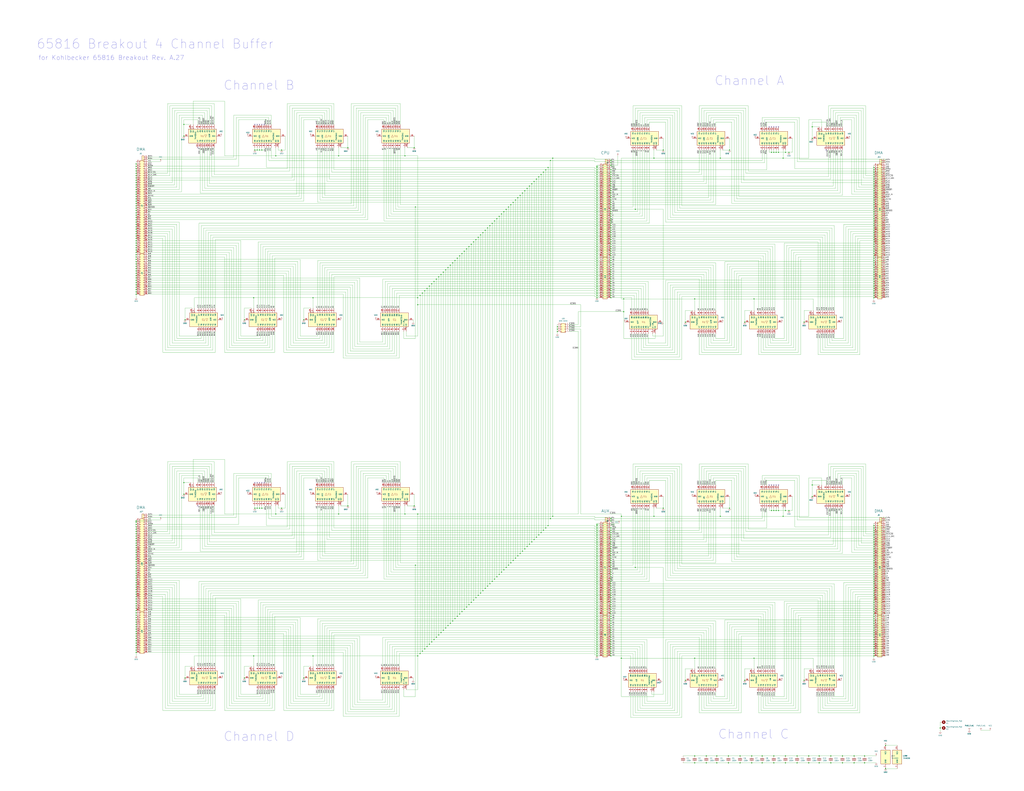
<source format=kicad_sch>
(kicad_sch (version 20230121) (generator eeschema)
  (paper "E")
  (title_block (title "Stackable CPU Buffer Module for Kohlbecker W65C816 Breakout") (comment 3 "License: CC BY 2.0") (comment 4 "Author: Alan Canon"))
  (junction (at 953.77 685.8))
  (junction (at 494.03 287.02))
  (junction (at 148.59 681.99))
  (junction (at 651.51 200.66))
  (junction (at 666.75 200.66))
  (junction (at 666.75 266.7))
  (junction (at 148.59 199.39))
  (junction (at 651.51 604.52))
  (junction (at 758.19 326.39))
  (junction (at 666.75 238.76))
  (junction (at 148.59 234.95))
  (junction (at 666.75 190.5))
  (junction (at 953.77 292.1))
  (junction (at 651.51 632.46))
  (junction (at 953.77 307.34))
  (junction (at 651.51 210.82))
  (junction (at 666.75 589.28))
  (junction (at 953.77 294.64))
  (junction (at 201.93 740.41))
  (junction (at 529.59 642.62))
  (junction (at 666.75 269.24))
  (junction (at 953.77 198.12))
  (junction (at 527.05 645.16))
  (junction (at 953.77 276.86))
  (junction (at 481.33 299.72))
  (junction (at 455.93 561.34))
  (junction (at 807.72 833.12))
  (junction (at 666.75 177.8))
  (junction (at 148.59 699.77))
  (junction (at 651.51 586.74))
  (junction (at 494.03 678.18))
  (junction (at 552.45 228.6))
  (junction (at 476.25 304.8))
  (junction (at 600.71 566.42))
  (junction (at 651.51 322.58))
  (junction (at 666.75 317.5))
  (junction (at 666.75 314.96))
  (junction (at 148.59 295.91))
  (junction (at 285.75 554.99))
  (junction (at 307.34 163.83))
  (junction (at 537.21 635))
  (junction (at 529.59 251.46))
  (junction (at 953.77 299.72))
  (junction (at 473.71 307.34))
  (junction (at 651.51 208.28))
  (junction (at 651.51 259.08))
  (junction (at 455.93 325.12))
  (junction (at 666.75 208.28))
  (junction (at 953.77 662.94))
  (junction (at 266.7 349.25))
  (junction (at 786.13 563.88))
  (junction (at 666.75 652.78))
  (junction (at 666.75 612.14))
  (junction (at 148.59 278.13))
  (junction (at 651.51 248.92))
  (junction (at 651.51 187.96))
  (junction (at 666.75 568.96))
  (junction (at 651.51 673.1))
  (junction (at 547.37 624.84))
  (junction (at 148.59 707.39))
  (junction (at 544.83 236.22))
  (junction (at 651.51 299.72))
  (junction (at 857.25 166.37))
  (junction (at 565.15 607.06))
  (junction (at 666.75 617.22))
  (junction (at 651.51 576.58))
  (junction (at 148.59 283.21))
  (junction (at 148.59 631.19))
  (junction (at 651.51 203.2))
  (junction (at 148.59 245.11))
  (junction (at 542.29 238.76))
  (junction (at 953.77 259.08))
  (junction (at 504.19 668.02))
  (junction (at 651.51 647.7))
  (junction (at 953.77 269.24))
  (junction (at 499.11 673.1))
  (junction (at 651.51 309.88))
  (junction (at 666.75 670.56))
  (junction (at 651.51 231.14))
  (junction (at 953.77 208.28))
  (junction (at 953.77 579.12))
  (junction (at 148.59 217.17))
  (junction (at 796.29 163.83))
  (junction (at 713.74 563.88))
  (junction (at 666.75 622.3))
  (junction (at 608.33 359.41))
  (junction (at 651.51 713.74))
  (junction (at 651.51 601.98))
  (junction (at 953.77 716.28))
  (junction (at 148.59 214.63))
  (junction (at 953.77 576.58))
  (junction (at 148.59 568.96))
  (junction (at 511.81 660.4))
  (junction (at 847.09 557.53))
  (junction (at 953.77 182.88))
  (junction (at 148.59 646.43))
  (junction (at 666.75 292.1))
  (junction (at 666.75 673.1))
  (junction (at 463.55 317.5))
  (junction (at 666.75 325.12))
  (junction (at 651.51 226.06))
  (junction (at 953.77 619.76))
  (junction (at 496.57 675.64))
  (junction (at 148.59 270.51))
  (junction (at 953.77 609.6))
  (junction (at 331.47 349.25))
  (junction (at 953.77 635))
  (junction (at 666.75 711.2))
  (junction (at 278.13 554.99))
  (junction (at 886.46 529.59))
  (junction (at 148.59 280.67))
  (junction (at 651.51 584.2))
  (junction (at 666.75 213.36))
  (junction (at 651.51 640.08))
  (junction (at 666.75 322.58))
  (junction (at 770.89 833.12))
  (junction (at 567.69 604.52))
  (junction (at 148.59 669.29))
  (junction (at 953.77 266.7))
  (junction (at 748.03 742.95))
  (junction (at 582.93 589.28))
  (junction (at 562.61 218.44))
  (junction (at 758.19 718.82))
  (junction (at 651.51 627.38))
  (junction (at 953.77 256.54))
  (junction (at 943.61 825.5))
  (junction (at 953.77 254))
  (junction (at 651.51 281.94))
  (junction (at 148.59 593.09))
  (junction (at 651.51 292.1))
  (junction (at 534.67 637.54))
  (junction (at 148.59 300.99))
  (junction (at 651.51 706.12))
  (junction (at 666.75 645.16))
  (junction (at 651.51 614.68))
  (junction (at 953.77 695.96))
  (junction (at 379.73 161.29))
  (junction (at 693.42 619.76))
  (junction (at 148.59 608.33))
  (junction (at 148.59 308.61))
  (junction (at 532.13 640.08))
  (junction (at 666.75 304.8))
  (junction (at 463.55 708.66))
  (junction (at 593.09 579.12))
  (junction (at 953.77 645.16))
  (junction (at 148.59 603.25))
  (junction (at 651.51 591.82))
  (junction (at 148.59 585.47))
  (junction (at 148.59 212.09))
  (junction (at 148.59 201.93))
  (junction (at 276.86 325.12))
  (junction (at 651.51 698.5))
  (junction (at 651.51 205.74))
  (junction (at 680.72 326.39))
  (junction (at 666.75 312.42))
  (junction (at 666.75 619.76))
  (junction (at 953.77 678.18))
  (junction (at 953.77 261.62))
  (junction (at 869.95 825.5))
  (junction (at 953.77 622.3))
  (junction (at 844.55 557.53))
  (junction (at 953.77 574.04))
  (junction (at 882.65 825.5))
  (junction (at 666.75 205.74))
  (junction (at 666.75 635))
  (junction (at 953.77 246.38))
  (junction (at 200.66 539.75))
  (junction (at 516.89 655.32))
  (junction (at 148.59 318.77))
  (junction (at 666.75 632.46))
  (junction (at 148.59 240.03))
  (junction (at 509.27 271.78))
  (junction (at 953.77 203.2))
  (junction (at 148.59 267.97))
  (junction (at 953.77 185.42))
  (junction (at 651.51 302.26))
  (junction (at 280.67 163.83))
  (junction (at 758.19 833.12))
  (junction (at 148.59 303.53))
  (junction (at 666.75 259.08))
  (junction (at 953.77 673.1))
  (junction (at 666.75 287.02))
  (junction (at 651.51 650.24))
  (junction (at 857.25 825.5))
  (junction (at 666.75 655.32))
  (junction (at 666.75 581.66))
  (junction (at 651.51 594.36))
  (junction (at 666.75 220.98))
  (junction (at 148.59 257.81))
  (junction (at 844.55 825.5))
  (junction (at 554.99 617.22))
  (junction (at 651.51 276.86))
  (junction (at 666.75 231.14))
  (junction (at 666.75 215.9))
  (junction (at 953.77 703.58))
  (junction (at 148.59 689.61))
  (junction (at 953.77 213.36))
  (junction (at 651.51 662.94))
  (junction (at 953.77 187.96))
  (junction (at 666.75 297.18))
  (junction (at 666.75 276.86))
  (junction (at 651.51 660.4))
  (junction (at 666.75 264.16))
  (junction (at 861.06 557.53))
  (junction (at 953.77 617.22))
  (junction (at 466.09 706.12))
  (junction (at 666.75 591.82))
  (junction (at 369.57 170.18))
  (junction (at 666.75 236.22))
  (junction (at 651.51 294.64))
  (junction (at 842.01 166.37))
  (junction (at 148.59 207.01))
  (junction (at 148.59 618.49))
  (junction (at 651.51 579.12))
  (junction (at 666.75 248.92))
  (junction (at 651.51 304.8))
  (junction (at 148.59 229.87))
  (junction (at 595.63 576.58))
  (junction (at 666.75 680.72))
  (junction (at 953.77 642.62))
  (junction (at 953.77 708.66))
  (junction (at 519.43 261.62))
  (junction (at 666.75 210.82))
  (junction (at 483.87 688.34))
  (junction (at 148.59 224.79))
  (junction (at 524.51 647.7))
  (junction (at 148.59 636.27))
  (junction (at 831.85 833.12))
  (junction (at 666.75 690.88))
  (junction (at 148.59 692.15))
  (junction (at 570.23 601.98))
  (junction (at 666.75 193.04))
  (junction (at 820.42 833.12))
  (junction (at 148.59 247.65))
  (junction (at 483.87 297.18))
  (junction (at 666.75 284.48))
  (junction (at 580.39 591.82))
  (junction (at 593.09 187.96))
  (junction (at 666.75 261.62))
  (junction (at 748.03 351.79))
  (junction (at 680.72 340.36))
  (junction (at 506.73 665.48))
  (junction (at 148.59 237.49))
  (junction (at 651.51 241.3))
  (junction (at 488.95 683.26))
  (junction (at 847.09 166.37))
  (junction (at 148.59 679.45))
  (junction (at 953.77 614.68))
  (junction (at 582.93 198.12))
  (junction (at 148.59 598.17))
  (junction (at 877.57 351.79))
  (junction (at 651.51 287.02))
  (junction (at 666.75 218.44))
  (junction (at 280.67 554.99))
  (junction (at 886.46 151.13))
  (junction (at 148.59 232.41))
  (junction (at 651.51 312.42))
  (junction (at 651.51 233.68))
  (junction (at 562.61 609.6))
  (junction (at 953.77 274.32))
  (junction (at 148.59 577.85))
  (junction (at 478.79 693.42))
  (junction (at 283.21 163.83))
  (junction (at 148.59 590.55))
  (junction (at 148.59 293.37))
  (junction (at 666.75 695.96))
  (junction (at 577.85 594.36))
  (junction (at 953.77 238.76))
  (junction (at 514.35 266.7))
  (junction (at 919.48 825.5))
  (junction (at 148.59 298.45))
  (junction (at 953.77 665.48))
  (junction (at 651.51 624.84))
  (junction (at 666.75 299.72))
  (junction (at 572.77 208.28))
  (junction (at 666.75 703.58))
  (junction (at 666.75 596.9))
  (junction (at 932.18 825.5))
  (junction (at 795.02 825.5))
  (junction (at 491.49 289.56))
  (junction (at 953.77 668.02))
  (junction (at 608.33 356.87))
  (junction (at 651.51 629.92))
  (junction (at 651.51 251.46))
  (junction (at 666.75 187.96))
  (junction (at 666.75 607.06))
  (junction (at 148.59 697.23))
  (junction (at 532.13 248.92))
  (junction (at 542.29 629.92))
  (junction (at 148.59 623.57))
  (junction (at 953.77 584.2))
  (junction (at 953.77 317.5))
  (junction (at 651.51 652.78))
  (junction (at 468.63 703.58))
  (junction (at 148.59 633.73))
  (junction (at 953.77 210.82))
  (junction (at 953.77 200.66))
  (junction (at 585.47 586.74))
  (junction (at 678.18 563.88))
  (junction (at 148.59 219.71))
  (junction (at 341.63 716.28))
  (junction (at 651.51 617.22))
  (junction (at 572.77 599.44))
  (junction (at 854.71 563.88))
  (junction (at 148.59 575.31))
  (junction (at 854.71 172.72))
  (junction (at 379.73 552.45))
  (junction (at 666.75 576.58))
  (junction (at 953.77 693.42))
  (junction (at 812.8 351.79))
  (junction (at 148.59 674.37))
  (junction (at 795.02 833.12))
  (junction (at 894.08 825.5))
  (junction (at 148.59 671.83))
  (junction (at 770.89 825.5))
  (junction (at 894.08 833.12))
  (junction (at 693.42 228.6))
  (junction (at 723.9 554.99))
  (junction (at 877.57 742.95))
  (junction (at 953.77 284.48))
  (junction (at 666.75 586.74))
  (junction (at 441.96 170.18))
  (junction (at 148.59 654.05))
  (junction (at 651.51 688.34))
  (junction (at 953.77 637.54))
  (junction (at 820.42 825.5))
  (junction (at 148.59 704.85))
  (junction (at 953.77 713.74))
  (junction (at 549.91 622.3))
  (junction (at 651.51 668.02))
  (junction (at 953.77 226.06))
  (junction (at 666.75 271.78))
  (junction (at 651.51 612.14))
  (junction (at 666.75 713.74))
  (junction (at 651.51 264.16))
  (junction (at 544.83 627.38))
  (junction (at 307.34 554.99))
  (junction (at 666.75 627.38))
  (junction (at 539.75 632.46))
  (junction (at 148.59 273.05))
  (junction (at 666.75 642.62))
  (junction (at 148.59 661.67))
  (junction (at 651.51 670.56))
  (junction (at 953.77 711.2))
  (junction (at 932.18 833.12))
  (junction (at 651.51 622.3))
  (junction (at 666.75 701.04))
  (junction (at 200.66 135.89))
  (junction (at 666.75 685.8))
  (junction (at 666.75 668.02))
  (junction (at 666.75 660.4))
  (junction (at 953.77 287.02))
  (junction (at 666.75 309.88))
  (junction (at 560.07 612.14))
  (junction (at 552.45 619.76))
  (junction (at 148.59 638.81))
  (junction (at 666.75 683.26))
  (junction (at 560.07 220.98))
  (junction (at 953.77 680.72))
  (junction (at 148.59 260.35))
  (junction (at 148.59 712.47))
  (junction (at 953.77 591.82))
  (junction (at 666.75 594.36))
  (junction (at 369.57 561.34))
  (junction (at 666.75 320.04))
  (junction (at 651.51 223.52))
  (junction (at 882.65 833.12))
  (junction (at 148.59 275.59))
  (junction (at 148.59 191.77))
  (junction (at 651.51 596.9))
  (junction (at 651.51 185.42))
  (junction (at 666.75 716.28))
  (junction (at 651.51 690.88))
  (junction (at 276.86 716.28))
  (junction (at 651.51 284.48))
  (junction (at 651.51 213.36))
  (junction (at 953.77 650.24))
  (junction (at 666.75 601.98))
  (junction (at 300.99 561.34))
  (junction (at 148.59 702.31))
  (junction (at 481.33 690.88))
  (junction (at 651.51 220.98))
  (junction (at 666.75 256.54))
  (junction (at 603.25 563.88))
  (junction (at 458.47 713.74))
  (junction (at 666.75 241.3))
  (junction (at 148.59 285.75))
  (junction (at 148.59 316.23))
  (junction (at 651.51 190.5))
  (junction (at 666.75 302.26))
  (junction (at 504.19 276.86))
  (junction (at 953.77 190.5))
  (junction (at 782.32 825.5))
  (junction (at 651.51 181.61))
  (junction (at 651.51 279.4))
  (junction (at 953.77 325.12))
  (junction (at 651.51 680.72))
  (junction (at 886.46 138.43))
  (junction (at 666.75 688.34))
  (junction (at 651.51 675.64))
  (junction (at 148.59 572.77))
  (junction (at 953.77 309.88))
  (junction (at 651.51 657.86))
  (junction (at 953.77 612.14))
  (junction (at 278.13 163.83))
  (junction (at 651.51 228.6))
  (junction (at 666.75 243.84))
  (junction (at 953.77 233.68))
  (junction (at 148.59 694.69))
  (junction (at 200.66 527.05))
  (junction (at 666.75 678.18))
  (junction (at 651.51 218.44))
  (junction (at 807.72 825.5))
  (junction (at 666.75 223.52))
  (junction (at 953.77 243.84))
  (junction (at 539.75 241.3))
  (junction (at 557.53 223.52))
  (junction (at 148.59 595.63))
  (junction (at 537.21 243.84))
  (junction (at 651.51 574.04))
  (junction (at 953.77 581.66))
  (junction (at 651.51 609.6))
  (junction (at 651.51 599.44))
  (junction (at 461.01 320.04))
  (junction (at 590.55 190.5))
  (junction (at 666.75 675.64))
  (junction (at 148.59 311.15))
  (junction (at 331.47 740.41))
  (junction (at 486.41 294.64))
  (junction (at 678.18 718.82))
  (junction (at 148.59 656.59))
  (junction (at 501.65 670.56))
  (junction (at 148.59 648.97))
  (junction (at 148.59 600.71))
  (junction (at 953.77 607.06))
  (junction (at 148.59 186.69))
  (junction (at 666.75 579.12))
  (junction (at 953.77 594.36))
  (junction (at 831.85 825.5))
  (junction (at 466.09 314.96))
  (junction (at 575.31 596.9))
  (junction (at 148.59 582.93))
  (junction (at 666.75 185.42))
  (junction (at 953.77 627.38))
  (junction (at 651.51 243.84))
  (junction (at 953.77 193.04))
  (junction (at 953.77 220.98))
  (junction (at 651.51 198.12))
  (junction (at 148.59 709.93))
  (junction (at 491.49 680.72))
  (junction (at 473.71 698.5))
  (junction (at 148.59 588.01))
  (junction (at 148.59 628.65))
  (junction (at 266.7 740.41))
  (junction (at 953.77 279.4))
  (junction (at 651.51 642.62))
  (junction (at 666.75 281.94))
  (junction (at 857.25 557.53))
  (junction (at 651.51 261.62))
  (junction (at 565.15 215.9))
  (junction (at 471.17 701.04))
  (junction (at 148.59 255.27))
  (junction (at 844.55 833.12))
  (junction (at 148.59 626.11))
  (junction (at 953.77 596.9))
  (junction (at 148.59 676.91))
  (junction (at 812.8 742.95))
  (junction (at 478.79 302.26))
  (junction (at 953.77 629.92))
  (junction (at 953.77 652.78))
  (junction (at 666.75 251.46))
  (junction (at 499.11 281.94))
  (junction (at 666.75 640.08))
  (junction (at 953.77 281.94))
  (junction (at 953.77 236.22))
  (junction (at 953.77 601.98))
  (junction (at 666.75 294.64))
  (junction (at 666.75 698.5))
  (junction (at 651.51 703.58))
  (junction (at 953.77 302.26))
  (junction (at 1026.16 795.02))
  (junction (at 651.51 269.24))
  (junction (at 651.51 637.54))
  (junction (at 201.93 349.25))
  (junction (at 651.51 256.54))
  (junction (at 148.59 179.07))
  (junction (at 869.95 833.12))
  (junction (at 861.06 166.37))
  (junction (at 148.59 659.13))
  (junction (at 148.59 184.15))
  (junction (at 953.77 312.42))
  (junction (at 651.51 182.88))
  (junction (at 534.67 246.38))
  (junction (at 844.55 166.37))
  (junction (at 953.77 624.84))
  (junction (at 148.59 262.89))
  (junction (at 148.59 189.23))
  (junction (at 471.17 309.88))
  (junction (at 148.59 643.89))
  (junction (at 953.77 223.52))
  (junction (at 953.77 314.96))
  (junction (at 148.59 252.73))
  (junction (at 849.63 557.53))
  (junction (at 953.77 304.8))
  (junction (at 966.47 814.07))
  (junction (at 651.51 607.06))
  (junction (at 953.77 248.92))
  (junction (at 651.51 693.42))
  (junction (at 651.51 271.78))
  (junction (at 953.77 655.32))
  (junction (at 148.59 610.87))
  (junction (at 796.29 554.99))
  (junction (at 441.96 561.34))
  (junction (at 651.51 711.2))
  (junction (at 886.46 542.29))
  (junction (at 953.77 675.64))
  (junction (at 953.77 690.88))
  (junction (at 516.89 264.16))
  (junction (at 488.95 292.1))
  (junction (at 713.74 172.72))
  (junction (at 598.17 182.88))
  (junction (at 651.51 678.18))
  (junction (at 557.53 614.68))
  (junction (at 341.63 325.12))
  (junction (at 666.75 614.68))
  (junction (at 148.59 580.39))
  (junction (at 666.75 180.34))
  (junction (at 148.59 222.25))
  (junction (at 651.51 683.26))
  (junction (at 651.51 665.48))
  (junction (at 666.75 254))
  (junction (at 148.59 181.61))
  (junction (at 549.91 231.14))
  (junction (at 943.61 833.12))
  (junction (at 782.32 833.12))
  (junction (at 953.77 322.58))
  (junction (at 468.63 312.42))
  (junction (at 666.75 228.6))
  (junction (at 953.77 228.6))
  (junction (at 651.51 645.16))
  (junction (at 651.51 246.38))
  (junction (at 200.66 148.59))
  (junction (at 666.75 706.12))
  (junction (at 547.37 233.68))
  (junction (at 651.51 635))
  (junction (at 651.51 274.32))
  (junction (at 953.77 688.34))
  (junction (at 595.63 185.42))
  (junction (at 148.59 684.53))
  (junction (at 148.59 621.03))
  (junction (at 458.47 322.58))
  (junction (at 666.75 279.4))
  (junction (at 666.75 624.84))
  (junction (at 666.75 599.44))
  (junction (at 651.51 572.77))
  (junction (at 651.51 325.12))
  (junction (at 666.75 637.54))
  (junction (at 786.13 172.72))
  (junction (at 953.77 320.04))
  (junction (at 285.75 163.83))
  (junction (at 651.51 708.66))
  (junction (at 966.47 839.47))
  (junction (at 953.77 251.46))
  (junction (at 600.71 175.26))
  (junction (at 822.96 326.39))
  (junction (at 953.77 205.74))
  (junction (at 666.75 226.06))
  (junction (at 567.69 213.36))
  (junction (at 666.75 566.42))
  (junction (at 666.75 203.2))
  (junction (at 651.51 685.8))
  (junction (at 575.31 205.74))
  (junction (at 148.59 194.31))
  (junction (at 651.51 193.04))
  (junction (at 452.12 552.45))
  (junction (at 953.77 657.86))
  (junction (at 849.63 166.37))
  (junction (at 514.35 657.86))
  (junction (at 651.51 307.34))
  (junction (at 666.75 657.86))
  (junction (at 527.05 254))
  (junction (at 148.59 651.51))
  (junction (at 953.77 599.44))
  (junction (at 953.77 241.3))
  (junction (at 666.75 233.68))
  (junction (at 857.25 833.12))
  (junction (at 585.47 195.58))
  (junction (at 570.23 210.82))
  (junction (at 666.75 629.92))
  (junction (at 651.51 701.04))
  (junction (at 608.33 361.95))
  (junction (at 577.85 203.2))
  (junction (at 666.75 609.6))
  (junction (at 953.77 670.56))
  (junction (at 651.51 655.32))
  (junction (at 148.59 613.41))
  (junction (at 554.99 226.06))
  (junction (at 953.77 297.18))
  (junction (at 651.51 236.22))
  (junction (at 509.27 662.94))
  (junction (at 953.77 701.04))
  (junction (at 666.75 665.48))
  (junction (at 651.51 314.96))
  (junction (at 666.75 650.24))
  (junction (at 666.75 307.34))
  (junction (at 300.99 170.18))
  (junction (at 906.78 825.5))
  (junction (at 598.17 574.04))
  (junction (at 453.39 226.06))
  (junction (at 519.43 652.78))
  (junction (at 953.77 647.7))
  (junction (at 651.51 581.66))
  (junction (at 148.59 288.29))
  (junction (at 666.75 175.26))
  (junction (at 651.51 297.18))
  (junction (at 148.59 209.55))
  (junction (at 148.59 321.31))
  (junction (at 521.97 259.08))
  (junction (at 953.77 660.4))
  (junction (at 651.51 289.56))
  (junction (at 953.77 683.26))
  (junction (at 148.59 290.83))
  (junction (at 666.75 289.56))
  (junction (at 511.81 269.24))
  (junction (at 666.75 647.7))
  (junction (at 603.25 172.72))
  (junction (at 666.75 693.42))
  (junction (at 666.75 604.52))
  (junction (at 953.77 231.14))
  (junction (at 651.51 317.5))
  (junction (at 758.19 825.5))
  (junction (at 148.59 250.19))
  (junction (at 666.75 274.32))
  (junction (at 651.51 716.28))
  (junction (at 666.75 195.58))
  (junction (at 148.59 641.35))
  (junction (at 148.59 313.69))
  (junction (at 953.77 604.52))
  (junction (at 521.97 650.24))
  (junction (at 148.59 265.43))
  (junction (at 953.77 706.12))
  (junction (at 822.96 718.82))
  (junction (at 906.78 833.12))
  (junction (at 842.01 557.53))
  (junction (at 666.75 198.12))
  (junction (at 651.51 254))
  (junction (at 723.9 163.83))
  (junction (at 953.77 218.44))
  (junction (at 476.25 695.96))
  (junction (at 651.51 619.76))
  (junction (at 953.77 640.08))
  (junction (at 453.39 617.22))
  (junction (at 455.93 716.28))
  (junction (at 953.77 195.58))
  (junction (at 590.55 581.66))
  (junction (at 524.51 256.54))
  (junction (at 148.59 570.23))
  (junction (at 283.21 554.99))
  (junction (at 651.51 195.58))
  (junction (at 588.01 193.04))
  (junction (at 953.77 264.16))
  (junction (at 953.77 589.28))
  (junction (at 580.39 200.66))
  (junction (at 148.59 615.95))
  (junction (at 486.41 685.8))
  (junction (at 666.75 246.38))
  (junction (at 148.59 242.57))
  (junction (at 651.51 266.7))
  (junction (at 953.77 215.9))
  (junction (at 148.59 664.21))
  (junction (at 953.77 289.56))
  (junction (at 148.59 196.85))
  (junction (at 501.65 279.4))
  (junction (at 651.51 215.9))
  (junction (at 953.77 632.46))
  (junction (at 461.01 711.2))
  (junction (at 953.77 586.74))
  (junction (at 666.75 584.2))
  (junction (at 588.01 584.2))
  (junction (at 666.75 662.94))
  (junction (at 148.59 666.75))
  (junction (at 452.12 161.29))
  (junction (at 496.57 284.48))
  (junction (at 651.51 695.96))
  (junction (at 651.51 320.04))
  (junction (at 651.51 238.76))
  (junction (at 506.73 274.32))
  (junction (at 651.51 589.28))
  (junction (at 455.93 332.74))
  (junction (at 148.59 204.47))
  (junction (at 148.59 227.33))
  (junction (at 666.75 708.66))
  (junction (at 148.59 306.07))
  (junction (at 953.77 698.5))
  (junction (at 919.48 833.12))
  (junction (at 953.77 271.78))
  (junction (at 148.59 687.07))
  (junction (at 148.59 605.79))
  (no_connect (at 842.01 529.59))
  (no_connect (at 285.75 527.05))
  (no_connect (at 839.47 529.59))
  (no_connect (at 280.67 527.05))
  (no_connect (at 278.13 135.89))
  (no_connect (at 849.63 138.43))
  (no_connect (at 285.75 135.89))
  (no_connect (at 215.9 161.29))
  (no_connect (at 288.29 135.89))
  (no_connect (at 844.55 138.43))
  (no_connect (at 283.21 135.89))
  (no_connect (at 215.9 552.45))
  (no_connect (at 844.55 529.59))
  (no_connect (at 280.67 135.89))
  (no_connect (at 847.09 138.43))
  (no_connect (at 901.7 163.83))
  (no_connect (at 839.47 138.43))
  (no_connect (at 842.01 138.43))
  (no_connect (at 847.09 529.59))
  (no_connect (at 288.29 527.05))
  (no_connect (at 849.63 529.59))
  (no_connect (at 901.7 554.99))
  (no_connect (at 283.21 527.05))
  (no_connect (at 278.13 527.05))
  (wire (pts (xy 966.47 207.01) (xy 966.47 208.28)))
  (wire (pts (xy 483.87 297.18) (xy 648.97 297.18)))
  (wire (pts (xy 651.51 609.6) (xy 654.05 609.6)))
  (wire (pts (xy 666.75 201.93) (xy 648.97 201.93)))
  (wire (pts (xy 331.47 130.81) (xy 331.47 219.71)))
  (wire (pts (xy 471.17 309.88) (xy 648.97 309.88)))
  (wire (pts (xy 902.97 645.16) (xy 666.75 645.16)))
  (wire (pts (xy 828.04 284.48) (xy 666.75 284.48)))
  (wire (pts (xy 346.71 220.98) (xy 560.07 220.98)))
  (wire (pts (xy 161.29 204.47) (xy 193.04 204.47)))
  (wire (pts (xy 808.99 387.35) (xy 808.99 303.53)))
  (wire (pts (xy 796.29 374.65) (xy 775.97 374.65)))
  (wire (pts (xy 534.67 246.38) (xy 648.97 246.38)))
  (wire (pts (xy 648.97 678.18) (xy 648.97 679.45)))
  (wire (pts (xy 651.51 574.04) (xy 651.51 576.58)))
  (wire (pts (xy 466.09 706.12) (xy 648.97 706.12)))
  (wire (pts (xy 321.31 120.65) (xy 356.87 120.65)))
  (wire (pts (xy 861.06 765.81) (xy 840.74 765.81)))
  (wire (pts (xy 212.09 716.28) (xy 276.86 716.28)))
  (wire (pts (xy 651.51 236.22) (xy 651.51 238.76)))
  (wire (pts (xy 161.29 679.45) (xy 322.58 679.45)))
  (wire (pts (xy 648.97 246.38) (xy 648.97 247.65)))
  (wire (pts (xy 443.23 367.03) (xy 443.23 361.95)))
  (wire (pts (xy 904.24 506.73) (xy 904.24 529.59)))
  (wire (pts (xy 728.98 768.35) (xy 728.98 701.04)))
  (wire (pts (xy 791.21 285.75) (xy 966.47 285.75)))
  (wire (pts (xy 666.75 298.45) (xy 648.97 298.45)))
  (wire (pts (xy 666.75 316.23) (xy 666.75 317.5)))
  (wire (pts (xy 666.75 323.85) (xy 648.97 323.85)))
  (wire (pts (xy 509.27 271.78) (xy 648.97 271.78)))
  (wire (pts (xy 148.59 621.03) (xy 148.59 623.57)))
  (wire (pts (xy 773.43 529.59) (xy 773.43 516.89)))
  (wire (pts (xy 312.42 298.45) (xy 312.42 382.27)))
  (wire (pts (xy 303.53 554.99) (xy 307.34 554.99)))
  (wire (pts (xy 289.56 727.71) (xy 289.56 662.94)))
  (wire (pts (xy 908.05 640.08) (xy 666.75 640.08)))
  (wire (pts (xy 786.13 554.99) (xy 786.13 563.88)))
  (wire (pts (xy 210.82 110.49) (xy 210.82 135.89)))
  (wire (pts (xy 595.63 576.58) (xy 648.97 576.58)))
  (wire (pts (xy 1026.16 788.67) (xy 1026.16 795.02)))
  (wire (pts (xy 452.12 161.29) (xy 452.12 148.59)))
  (wire (pts (xy 966.47 593.09) (xy 939.8 593.09)))
  (wire (pts (xy 966.47 199.39) (xy 966.47 200.66)))
  (wire (pts (xy 953.77 276.86) (xy 953.77 279.4)))
  (wire (pts (xy 161.29 212.09) (xy 323.85 212.09)))
  (wire (pts (xy 966.47 278.13) (xy 868.68 278.13)))
  (wire (pts (xy 621.03 354.33) (xy 631.19 354.33)))
  (wire (pts (xy 966.47 656.59) (xy 966.47 657.86)))
  (wire (pts (xy 953.77 622.3) (xy 953.77 624.84)))
  (wire (pts (xy 811.53 196.85) (xy 811.53 120.65)))
  (wire (pts (xy 966.47 814.07) (xy 979.17 814.07)))
  (wire (pts (xy 706.12 241.3) (xy 666.75 241.3)))
  (wire (pts (xy 631.19 361.95) (xy 621.03 361.95)))
  (wire (pts (xy 648.97 695.96) (xy 648.97 697.23)))
  (wire (pts (xy 331.47 336.55) (xy 331.47 349.25)))
  (wire (pts (xy 896.62 529.59) (xy 896.62 521.97)))
  (wire (pts (xy 857.25 557.53) (xy 861.06 557.53)))
  (wire (pts (xy 283.21 554.99) (xy 283.21 552.45)))
  (wire (pts (xy 374.65 391.16) (xy 374.65 321.31)))
  (wire (pts (xy 651.51 195.58) (xy 654.05 195.58)))
  (wire (pts (xy 666.75 707.39) (xy 648.97 707.39)))
  (wire (pts (xy 294.64 276.86) (xy 294.64 336.55)))
  (wire (pts (xy 648.97 292.1) (xy 648.97 293.37)))
  (wire (pts (xy 770.89 163.83) (xy 770.89 200.66)))
  (wire (pts (xy 148.59 568.96) (xy 161.29 568.96)))
  (wire (pts (xy 925.83 374.65) (xy 905.51 374.65)))
  (wire (pts (xy 648.97 599.44) (xy 648.97 600.71)))
  (wire (pts (xy 768.35 730.25) (xy 768.35 690.88)))
  (wire (pts (xy 966.47 648.97) (xy 933.45 648.97)))
  (wire (pts (xy 902.97 645.16) (xy 902.97 730.25)))
  (wire (pts (xy 839.47 557.53) (xy 842.01 557.53)))
  (wire (pts (xy 435.61 391.16) (xy 374.65 391.16)))
  (wire (pts (xy 161.29 171.45) (xy 255.27 171.45)))
  (wire (pts (xy 224.79 765.81) (xy 187.96 765.81)))
  (wire (pts (xy 666.75 186.69) (xy 648.97 186.69)))
  (wire (pts (xy 814.07 509.27) (xy 814.07 580.39)))
  (wire (pts (xy 651.51 181.61) (xy 651.51 182.88)))
  (wire (pts (xy 953.77 312.42) (xy 953.77 314.96)))
  (wire (pts (xy 651.51 703.58) (xy 651.51 706.12)))
  (wire (pts (xy 651.51 586.74) (xy 651.51 589.28)))
  (wire (pts (xy 966.47 245.11) (xy 966.47 246.38)))
  (wire (pts (xy 666.75 265.43) (xy 648.97 265.43)))
  (wire (pts (xy 648.97 238.76) (xy 648.97 240.03)))
  (wire (pts (xy 565.15 215.9) (xy 565.15 607.06)))
  (wire (pts (xy 666.75 679.45) (xy 648.97 679.45)))
  (wire (pts (xy 953.77 304.8) (xy 953.77 307.34)))
  (wire (pts (xy 231.14 552.45) (xy 231.14 584.2)))
  (wire (pts (xy 195.58 516.89) (xy 220.98 516.89)))
  (wire (pts (xy 148.59 623.57) (xy 148.59 626.11)))
  (wire (pts (xy 506.73 274.32) (xy 648.97 274.32)))
  (wire (pts (xy 895.35 384.81) (xy 895.35 364.49)))
  (wire (pts (xy 803.91 519.43) (xy 803.91 608.33)))
  (wire (pts (xy 542.29 238.76) (xy 542.29 629.92)))
  (wire (pts (xy 953.77 601.98) (xy 953.77 604.52)))
  (wire (pts (xy 233.68 190.5) (xy 590.55 190.5)))
  (wire (pts (xy 666.75 250.19) (xy 648.97 250.19)))
  (wire (pts (xy 148.59 273.05) (xy 148.59 275.59)))
  (wire (pts (xy 359.41 527.05) (xy 359.41 509.27)))
  (wire (pts (xy 698.5 773.43) (xy 734.06 773.43)))
  (wire (pts (xy 966.47 247.65) (xy 923.29 247.65)))
  (wire (pts (xy 966.47 260.35) (xy 935.99 260.35)))
  (wire (pts (xy 666.75 214.63) (xy 648.97 214.63)))
  (wire (pts (xy 966.47 219.71) (xy 966.47 220.98)))
  (wire (pts (xy 651.51 259.08) (xy 654.05 259.08)))
  (wire (pts (xy 670.56 182.88) (xy 666.75 182.88)))
  (wire (pts (xy 666.75 180.34) (xy 674.37 180.34)))
  (wire (pts (xy 621.03 356.87) (xy 633.73 356.87)))
  (wire (pts (xy 666.75 697.23) (xy 648.97 697.23)))
  (wire (pts (xy 651.51 670.56) (xy 654.05 670.56)))
  (wire (pts (xy 666.75 300.99) (xy 666.75 302.26)))
  (wire (pts (xy 391.16 229.87) (xy 391.16 120.65)))
  (wire (pts (xy 161.29 646.43) (xy 182.88 646.43)))
  (wire (pts (xy 200.66 135.89) (xy 208.28 135.89)))
  (wire (pts (xy 763.27 115.57) (xy 816.61 115.57)))
  (wire (pts (xy 698.5 624.84) (xy 666.75 624.84)))
  (wire (pts (xy 651.51 218.44) (xy 654.05 218.44)))
  (wire (pts (xy 294.64 668.02) (xy 504.19 668.02)))
  (wire (pts (xy 953.77 187.96) (xy 953.77 190.5)))
  (wire (pts (xy 701.04 627.38) (xy 666.75 627.38)))
  (wire (pts (xy 828.04 675.64) (xy 828.04 730.25)))
  (wire (pts (xy 421.64 519.43) (xy 398.78 519.43)))
  (wire (pts (xy 148.59 659.13) (xy 148.59 661.67)))
  (wire (pts (xy 953.77 596.9) (xy 953.77 599.44)))
  (wire (pts (xy 331.47 727.71) (xy 331.47 740.41)))
  (wire (pts (xy 666.75 661.67) (xy 666.75 662.94)))
  (wire (pts (xy 833.12 279.4) (xy 666.75 279.4)))
  (wire (pts (xy 577.85 203.2) (xy 648.97 203.2)))
  (wire (pts (xy 930.91 379.73) (xy 930.91 255.27)))
  (wire (pts (xy 845.82 364.49) (xy 845.82 369.57)))
  (wire (pts (xy 791.21 676.91) (xy 966.47 676.91)))
  (wire (pts (xy 648.97 284.48) (xy 648.97 285.75)))
  (wire (pts (xy 422.91 701.04) (xy 422.91 727.71)))
  (wire (pts (xy 280.67 163.83) (xy 278.13 163.83)))
  (wire (pts (xy 651.51 581.66) (xy 651.51 584.2)))
  (wire (pts (xy 666.75 275.59) (xy 666.75 276.86)))
  (wire (pts (xy 161.29 664.21) (xy 252.73 664.21)))
  (wire (pts (xy 215.9 130.81) (xy 215.9 135.89)))
  (wire (pts (xy 386.08 115.57) (xy 434.34 115.57)))
  (wire (pts (xy 349.25 727.71) (xy 349.25 678.18)))
  (wire (pts (xy 770.89 825.5) (xy 782.32 825.5)))
  (wire (pts (xy 666.75 194.31) (xy 648.97 194.31)))
  (wire (pts (xy 869.95 567.69) (xy 966.47 567.69)))
  (wire (pts (xy 932.18 519.43) (xy 916.94 519.43)))
  (wire (pts (xy 861.06 374.65) (xy 840.74 374.65)))
  (wire (pts (xy 666.75 205.74) (xy 666.75 204.47)))
  (wire (pts (xy 953.77 193.04) (xy 953.77 195.58)))
  (wire (pts (xy 349.25 609.6) (xy 562.61 609.6)))
  (wire (pts (xy 651.51 584.2) (xy 654.05 584.2)))
  (wire (pts (xy 953.77 226.06) (xy 953.77 228.6)))
  (wire (pts (xy 648.97 297.18) (xy 648.97 298.45)))
  (wire (pts (xy 161.29 245.11) (xy 193.04 245.11)))
  (wire (pts (xy 190.5 763.27) (xy 190.5 638.81)))
  (wire (pts (xy 219.71 637.54) (xy 534.67 637.54)))
  (wire (pts (xy 763.27 554.99) (xy 763.27 579.12)))
  (wire (pts (xy 651.51 607.06) (xy 651.51 609.6)))
  (wire (pts (xy 840.74 662.94) (xy 840.74 730.25)))
  (wire (pts (xy 648.97 650.24) (xy 648.97 651.51)))
  (wire (pts (xy 953.77 269.24) (xy 953.77 271.78)))
  (wire (pts (xy 651.51 617.22) (xy 654.05 617.22)))
  (wire (pts (xy 911.86 514.35) (xy 911.86 529.59)))
  (wire (pts (xy 770.89 123.19) (xy 770.89 138.43)))
  (wire (pts (xy 193.04 123.19) (xy 223.52 123.19)))
  (wire (pts (xy 839.47 166.37) (xy 839.47 163.83)))
  (wire (pts (xy 953.77 688.34) (xy 953.77 690.88)))
  (wire (pts (xy 430.53 361.95) (xy 430.53 386.08)))
  (wire (pts (xy 666.75 210.82) (xy 916.94 210.82)))
  (wire (pts (xy 218.44 128.27) (xy 218.44 135.89)))
  (wire (pts (xy 666.75 295.91) (xy 666.75 297.18)))
  (wire (pts (xy 688.34 755.65) (xy 688.34 783.59)))
  (wire (pts (xy 421.64 161.29) (xy 421.64 238.76)))
  (wire (pts (xy 695.96 775.97) (xy 736.6 775.97)))
  (wire (pts (xy 651.51 304.8) (xy 654.05 304.8)))
  (wire (pts (xy 844.55 833.12) (xy 857.25 833.12)))
  (wire (pts (xy 185.42 191.77) (xy 185.42 115.57)))
  (wire (pts (xy 651.51 246.38) (xy 651.51 248.92)))
  (wire (pts (xy 361.95 187.96) (xy 593.09 187.96)))
  (wire (pts (xy 567.69 604.52) (xy 648.97 604.52)))
  (wire (pts (xy 666.75 679.45) (xy 666.75 680.72)))
  (wire (pts (xy 906.78 554.99) (xy 906.78 586.74)))
  (wire (pts (xy 833.12 279.4) (xy 833.12 339.09)))
  (wire (pts (xy 763.27 364.49) (xy 763.27 387.35)))
  (wire (pts (xy 180.34 382.27) (xy 180.34 257.81)))
  (wire (pts (xy 294.64 668.02) (xy 294.64 727.71)))
  (wire (pts (xy 666.75 214.63) (xy 666.75 215.9)))
  (wire (pts (xy 966.47 285.75) (xy 966.47 287.02)))
  (wire (pts (xy 666.75 273.05) (xy 666.75 274.32)))
  (wire (pts (xy 666.75 311.15) (xy 648.97 311.15)))
  (wire (pts (xy 666.75 571.5) (xy 675.64 571.5)))
  (wire (pts (xy 148.59 298.45) (xy 148.59 300.99)))
  (wire (pts (xy 222.25 248.92) (xy 532.13 248.92)))
  (wire (pts (xy 966.47 186.69) (xy 966.47 187.96)))
  (wire (pts (xy 966.47 588.01) (xy 811.53 588.01)))
  (wire (pts (xy 648.97 566.42) (xy 648.97 567.69)))
  (wire (pts (xy 713.74 172.72) (xy 678.18 172.72)))
  (wire (pts (xy 651.51 320.04) (xy 654.05 320.04)))
  (wire (pts (xy 309.88 775.97) (xy 309.88 692.15)))
  (wire (pts (xy 148.59 582.93) (xy 148.59 585.47)))
  (wire (pts (xy 227.33 377.19) (xy 227.33 361.95)))
  (wire (pts (xy 708.66 524.51) (xy 726.44 524.51)))
  (wire (pts (xy 499.11 281.94) (xy 499.11 673.1)))
  (wire (pts (xy 666.75 577.85) (xy 648.97 577.85)))
  (wire (pts (xy 648.97 314.96) (xy 648.97 316.23)))
  (wire (pts (xy 844.55 557.53) (xy 844.55 554.99)))
  (wire (pts (xy 148.59 209.55) (xy 148.59 212.09)))
  (wire (pts (xy 294.64 361.95) (xy 294.64 379.73)))
  (wire (pts (xy 148.59 199.39) (xy 148.59 201.93)))
  (wire (pts (xy 966.47 257.81) (xy 933.45 257.81)))
  (wire (pts (xy 648.97 193.04) (xy 648.97 194.31)))
  (wire (pts (xy 422.91 309.88) (xy 422.91 336.55)))
  (wire (pts (xy 651.51 317.5) (xy 654.05 317.5)))
  (wire (pts (xy 427.99 774.7) (xy 382.27 774.7)))
  (wire (pts (xy 224.79 251.46) (xy 224.79 336.55)))
  (wire (pts (xy 575.31 205.74) (xy 575.31 596.9)))
  (wire (pts (xy 902.97 254) (xy 666.75 254)))
  (wire (pts (xy 731.52 128.27) (xy 731.52 237.49)))
  (wire (pts (xy 354.33 292.1) (xy 488.95 292.1)))
  (wire (pts (xy 775.97 683.26) (xy 666.75 683.26)))
  (wire (pts (xy 424.18 627.38) (xy 544.83 627.38)))
  (wire (pts (xy 768.35 382.27) (xy 803.91 382.27)))
  (wire (pts (xy 775.97 138.43) (xy 775.97 128.27)))
  (wire (pts (xy 835.66 276.86) (xy 666.75 276.86)))
  (wire (pts (xy 233.68 581.66) (xy 233.68 552.45)))
  (wire (pts (xy 229.87 256.54) (xy 229.87 336.55)))
  (wire (pts (xy 567.69 213.36) (xy 648.97 213.36)))
  (wire (pts (xy 148.59 633.73) (xy 148.59 636.27)))
  (wire (pts (xy 953.77 706.12) (xy 953.77 708.66)))
  (wire (pts (xy 603.25 172.72) (xy 648.97 172.72)))
  (wire (pts (xy 452.12 552.45) (xy 452.12 539.75)))
  (wire (pts (xy 364.49 527.05) (xy 364.49 504.19)))
  (wire (pts (xy 364.49 302.26) (xy 478.79 302.26)))
  (wire (pts (xy 666.75 715.01) (xy 648.97 715.01)))
  (wire (pts (xy 778.51 521.97) (xy 801.37 521.97)))
  (wire (pts (xy 331.47 610.87) (xy 161.29 610.87)))
  (wire (pts (xy 758.19 833.12) (xy 770.89 833.12)))
  (wire (pts (xy 966.47 308.61) (xy 966.47 309.88)))
  (wire (pts (xy 651.51 312.42) (xy 654.05 312.42)))
  (wire (pts (xy 838.2 377.19) (xy 863.6 377.19)))
  (wire (pts (xy 339.09 336.55) (xy 331.47 336.55)))
  (wire (pts (xy 312.42 689.61) (xy 312.42 773.43)))
  (wire (pts (xy 953.77 711.2) (xy 739.14 711.2)))
  (wire (pts (xy 840.74 271.78) (xy 666.75 271.78)))
  (wire (pts (xy 666.75 603.25) (xy 648.97 603.25)))
  (wire (pts (xy 392.43 764.54) (xy 392.43 694.69)))
  (wire (pts (xy 209.55 336.55) (xy 201.93 336.55)))
  (wire (pts (xy 429.26 527.05) (xy 429.26 511.81)))
  (wire (pts (xy 364.49 336.55) (xy 364.49 302.26)))
  (wire (pts (xy 919.48 833.12) (xy 932.18 833.12)))
  (wire (pts (xy 966.47 250.19) (xy 925.83 250.19)))
  (wire (pts (xy 966.47 666.75) (xy 966.47 668.02)))
  (wire (pts (xy 215.9 521.97) (xy 200.66 521.97)))
  (wire (pts (xy 433.07 711.2) (xy 461.01 711.2)))
  (wire (pts (xy 393.7 123.19) (xy 393.7 232.41)))
  (wire (pts (xy 351.79 135.89) (xy 351.79 125.73)))
  (wire (pts (xy 552.45 228.6) (xy 552.45 619.76)))
  (wire (pts (xy 383.54 504.19) (xy 383.54 613.41)))
  (wire (pts (xy 285.75 554.99) (xy 285.75 552.45)))
  (wire (pts (xy 778.51 289.56) (xy 666.75 289.56)))
  (wire (pts (xy 245.11 501.65) (xy 245.11 561.34)))
  (wire (pts (xy 440.69 361.95) (xy 440.69 369.57)))
  (wire (pts (xy 953.77 581.66) (xy 953.77 584.2)))
  (wire (pts (xy 966.47 651.51) (xy 935.99 651.51)))
  (wire (pts (xy 966.47 191.77) (xy 966.47 193.04)))
  (wire (pts (xy 953.77 274.32) (xy 953.77 276.86)))
  (wire (pts (xy 349.25 753.11) (xy 349.25 760.73)))
  (wire (pts (xy 648.97 711.2) (xy 648.97 712.47)))
  (wire (pts (xy 201.93 727.71) (xy 201.93 740.41)))
  (wire (pts (xy 648.97 698.5) (xy 648.97 699.77)))
  (wire (pts (xy 953.77 287.02) (xy 953.77 289.56)))
  (wire (pts (xy 325.12 760.73) (xy 325.12 676.91)))
  (wire (pts (xy 631.19 361.95) (xy 631.19 561.34)))
  (wire (pts (xy 666.75 203.2) (xy 909.32 203.2)))
  (wire (pts (xy 425.45 381) (xy 384.81 381)))
  (wire (pts (xy 966.47 222.25) (xy 966.47 223.52)))
  (wire (pts (xy 707.39 307.34) (xy 707.39 339.09)))
  (wire (pts (xy 443.23 753.11) (xy 455.93 753.11)))
  (wire (pts (xy 666.75 204.47) (xy 648.97 204.47)))
  (wire (pts (xy 953.77 645.16) (xy 953.77 647.7)))
  (wire (pts (xy 666.75 187.96) (xy 666.75 186.69)))
  (wire (pts (xy 651.51 181.61) (xy 670.56 181.61)))
  (wire (pts (xy 902.97 364.49) (xy 902.97 377.19)))
  (wire (pts (xy 260.35 572.77) (xy 161.29 572.77)))
  (wire (pts (xy 148.59 661.67) (xy 148.59 664.21)))
  (wire (pts (xy 354.33 135.89) (xy 354.33 123.19)))
  (wire (pts (xy 666.75 596.9) (xy 666.75 595.63)))
  (wire (pts (xy 706.12 529.59) (xy 706.12 521.97)))
  (wire (pts (xy 434.34 161.29) (xy 434.34 226.06)))
  (wire (pts (xy 933.45 257.81) (xy 933.45 382.27)))
  (wire (pts (xy 953.77 579.12) (xy 953.77 581.66)))
  (wire (pts (xy 966.47 224.79) (xy 744.22 224.79)))
  (wire (pts (xy 798.83 222.25) (xy 966.47 222.25)))
  (wire (pts (xy 534.67 637.54) (xy 648.97 637.54)))
  (wire (pts (xy 651.51 662.94) (xy 654.05 662.94)))
  (wire (pts (xy 161.29 217.17) (xy 328.93 217.17)))
  (wire (pts (xy 966.47 651.51) (xy 966.47 652.78)))
  (wire (pts (xy 803.91 773.43) (xy 803.91 689.61)))
  (wire (pts (xy 712.47 367.03) (xy 712.47 364.49)))
  (wire (pts (xy 161.29 229.87) (xy 391.16 229.87)))
  (wire (pts (xy 966.47 300.99) (xy 966.47 302.26)))
  (wire (pts (xy 775.97 339.09) (xy 775.97 292.1)))
  (wire (pts (xy 910.59 637.54) (xy 910.59 730.25)))
  (wire (pts (xy 284.48 657.86) (xy 284.48 727.71)))
  (wire (pts (xy 648.97 635) (xy 648.97 636.27)))
  (wire (pts (xy 651.51 281.94) (xy 654.05 281.94)))
  (wire (pts (xy 693.42 619.76) (xy 723.9 619.76)))
  (wire (pts (xy 648.97 271.78) (xy 648.97 273.05)))
  (wire (pts (xy 666.75 684.53) (xy 648.97 684.53)))
  (wire (pts (xy 388.62 118.11) (xy 388.62 227.33)))
  (wire (pts (xy 796.29 163.83) (xy 796.29 151.13)))
  (wire (pts (xy 666.75 275.59) (xy 648.97 275.59)))
  (wire (pts (xy 966.47 303.53) (xy 808.99 303.53)))
  (wire (pts (xy 775.97 163.83) (xy 775.97 218.44)))
  (wire (pts (xy 148.59 568.96) (xy 148.59 570.23)))
  (wire (pts (xy 317.5 293.37) (xy 317.5 377.19)))
  (wire (pts (xy 229.87 647.7) (xy 229.87 727.71)))
  (wire (pts (xy 461.01 320.04) (xy 648.97 320.04)))
  (wire (pts (xy 651.51 208.28) (xy 651.51 210.82)))
  (wire (pts (xy 840.74 364.49) (xy 840.74 374.65)))
  (wire (pts (xy 648.97 693.42) (xy 648.97 694.69)))
  (wire (pts (xy 648.97 660.4) (xy 648.97 661.67)))
  (wire (pts (xy 223.52 123.19) (xy 223.52 135.89)))
  (wire (pts (xy 228.6 591.82) (xy 580.39 591.82)))
  (wire (pts (xy 349.25 519.43) (xy 349.25 527.05)))
  (wire (pts (xy 651.51 254) (xy 651.51 256.54)))
  (wire (pts (xy 744.22 506.73) (xy 690.88 506.73)))
  (wire (pts (xy 778.51 138.43) (xy 778.51 130.81)))
  (wire (pts (xy 364.49 185.42) (xy 595.63 185.42)))
  (wire (pts (xy 419.1 521.97) (xy 401.32 521.97)))
  (wire (pts (xy 666.75 618.49) (xy 648.97 618.49)))
  (wire (pts (xy 836.93 138.43) (xy 836.93 133.35)))
  (wire (pts (xy 648.97 609.6) (xy 648.97 610.87)))
  (wire (pts (xy 161.29 702.31) (xy 384.81 702.31)))
  (wire (pts (xy 768.35 690.88) (xy 666.75 690.88)))
  (wire (pts (xy 651.51 609.6) (xy 651.51 612.14)))
  (wire (pts (xy 943.61 833.12) (xy 956.31 833.12)))
  (wire (pts (xy 598.17 574.04) (xy 648.97 574.04)))
  (wire (pts (xy 666.75 706.12) (xy 698.5 706.12)))
  (wire (pts (xy 468.63 312.42) (xy 648.97 312.42)))
  (wire (pts (xy 966.47 196.85) (xy 811.53 196.85)))
  (wire (pts (xy 666.75 198.12) (xy 666.75 196.85)))
  (wire (pts (xy 651.51 223.52) (xy 651.51 226.06)))
  (wire (pts (xy 966.47 257.81) (xy 966.47 259.08)))
  (wire (pts (xy 690.88 781.05) (xy 741.68 781.05)))
  (wire (pts (xy 299.72 361.95) (xy 299.72 384.81)))
  (wire (pts (xy 549.91 231.14) (xy 549.91 622.3)))
  (wire (pts (xy 161.29 605.79) (xy 326.39 605.79)))
  (wire (pts (xy 706.12 163.83) (xy 706.12 241.3)))
  (wire (pts (xy 798.83 613.41) (xy 966.47 613.41)))
  (wire (pts (xy 901.7 529.59) (xy 901.7 524.51)))
  (wire (pts (xy 651.51 670.56) (xy 651.51 673.1)))
  (wire (pts (xy 651.51 683.26) (xy 654.05 683.26)))
  (wire (pts (xy 775.97 755.65) (xy 775.97 765.81)))
  (wire (pts (xy 892.81 364.49) (xy 892.81 387.35)))
  (wire (pts (xy 966.47 298.45) (xy 966.47 299.72)))
  (wire (pts (xy 666.75 293.37) (xy 648.97 293.37)))
  (wire (pts (xy 932.18 600.71) (xy 932.18 519.43)))
  (wire (pts (xy 944.88 506.73) (xy 904.24 506.73)))
  (wire (pts (xy 651.51 302.26) (xy 651.51 304.8)))
  (wire (pts (xy 250.19 275.59) (xy 250.19 379.73)))
  (wire (pts (xy 161.29 280.67) (xy 245.11 280.67)))
  (wire (pts (xy 698.5 706.12) (xy 698.5 730.25)))
  (wire (pts (xy 909.32 120.65) (xy 909.32 138.43)))
  (wire (pts (xy 781.05 554.99) (xy 781.05 614.68)))
  (wire (pts (xy 494.03 287.02) (xy 494.03 678.18)))
  (wire (pts (xy 651.51 261.62) (xy 651.51 264.16)))
  (wire (pts (xy 226.06 203.2) (xy 577.85 203.2)))
  (wire (pts (xy 349.25 218.44) (xy 562.61 218.44)))
  (wire (pts (xy 182.88 255.27) (xy 182.88 379.73)))
  (wire (pts (xy 758.19 825.5) (xy 770.89 825.5)))
  (wire (pts (xy 226.06 511.81) (xy 226.06 527.05)))
  (wire (pts (xy 433.07 711.2) (xy 433.07 727.71)))
  (wire (pts (xy 651.51 317.5) (xy 651.51 320.04)))
  (wire (pts (xy 966.47 580.39) (xy 966.47 581.66)))
  (wire (pts (xy 651.51 307.34) (xy 654.05 307.34)))
  (wire (pts (xy 651.51 673.1) (xy 654.05 673.1)))
  (wire (pts (xy 666.75 195.58) (xy 666.75 194.31)))
  (wire (pts (xy 294.64 276.86) (xy 504.19 276.86)))
  (wire (pts (xy 900.43 770.89) (xy 900.43 755.65)))
  (wire (pts (xy 185.42 768.35) (xy 185.42 643.89)))
  (wire (pts (xy 276.86 325.12) (xy 276.86 336.55)))
  (wire (pts (xy 285.75 163.83) (xy 283.21 163.83)))
  (wire (pts (xy 744.22 506.73) (xy 744.22 615.95)))
  (wire (pts (xy 354.33 683.26) (xy 354.33 727.71)))
  (wire (pts (xy 966.47 273.05) (xy 966.47 274.32)))
  (wire (pts (xy 651.51 198.12) (xy 654.05 198.12)))
  (wire (pts (xy 953.77 584.2) (xy 953.77 586.74)))
  (wire (pts (xy 845.82 339.09) (xy 845.82 266.7)))
  (wire (pts (xy 430.53 708.66) (xy 463.55 708.66)))
  (wire (pts (xy 651.51 617.22) (xy 651.51 619.76)))
  (wire (pts (xy 666.75 203.2) (xy 666.75 201.93)))
  (wire (pts (xy 768.35 120.65) (xy 811.53 120.65)))
  (wire (pts (xy 496.57 675.64) (xy 648.97 675.64)))
  (wire (pts (xy 600.71 175.26) (xy 600.71 566.42)))
  (wire (pts (xy 648.97 274.32) (xy 648.97 275.59)))
  (wire (pts (xy 232.41 773.43) (xy 232.41 753.11)))
  (wire (pts (xy 666.75 285.75) (xy 648.97 285.75)))
  (wire (pts (xy 801.37 379.73) (xy 770.89 379.73)))
  (wire (pts (xy 295.91 527.05) (xy 295.91 516.89)))
  (wire (pts (xy 223.52 514.35) (xy 223.52 527.05)))
  (wire (pts (xy 651.51 256.54) (xy 654.05 256.54)))
  (wire (pts (xy 914.4 599.44) (xy 914.4 554.99)))
  (wire (pts (xy 651.51 614.68) (xy 654.05 614.68)))
  (wire (pts (xy 224.79 374.65) (xy 187.96 374.65)))
  (wire (pts (xy 161.29 626.11) (xy 396.24 626.11)))
  (wire (pts (xy 648.97 612.14) (xy 648.97 613.41)))
  (wire (pts (xy 835.66 668.02) (xy 835.66 730.25)))
  (wire (pts (xy 651.51 279.4) (xy 651.51 281.94)))
  (wire (pts (xy 560.07 220.98) (xy 560.07 612.14)))
  (wire (pts (xy 280.67 554.99) (xy 280.67 552.45)))
  (wire (pts (xy 966.47 173.99) (xy 966.47 175.26)))
  (wire (pts (xy 894.08 825.5) (xy 906.78 825.5)))
  (wire (pts (xy 651.51 584.2) (xy 651.51 586.74)))
  (wire (pts (xy 148.59 600.71) (xy 148.59 603.25)))
  (wire (pts (xy 359.41 161.29) (xy 359.41 195.58)))
  (wire (pts (xy 953.77 220.98) (xy 953.77 223.52)))
  (wire (pts (xy 473.71 307.34) (xy 648.97 307.34)))
  (wire (pts (xy 161.29 659.13) (xy 257.81 659.13)))
  (wire (pts (xy 234.95 361.95) (xy 234.95 384.81)))
  (wire (pts (xy 648.97 287.02) (xy 648.97 288.29)))
  (wire (pts (xy 773.43 554.99) (xy 773.43 607.06)))
  (wire (pts (xy 327.66 367.03) (xy 327.66 283.21)))
  (wire (pts (xy 838.2 768.35) (xy 863.6 768.35)))
  (wire (pts (xy 245.11 110.49) (xy 245.11 170.18)))
  (wire (pts (xy 651.51 604.52) (xy 651.51 607.06)))
  (wire (pts (xy 791.21 760.73) (xy 791.21 676.91)))
  (wire (pts (xy 734.06 125.73) (xy 734.06 234.95)))
  (wire (pts (xy 900.43 647.7) (xy 666.75 647.7)))
  (wire (pts (xy 651.51 266.7) (xy 651.51 269.24)))
  (wire (pts (xy 707.39 374.65) (xy 726.44 374.65)))
  (wire (pts (xy 651.51 594.36) (xy 651.51 596.9)))
  (wire (pts (xy 666.75 701.04) (xy 703.58 701.04)))
  (wire (pts (xy 966.47 713.74) (xy 953.77 713.74)))
  (wire (pts (xy 148.59 580.39) (xy 148.59 582.93)))
  (wire (pts (xy 666.75 600.71) (xy 648.97 600.71)))
  (wire (pts (xy 262.89 758.19) (xy 262.89 654.05)))
  (wire (pts (xy 666.75 262.89) (xy 648.97 262.89)))
  (wire (pts (xy 966.47 679.45) (xy 966.47 680.72)))
  (wire (pts (xy 666.75 698.5) (xy 706.12 698.5)))
  (wire (pts (xy 651.51 675.64) (xy 651.51 678.18)))
  (wire (pts (xy 161.29 237.49) (xy 398.78 237.49)))
  (wire (pts (xy 532.13 248.92) (xy 532.13 640.08)))
  (wire (pts (xy 966.47 209.55) (xy 966.47 210.82)))
  (wire (pts (xy 356.87 589.28) (xy 582.93 589.28)))
  (wire (pts (xy 245.11 671.83) (xy 245.11 775.97)))
  (wire (pts (xy 966.47 703.58) (xy 953.77 703.58)))
  (wire (pts (xy 316.23 115.57) (xy 361.95 115.57)))
  (wire (pts (xy 527.05 254) (xy 527.05 645.16)))
  (wire (pts (xy 369.57 161.29) (xy 369.57 170.18)))
  (wire (pts (xy 351.79 753.11) (xy 351.79 763.27)))
  (wire (pts (xy 651.51 589.28) (xy 654.05 589.28)))
  (wire (pts (xy 648.97 175.26) (xy 648.97 176.53)))
  (wire (pts (xy 666.75 200.66) (xy 666.75 199.39)))
  (wire (pts (xy 290.83 552.45) (xy 290.83 574.04)))
  (wire (pts (xy 580.39 200.66) (xy 580.39 591.82)))
  (wire (pts (xy 765.81 554.99) (xy 765.81 581.66)))
  (wire (pts (xy 217.17 243.84) (xy 537.21 243.84)))
  (wire (pts (xy 161.29 588.01) (xy 321.31 588.01)))
  (wire (pts (xy 359.41 135.89) (xy 359.41 118.11)))
  (wire (pts (xy 317.5 377.19) (xy 356.87 377.19)))
  (wire (pts (xy 148.59 628.65) (xy 148.59 631.19)))
  (wire (pts (xy 666.75 694.69) (xy 648.97 694.69)))
  (wire (pts (xy 896.62 130.81) (xy 882.65 130.81)))
  (wire (pts (xy 388.62 118.11) (xy 431.8 118.11)))
  (wire (pts (xy 534.67 246.38) (xy 534.67 637.54)))
  (wire (pts (xy 429.26 231.14) (xy 549.91 231.14)))
  (wire (pts (xy 393.7 123.19) (xy 426.72 123.19)))
  (wire (pts (xy 161.29 684.53) (xy 317.5 684.53)))
  (wire (pts (xy 195.58 125.73) (xy 220.98 125.73)))
  (wire (pts (xy 925.83 765.81) (xy 905.51 765.81)))
  (wire (pts (xy 389.89 767.08) (xy 389.89 697.23)))
  (wire (pts (xy 148.59 285.75) (xy 148.59 288.29)))
  (wire (pts (xy 892.81 264.16) (xy 666.75 264.16)))
  (wire (pts (xy 666.75 220.98) (xy 778.51 220.98)))
  (wire (pts (xy 666.75 255.27) (xy 648.97 255.27)))
  (wire (pts (xy 227.33 254) (xy 227.33 336.55)))
  (wire (pts (xy 361.95 727.71) (xy 361.95 690.88)))
  (wire (pts (xy 651.51 226.06) (xy 651.51 228.6)))
  (wire (pts (xy 966.47 224.79) (xy 966.47 226.06)))
  (wire (pts (xy 349.25 519.43) (xy 328.93 519.43)))
  (wire (pts (xy 359.41 552.45) (xy 359.41 586.74)))
  (wire (pts (xy 383.54 504.19) (xy 436.88 504.19)))
  (wire (pts (xy 575.31 205.74) (xy 648.97 205.74)))
  (wire (pts (xy 421.64 629.92) (xy 542.29 629.92)))
  (wire (pts (xy 369.57 170.18) (xy 441.96 170.18)))
  (wire (pts (xy 842.01 166.37) (xy 842.01 163.83)))
  (wire (pts (xy 257.81 565.15) (xy 161.29 565.15)))
  (wire (pts (xy 775.97 529.59) (xy 775.97 519.43)))
  (wire (pts (xy 245.11 110.49) (xy 210.82 110.49)))
  (wire (pts (xy 257.81 372.11) (xy 257.81 267.97)))
  (wire (pts (xy 651.51 215.9) (xy 651.51 218.44)))
  (wire (pts (xy 220.98 208.28) (xy 220.98 161.29)))
  (wire (pts (xy 703.58 768.35) (xy 703.58 755.65)))
  (wire (pts (xy 349.25 128.27) (xy 349.25 135.89)))
  (wire (pts (xy 666.75 189.23) (xy 648.97 189.23)))
  (wire (pts (xy 966.47 711.2) (xy 953.77 711.2)))
  (wire (pts (xy 379.73 777.24) (xy 379.73 707.39)))
  (wire (pts (xy 294.64 753.11) (xy 294.64 770.89)))
  (wire (pts (xy 666.75 257.81) (xy 648.97 257.81)))
  (wire (pts (xy 666.75 320.04) (xy 694.69 320.04)))
  (wire (pts (xy 666.75 631.19) (xy 666.75 632.46)))
  (wire (pts (xy 966.47 316.23) (xy 966.47 317.5)))
  (wire (pts (xy 148.59 595.63) (xy 148.59 598.17)))
  (wire (pts (xy 843.28 763.27) (xy 858.52 763.27)))
  (wire (pts (xy 843.28 364.49) (xy 843.28 372.11)))
  (wire (pts (xy 494.03 678.18) (xy 648.97 678.18)))
  (wire (pts (xy 441.96 552.45) (xy 441.96 561.34)))
  (wire (pts (xy 473.71 698.5) (xy 648.97 698.5)))
  (wire (pts (xy 694.69 387.35) (xy 739.14 387.35)))
  (wire (pts (xy 702.31 312.42) (xy 702.31 339.09)))
  (wire (pts (xy 953.77 289.56) (xy 953.77 292.1)))
  (wire (pts (xy 648.97 173.99) (xy 666.75 173.99)))
  (wire (pts (xy 223.52 596.9) (xy 223.52 552.45)))
  (wire (pts (xy 651.51 312.42) (xy 651.51 314.96)))
  (wire (pts (xy 504.19 668.02) (xy 648.97 668.02)))
  (wire (pts (xy 953.77 246.38) (xy 953.77 248.92)))
  (wire (pts (xy 354.33 552.45) (xy 354.33 604.52)))
  (wire (pts (xy 148.59 709.93) (xy 148.59 712.47)))
  (wire (pts (xy 161.29 300.99) (xy 309.88 300.99)))
  (wire (pts (xy 185.42 582.93) (xy 161.29 582.93)))
  (wire (pts (xy 245.11 280.67) (xy 245.11 384.81)))
  (wire (pts (xy 666.75 240.03) (xy 648.97 240.03)))
  (wire (pts (xy 519.43 261.62) (xy 519.43 652.78)))
  (wire (pts (xy 260.35 656.59) (xy 260.35 760.73)))
  (wire (pts (xy 314.96 379.73) (xy 314.96 295.91)))
  (wire (pts (xy 148.59 308.61) (xy 148.59 311.15)))
  (wire (pts (xy 966.47 641.35) (xy 966.47 642.62)))
  (wire (pts (xy 666.75 643.89) (xy 666.75 645.16)))
  (wire (pts (xy 666.75 605.79) (xy 648.97 605.79)))
  (wire (pts (xy 966.47 201.93) (xy 939.8 201.93)))
  (wire (pts (xy 651.51 307.34) (xy 651.51 309.88)))
  (wire (pts (xy 161.29 316.23) (xy 379.73 316.23)))
  (wire (pts (xy 570.23 601.98) (xy 648.97 601.98)))
  (wire (pts (xy 289.56 361.95) (xy 289.56 374.65)))
  (wire (pts (xy 897.89 650.24) (xy 897.89 730.25)))
  (wire (pts (xy 651.51 299.72) (xy 651.51 302.26)))
  (wire (pts (xy 666.75 646.43) (xy 666.75 647.7)))
  (wire (pts (xy 331.47 219.71) (xy 161.29 219.71)))
  (wire (pts (xy 781.05 133.35) (xy 798.83 133.35)))
  (wire (pts (xy 161.29 707.39) (xy 379.73 707.39)))
  (wire (pts (xy 666.75 260.35) (xy 648.97 260.35)))
  (wire (pts (xy 496.57 284.48) (xy 648.97 284.48)))
  (wire (pts (xy 539.75 632.46) (xy 648.97 632.46)))
  (wire (pts (xy 161.29 648.97) (xy 180.34 648.97)))
  (wire (pts (xy 651.51 604.52) (xy 654.05 604.52)))
  (wire (pts (xy 434.34 552.45) (xy 434.34 617.22)))
  (wire (pts (xy 768.35 198.12) (xy 666.75 198.12)))
  (wire (pts (xy 223.52 205.74) (xy 575.31 205.74)))
  (wire (pts (xy 430.53 708.66) (xy 430.53 727.71)))
  (wire (pts (xy 436.88 552.45) (xy 436.88 614.68)))
  (wire (pts (xy 775.97 218.44) (xy 666.75 218.44)))
  (wire (pts (xy 736.6 316.23) (xy 736.6 384.81)))
  (wire (pts (xy 651.51 205.74) (xy 654.05 205.74)))
  (wire (pts (xy 226.06 594.36) (xy 577.85 594.36)))
  (wire (pts (xy 590.55 581.66) (xy 648.97 581.66)))
  (wire (pts (xy 651.51 246.38) (xy 654.05 246.38)))
  (wire (pts (xy 648.97 708.66) (xy 648.97 709.93)))
  (wire (pts (xy 842.01 557.53) (xy 844.55 557.53)))
  (wire (pts (xy 648.97 256.54) (xy 648.97 257.81)))
  (wire (pts (xy 666.75 712.47) (xy 648.97 712.47)))
  (wire (pts (xy 648.97 637.54) (xy 648.97 638.81)))
  (wire (pts (xy 836.93 163.83) (xy 836.93 185.42)))
  (wire (pts (xy 953.77 670.56) (xy 953.77 673.1)))
  (wire (pts (xy 706.12 698.5) (xy 706.12 730.25)))
  (wire (pts (xy 966.47 692.15) (xy 806.45 692.15)))
  (wire (pts (xy 966.47 565.15) (xy 966.47 566.42)))
  (wire (pts (xy 648.97 320.04) (xy 648.97 321.31)))
  (wire (pts (xy 435.61 361.95) (xy 435.61 391.16)))
  (wire (pts (xy 1070.61 797.56) (xy 1080.77 797.56)))
  (wire (pts (xy 161.29 656.59) (xy 260.35 656.59)))
  (wire (pts (xy 433.07 320.04) (xy 433.07 336.55)))
  (wire (pts (xy 929.64 521.97) (xy 919.48 521.97)))
  (wire (pts (xy 702.31 364.49) (xy 702.31 379.73)))
  (wire (pts (xy 966.47 656.59) (xy 855.98 656.59)))
  (wire (pts (xy 648.97 673.1) (xy 648.97 674.37)))
  (wire (pts (xy 833.12 364.49) (xy 833.12 382.27)))
  (wire (pts (xy 801.37 687.07) (xy 801.37 770.89)))
  (wire (pts (xy 354.33 683.26) (xy 488.95 683.26)))
  (wire (pts (xy 781.05 369.57) (xy 791.21 369.57)))
  (wire (pts (xy 666.75 631.19) (xy 648.97 631.19)))
  (wire (pts (xy 666.75 633.73) (xy 648.97 633.73)))
  (wire (pts (xy 651.51 322.58) (xy 654.05 322.58)))
  (wire (pts (xy 433.07 779.78) (xy 377.19 779.78)))
  (wire (pts (xy 463.55 708.66) (xy 648.97 708.66)))
  (wire (pts (xy 220.98 516.89) (xy 220.98 527.05)))
  (wire (pts (xy 953.77 238.76) (xy 953.77 241.3)))
  (wire (pts (xy 966.47 646.43) (xy 966.47 647.7)))
  (wire (pts (xy 836.93 576.58) (xy 666.75 576.58)))
  (wire (pts (xy 666.75 588.01) (xy 648.97 588.01)))
  (wire (pts (xy 227.33 645.16) (xy 227.33 727.71)))
  (wire (pts (xy 651.51 680.72) (xy 651.51 683.26)))
  (wire (pts (xy 651.51 660.4) (xy 654.05 660.4)))
  (wire (pts (xy 300.99 561.34) (xy 369.57 561.34)))
  (wire (pts (xy 648.97 251.46) (xy 648.97 252.73)))
  (wire (pts (xy 666.75 626.11) (xy 666.75 627.38)))
  (wire (pts (xy 651.51 574.04) (xy 654.05 574.04)))
  (wire (pts (xy 539.75 241.3) (xy 648.97 241.3)))
  (wire (pts (xy 770.89 770.89) (xy 770.89 755.65)))
  (wire (pts (xy 895.35 652.78) (xy 666.75 652.78)))
  (wire (pts (xy 161.29 628.65) (xy 398.78 628.65)))
  (wire (pts (xy 953.77 261.62) (xy 953.77 264.16)))
  (wire (pts (xy 844.55 557.53) (xy 847.09 557.53)))
  (wire (pts (xy 182.88 646.43) (xy 182.88 770.89)))
  (wire (pts (xy 939.8 511.81) (xy 939.8 593.09)))
  (wire (pts (xy 651.51 251.46) (xy 654.05 251.46)))
  (wire (pts (xy 929.64 130.81) (xy 919.48 130.81)))
  (wire (pts (xy 914.4 516.89) (xy 914.4 529.59)))
  (wire (pts (xy 359.41 586.74) (xy 585.47 586.74)))
  (wire (pts (xy 148.59 669.29) (xy 148.59 671.83)))
  (wire (pts (xy 384.81 772.16) (xy 384.81 702.31)))
  (wire (pts (xy 916.94 128.27) (xy 916.94 138.43)))
  (wire (pts (xy 666.75 247.65) (xy 666.75 248.92)))
  (wire (pts (xy 665.48 320.04) (xy 666.75 320.04)))
  (wire (pts (xy 666.75 260.35) (xy 666.75 261.62)))
  (wire (pts (xy 190.5 763.27) (xy 222.25 763.27)))
  (wire (pts (xy 218.44 552.45) (xy 218.44 601.98)))
  (wire (pts (xy 910.59 364.49) (xy 910.59 369.57)))
  (wire (pts (xy 911.86 596.9) (xy 911.86 554.99)))
  (wire (pts (xy 148.59 590.55) (xy 148.59 593.09)))
  (wire (pts (xy 233.68 581.66) (xy 590.55 581.66)))
  (wire (pts (xy 861.06 765.81) (xy 861.06 661.67)))
  (wire (pts (xy 185.42 115.57) (xy 231.14 115.57)))
  (wire (pts (xy 651.51 276.86) (xy 654.05 276.86)))
  (wire (pts (xy 966.47 196.85) (xy 966.47 198.12)))
  (wire (pts (xy 651.51 640.08) (xy 654.05 640.08)))
  (wire (pts (xy 666.75 712.47) (xy 666.75 713.74)))
  (wire (pts (xy 401.32 130.81) (xy 401.32 240.03)))
  (wire (pts (xy 885.19 730.25) (xy 877.57 730.25)))
  (wire (pts (xy 966.47 250.19) (xy 966.47 251.46)))
  (wire (pts (xy 434.34 115.57) (xy 434.34 135.89)))
  (wire (pts (xy 349.25 161.29) (xy 349.25 218.44)))
  (wire (pts (xy 420.37 767.08) (xy 389.89 767.08)))
  (wire (pts (xy 928.37 643.89) (xy 928.37 768.35)))
  (wire (pts (xy 773.43 516.89) (xy 806.45 516.89)))
  (wire (pts (xy 713.74 563.88) (xy 786.13 563.88)))
  (wire (pts (xy 351.79 361.95) (xy 351.79 372.11)))
  (wire (pts (xy 648.97 223.52) (xy 648.97 224.79)))
  (wire (pts (xy 516.89 264.16) (xy 648.97 264.16)))
  (wire (pts (xy 901.7 133.35) (xy 886.46 133.35)))
  (wire (pts (xy 161.29 306.07) (xy 389.89 306.07)))
  (wire (pts (xy 938.53 654.05) (xy 938.53 778.51)))
  (wire (pts (xy 300.99 170.18) (xy 369.57 170.18)))
  (wire (pts (xy 245.11 561.34) (xy 300.99 561.34)))
  (wire (pts (xy 436.88 614.68) (xy 557.53 614.68)))
  (wire (pts (xy 651.51 576.58) (xy 654.05 576.58)))
  (wire (pts (xy 148.59 300.99) (xy 148.59 303.53)))
  (wire (pts (xy 223.52 596.9) (xy 575.31 596.9)))
  (wire (pts (xy 741.68 509.27) (xy 693.42 509.27)))
  (wire (pts (xy 966.47 689.61) (xy 966.47 690.88)))
  (wire (pts (xy 666.75 290.83) (xy 648.97 290.83)))
  (wire (pts (xy 701.04 163.83) (xy 701.04 236.22)))
  (wire (pts (xy 161.29 643.89) (xy 185.42 643.89)))
  (wire (pts (xy 356.87 336.55) (xy 356.87 294.64)))
  (wire (pts (xy 966.47 674.37) (xy 966.47 675.64)))
  (wire (pts (xy 417.83 695.96) (xy 417.83 727.71)))
  (wire (pts (xy 953.77 195.58) (xy 953.77 198.12)))
  (wire (pts (xy 830.58 673.1) (xy 666.75 673.1)))
  (wire (pts (xy 651.51 685.8) (xy 651.51 688.34)))
  (wire (pts (xy 944.88 115.57) (xy 944.88 191.77)))
  (wire (pts (xy 966.47 582.93) (xy 966.47 584.2)))
  (wire (pts (xy 666.75 687.07) (xy 648.97 687.07)))
  (wire (pts (xy 882.65 825.5) (xy 894.08 825.5)))
  (wire (pts (xy 939.8 120.65) (xy 939.8 201.93)))
  (wire (pts (xy 161.29 570.23) (xy 161.29 568.96)))
  (wire (pts (xy 651.51 302.26) (xy 654.05 302.26)))
  (wire (pts (xy 934.72 125.73) (xy 914.4 125.73)))
  (wire (pts (xy 257.81 519.43) (xy 293.37 519.43)))
  (wire (pts (xy 148.59 684.53) (xy 148.59 687.07)))
  (wire (pts (xy 966.47 283.21) (xy 873.76 283.21)))
  (wire (pts (xy 905.51 642.62) (xy 666.75 642.62)))
  (wire (pts (xy 354.33 514.35) (xy 323.85 514.35)))
  (wire (pts (xy 665.48 706.12) (xy 666.75 706.12)))
  (wire (pts (xy 666.75 252.73) (xy 648.97 252.73)))
  (wire (pts (xy 161.29 712.47) (xy 374.65 712.47)))
  (wire (pts (xy 486.41 294.64) (xy 486.41 685.8)))
  (wire (pts (xy 786.13 563.88) (xy 854.71 563.88)))
  (wire (pts (xy 736.6 708.66) (xy 736.6 775.97)))
  (wire (pts (xy 283.21 163.83) (xy 280.67 163.83)))
  (wire (pts (xy 666.75 671.83) (xy 648.97 671.83)))
  (wire (pts (xy 281.94 753.11) (xy 281.94 758.19)))
  (wire (pts (xy 161.29 590.55) (xy 187.96 590.55)))
  (wire (pts (xy 651.51 241.3) (xy 654.05 241.3)))
  (wire (pts (xy 726.44 374.65) (xy 726.44 306.07)))
  (wire (pts (xy 666.75 610.87) (xy 666.75 612.14)))
  (wire (pts (xy 651.51 228.6) (xy 651.51 231.14)))
  (wire (pts (xy 651.51 203.2) (xy 654.05 203.2)))
  (wire (pts (xy 666.75 184.15) (xy 648.97 184.15)))
  (wire (pts (xy 665.48 314.96) (xy 666.75 314.96)))
  (wire (pts (xy 633.73 561.34) (xy 678.18 561.34)))
  (wire (pts (xy 651.51 706.12) (xy 654.05 706.12)))
  (wire (pts (xy 755.65 730.25) (xy 748.03 730.25)))
  (wire (pts (xy 281.94 264.16) (xy 516.89 264.16)))
  (wire (pts (xy 425.45 753.11) (xy 425.45 772.16)))
  (wire (pts (xy 666.75 674.37) (xy 648.97 674.37)))
  (wire (pts (xy 317.5 768.35) (xy 356.87 768.35)))
  (wire (pts (xy 849.63 166.37) (xy 849.63 163.83)))
  (wire (pts (xy 648.97 632.46) (xy 648.97 633.73)))
  (wire (pts (xy 326.39 125.73) (xy 326.39 214.63)))
  (wire (pts (xy 773.43 163.83) (xy 773.43 215.9)))
  (wire (pts (xy 703.58 701.04) (xy 703.58 730.25)))
  (wire (pts (xy 180.34 382.27) (xy 232.41 382.27)))
  (wire (pts (xy 161.29 199.39) (xy 187.96 199.39)))
  (wire (pts (xy 297.18 727.71) (xy 297.18 670.56)))
  (wire (pts (xy 651.51 185.42) (xy 654.05 185.42)))
  (wire (pts (xy 651.51 292.1) (xy 651.51 294.64)))
  (wire (pts (xy 161.29 257.81) (xy 180.34 257.81)))
  (wire (pts (xy 966.47 590.55) (xy 808.99 590.55)))
  (wire (pts (xy 651.51 294.64) (xy 651.51 297.18)))
  (wire (pts (xy 651.51 688.34) (xy 651.51 690.88)))
  (wire (pts (xy 666.75 681.99) (xy 666.75 683.26)))
  (wire (pts (xy 161.29 598.17) (xy 195.58 598.17)))
  (wire (pts (xy 688.34 783.59) (xy 744.22 783.59)))
  (wire (pts (xy 651.51 601.98) (xy 651.51 604.52)))
  (wire (pts (xy 900.43 647.7) (xy 900.43 730.25)))
  (wire (pts (xy 148.59 671.83) (xy 148.59 674.37)))
  (wire (pts (xy 919.48 521.97) (xy 919.48 529.59)))
  (wire (pts (xy 295.91 563.88) (xy 603.25 563.88)))
  (wire (pts (xy 966.47 288.29) (xy 793.75 288.29)))
  (wire (pts (xy 326.39 516.89) (xy 326.39 605.79)))
  (wire (pts (xy 666.75 316.23) (xy 648.97 316.23)))
  (wire (pts (xy 937.26 204.47) (xy 937.26 123.19)))
  (wire (pts (xy 648.97 703.58) (xy 648.97 704.85)))
  (wire (pts (xy 148.59 217.17) (xy 148.59 219.71)))
  (wire (pts (xy 549.91 231.14) (xy 648.97 231.14)))
  (wire (pts (xy 359.41 297.18) (xy 483.87 297.18)))
  (wire (pts (xy 466.09 314.96) (xy 466.09 706.12)))
  (wire (pts (xy 966.47 716.28) (xy 953.77 716.28)))
  (wire (pts (xy 666.75 298.45) (xy 666.75 299.72)))
  (wire (pts (xy 651.51 607.06) (xy 654.05 607.06)))
  (wire (pts (xy 770.89 339.09) (xy 770.89 297.18)))
  (wire (pts (xy 148.59 280.67) (xy 148.59 283.21)))
  (wire (pts (xy 935.99 384.81) (xy 895.35 384.81)))
  (wire (pts (xy 701.04 770.89) (xy 731.52 770.89)))
  (wire (pts (xy 828.04 364.49) (xy 828.04 387.35)))
  (wire (pts (xy 247.65 773.43) (xy 297.18 773.43)))
  (wire (pts (xy 731.52 128.27) (xy 703.58 128.27)))
  (wire (pts (xy 713.74 554.99) (xy 713.74 563.88)))
  (wire (pts (xy 651.51 678.18) (xy 654.05 678.18)))
  (wire (pts (xy 704.85 309.88) (xy 704.85 339.09)))
  (wire (pts (xy 444.5 161.29) (xy 452.12 161.29)))
  (wire (pts (xy 666.75 270.51) (xy 666.75 271.78)))
  (wire (pts (xy 770.89 200.66) (xy 666.75 200.66)))
  (wire (pts (xy 255.27 516.89) (xy 255.27 562.61)))
  (wire (pts (xy 491.49 289.56) (xy 648.97 289.56)))
  (wire (pts (xy 651.51 236.22) (xy 654.05 236.22)))
  (wire (pts (xy 290.83 527.05) (xy 290.83 521.97)))
  (wire (pts (xy 666.75 598.17) (xy 648.97 598.17)))
  (wire (pts (xy 651.51 571.5) (xy 654.05 571.5)))
  (wire (pts (xy 544.83 236.22) (xy 544.83 627.38)))
  (wire (pts (xy 842.01 557.53) (xy 842.01 554.99)))
  (wire (pts (xy 768.35 755.65) (xy 768.35 773.43)))
  (wire (pts (xy 427.99 706.12) (xy 466.09 706.12)))
  (wire (pts (xy 781.05 163.83) (xy 781.05 223.52)))
  (wire (pts (xy 219.71 361.95) (xy 219.71 369.57)))
  (wire (pts (xy 234.95 652.78) (xy 519.43 652.78)))
  (wire (pts (xy 651.51 238.76) (xy 654.05 238.76)))
  (wire (pts (xy 966.47 245.11) (xy 920.75 245.11)))
  (wire (pts (xy 354.33 765.81) (xy 320.04 765.81)))
  (wire (pts (xy 651.51 571.5) (xy 651.51 572.77)))
  (wire (pts (xy 966.47 227.33) (xy 741.68 227.33)))
  (wire (pts (xy 228.6 509.27) (xy 228.6 527.05)))
  (wire (pts (xy 728.98 631.19) (xy 728.98 521.97)))
  (wire (pts (xy 726.44 765.81) (xy 726.44 698.5)))
  (wire (pts (xy 666.75 604.52) (xy 666.75 603.25)))
  (wire (pts (xy 278.13 163.83) (xy 278.13 161.29)))
  (wire (pts (xy 431.8 527.05) (xy 431.8 509.27)))
  (wire (pts (xy 560.07 612.14) (xy 648.97 612.14)))
  (wire (pts (xy 281.94 758.19) (xy 262.89 758.19)))
  (wire (pts (xy 651.51 619.76) (xy 654.05 619.76)))
  (wire (pts (xy 873.76 674.37) (xy 873.76 778.51)))
  (wire (pts (xy 421.64 527.05) (xy 421.64 519.43)))
  (wire (pts (xy 651.51 579.12) (xy 651.51 581.66)))
  (wire (pts (xy 651.51 675.64) (xy 654.05 675.64)))
  (wire (pts (xy 953.77 182.88) (xy 953.77 185.42)))
  (wire (pts (xy 233.68 190.5) (xy 233.68 161.29)))
  (wire (pts (xy 651.51 274.32) (xy 654.05 274.32)))
  (wire (pts (xy 187.96 118.11) (xy 228.6 118.11)))
  (wire (pts (xy 422.91 361.95) (xy 422.91 378.46)))
  (wire (pts (xy 666.75 213.36) (xy 666.75 212.09)))
  (wire (pts (xy 953.77 614.68) (xy 953.77 617.22)))
  (wire (pts (xy 966.47 275.59) (xy 866.14 275.59)))
  (wire (pts (xy 966.47 631.19) (xy 966.47 632.46)))
  (wire (pts (xy 648.97 213.36) (xy 648.97 214.63)))
  (wire (pts (xy 871.22 775.97) (xy 830.58 775.97)))
  (wire (pts (xy 770.89 730.25) (xy 770.89 688.34)))
  (wire (pts (xy 666.75 582.93) (xy 648.97 582.93)))
  (wire (pts (xy 648.97 655.32) (xy 648.97 656.59)))
  (wire (pts (xy 806.45 775.97) (xy 765.81 775.97)))
  (wire (pts (xy 284.48 361.95) (xy 284.48 369.57)))
  (wire (pts (xy 900.43 256.54) (xy 666.75 256.54)))
  (wire (pts (xy 666.75 195.58) (xy 906.78 195.58)))
  (wire (pts (xy 966.47 628.65) (xy 731.52 628.65)))
  (wire (pts (xy 966.47 295.91) (xy 801.37 295.91)))
  (wire (pts (xy 161.29 621.03) (xy 391.16 621.03)))
  (wire (pts (xy 726.44 133.35) (xy 726.44 242.57)))
  (wire (pts (xy 666.75 648.97) (xy 648.97 648.97)))
  (wire (pts (xy 773.43 685.8) (xy 666.75 685.8)))
  (wire (pts (xy 234.95 775.97) (xy 177.8 775.97)))
  (wire (pts (xy 379.73 386.08) (xy 379.73 316.23)))
  (wire (pts (xy 781.05 755.65) (xy 781.05 760.73)))
  (wire (pts (xy 201.93 336.55) (xy 201.93 349.25)))
  (wire (pts (xy 698.5 233.68) (xy 666.75 233.68)))
  (wire (pts (xy 666.75 280.67) (xy 648.97 280.67)))
  (wire (pts (xy 906.78 163.83) (xy 906.78 195.58)))
  (wire (pts (xy 953.77 218.44) (xy 953.77 220.98)))
  (wire (pts (xy 349.25 369.57) (xy 325.12 369.57)))
  (wire (pts (xy 966.47 323.85) (xy 744.22 323.85)))
  (wire (pts (xy 161.29 222.25) (xy 383.54 222.25)))
  (wire (pts (xy 666.75 224.79) (xy 648.97 224.79)))
  (wire (pts (xy 219.71 369.57) (xy 193.04 369.57)))
  (wire (pts (xy 966.47 628.65) (xy 966.47 629.92)))
  (wire (pts (xy 666.75 283.21) (xy 666.75 284.48)))
  (wire (pts (xy 726.44 633.73) (xy 966.47 633.73)))
  (wire (pts (xy 666.75 694.69) (xy 666.75 695.96)))
  (wire (pts (xy 734.06 516.89) (xy 734.06 626.11)))
  (wire (pts (xy 869.95 130.81) (xy 834.39 130.81)))
  (wire (pts (xy 798.83 768.35) (xy 798.83 684.53)))
  (wire (pts (xy 326.39 125.73) (xy 351.79 125.73)))
  (wire (pts (xy 289.56 765.81) (xy 255.27 765.81)))
  (wire (pts (xy 349.25 287.02) (xy 494.03 287.02)))
  (wire (pts (xy 803.91 519.43) (xy 775.97 519.43)))
  (wire (pts (xy 651.51 297.18) (xy 651.51 299.72)))
  (wire (pts (xy 426.72 233.68) (xy 547.37 233.68)))
  (wire (pts (xy 863.6 273.05) (xy 863.6 377.19)))
  (wire (pts (xy 666.75 227.33) (xy 666.75 228.6)))
  (wire (pts (xy 651.51 261.62) (xy 654.05 261.62)))
  (wire (pts (xy 232.41 382.27) (xy 232.41 361.95)))
  (wire (pts (xy 966.47 252.73) (xy 928.37 252.73)))
  (wire (pts (xy 651.51 708.66) (xy 651.51 711.2)))
  (wire (pts (xy 966.47 262.89) (xy 938.53 262.89)))
  (wire (pts (xy 966.47 247.65) (xy 966.47 248.92)))
  (wire (pts (xy 866.14 770.89) (xy 835.66 770.89)))
  (wire (pts (xy 651.51 711.2) (xy 651.51 713.74)))
  (wire (pts (xy 521.97 650.24) (xy 648.97 650.24)))
  (wire (pts (xy 356.87 377.19) (xy 356.87 361.95)))
  (wire (pts (xy 148.59 636.27) (xy 148.59 638.81)))
  (wire (pts (xy 666.75 229.87) (xy 648.97 229.87)))
  (wire (pts (xy 651.51 195.58) (xy 651.51 198.12)))
  (wire (pts (xy 161.29 636.27) (xy 193.04 636.27)))
  (wire (pts (xy 148.59 316.23) (xy 148.59 318.77)))
  (wire (pts (xy 455.93 170.18) (xy 455.93 325.12)))
  (wire (pts (xy 521.97 259.08) (xy 648.97 259.08)))
  (wire (pts (xy 666.75 173.99) (xy 666.75 175.26)))
  (wire (pts (xy 953.77 299.72) (xy 953.77 302.26)))
  (wire (pts (xy 648.97 269.24) (xy 648.97 270.51)))
  (wire (pts (xy 739.14 511.81) (xy 695.96 511.81)))
  (wire (pts (xy 148.59 290.83) (xy 148.59 293.37)))
  (wire (pts (xy 770.89 514.35) (xy 770.89 529.59)))
  (wire (pts (xy 773.43 364.49) (xy 773.43 377.19)))
  (wire (pts (xy 966.47 636.27) (xy 920.75 636.27)))
  (wire (pts (xy 902.97 755.65) (xy 902.97 768.35)))
  (wire (pts (xy 148.59 664.21) (xy 148.59 666.75)))
  (wire (pts (xy 966.47 679.45) (xy 793.75 679.45)))
  (wire (pts (xy 648.97 185.42) (xy 648.97 186.69)))
  (wire (pts (xy 666.75 638.81) (xy 648.97 638.81)))
  (wire (pts (xy 453.39 617.22) (xy 434.34 617.22)))
  (wire (pts (xy 433.07 388.62) (xy 377.19 388.62)))
  (wire (pts (xy 666.75 615.95) (xy 666.75 617.22)))
  (wire (pts (xy 666.75 659.13) (xy 648.97 659.13)))
  (wire (pts (xy 966.47 605.79) (xy 806.45 605.79)))
  (wire (pts (xy 524.51 256.54) (xy 524.51 647.7)))
  (wire (pts (xy 651.51 271.78) (xy 654.05 271.78)))
  (wire (pts (xy 768.35 299.72) (xy 666.75 299.72)))
  (wire (pts (xy 527.05 645.16) (xy 648.97 645.16)))
  (wire (pts (xy 914.4 208.28) (xy 914.4 163.83)))
  (wire (pts (xy 430.53 386.08) (xy 379.73 386.08)))
  (wire (pts (xy 524.51 647.7) (xy 648.97 647.7)))
  (wire (pts (xy 953.77 703.58) (xy 953.77 706.12)))
  (wire (pts (xy 666.75 308.61) (xy 648.97 308.61)))
  (wire (pts (xy 215.9 130.81) (xy 200.66 130.81)))
  (wire (pts (xy 148.59 212.09) (xy 148.59 214.63)))
  (wire (pts (xy 953.77 708.66) (xy 953.77 711.2)))
  (wire (pts (xy 148.59 201.93) (xy 148.59 204.47)))
  (wire (pts (xy 666.75 190.5) (xy 666.75 189.23)))
  (wire (pts (xy 666.75 669.29) (xy 648.97 669.29)))
  (wire (pts (xy 252.73 377.19) (xy 252.73 273.05)))
  (wire (pts (xy 666.75 669.29) (xy 666.75 670.56)))
  (wire (pts (xy 666.75 608.33) (xy 648.97 608.33)))
  (wire (pts (xy 803.91 382.27) (xy 803.91 298.45)))
  (wire (pts (xy 723.9 619.76) (xy 723.9 758.19)))
  (wire (pts (xy 966.47 290.83) (xy 796.29 290.83)))
  (wire (pts (xy 713.74 760.73) (xy 713.74 755.65)))
  (wire (pts (xy 341.63 325.12) (xy 341.63 336.55)))
  (wire (pts (xy 379.73 161.29) (xy 379.73 148.59)))
  (wire (pts (xy 966.47 234.95) (xy 734.06 234.95)))
  (wire (pts (xy 666.75 567.69) (xy 666.75 568.96)))
  (wire (pts (xy 953.77 322.58) (xy 953.77 325.12)))
  (wire (pts (xy 422.91 309.88) (xy 471.17 309.88)))
  (wire (pts (xy 148.59 694.69) (xy 148.59 697.23)))
  (wire (pts (xy 942.34 194.31) (xy 942.34 118.11)))
  (wire (pts (xy 219.71 246.38) (xy 219.71 336.55)))
  (wire (pts (xy 820.42 833.12) (xy 831.85 833.12)))
  (wire (pts (xy 706.12 632.46) (xy 666.75 632.46)))
  (wire (pts (xy 496.57 284.48) (xy 496.57 675.64)))
  (wire (pts (xy 651.51 647.7) (xy 651.51 650.24)))
  (wire (pts (xy 233.68 504.19) (xy 233.68 527.05)))
  (wire (pts (xy 651.51 180.34) (xy 651.51 181.61)))
  (wire (pts (xy 763.27 755.65) (xy 763.27 778.51)))
  (wire (pts (xy 435.61 782.32) (xy 374.65 782.32)))
  (wire (pts (xy 450.85 742.95) (xy 450.85 740.41)))
  (wire (pts (xy 845.82 760.73) (xy 855.98 760.73)))
  (wire (pts (xy 666.75 176.53) (xy 666.75 177.8)))
  (wire (pts (xy 680.72 326.39) (xy 680.72 340.36)))
  (wire (pts (xy 701.04 755.65) (xy 701.04 770.89)))
  (wire (pts (xy 953.77 309.88) (xy 953.77 312.42)))
  (wire (pts (xy 966.47 577.85) (xy 816.61 577.85)))
  (wire (pts (xy 320.04 374.65) (xy 320.04 290.83)))
  (wire (pts (xy 648.97 584.2) (xy 648.97 585.47)))
  (wire (pts (xy 499.11 673.1) (xy 648.97 673.1)))
  (wire (pts (xy 953.77 637.54) (xy 953.77 640.08)))
  (wire (pts (xy 435.61 713.74) (xy 435.61 727.71)))
  (wire (pts (xy 648.97 675.64) (xy 648.97 676.91)))
  (wire (pts (xy 648.97 218.44) (xy 648.97 219.71)))
  (wire (pts (xy 651.51 279.4) (xy 654.05 279.4)))
  (wire (pts (xy 419.1 632.46) (xy 539.75 632.46)))
  (wire (pts (xy 904.24 115.57) (xy 904.24 138.43)))
  (wire (pts (xy 651.51 193.04) (xy 654.05 193.04)))
  (wire (pts (xy 346.71 521.97) (xy 331.47 521.97)))
  (wire (pts (xy 453.39 226.06) (xy 434.34 226.06)))
  (wire (pts (xy 293.37 161.29) (xy 293.37 175.26)))
  (wire (pts (xy 351.79 289.56) (xy 491.49 289.56)))
  (wire (pts (xy 427.99 383.54) (xy 382.27 383.54)))
  (wire (pts (xy 648.97 581.66) (xy 648.97 582.93)))
  (wire (pts (xy 765.81 339.09) (xy 765.81 302.26)))
  (wire (pts (xy 953.77 703.58) (xy 731.52 703.58)))
  (wire (pts (xy 828.04 675.64) (xy 666.75 675.64)))
  (wire (pts (xy 648.97 279.4) (xy 648.97 280.67)))
  (wire (pts (xy 953.77 635) (xy 953.77 637.54)))
  (wire (pts (xy 666.75 314.96) (xy 699.77 314.96)))
  (wire (pts (xy 781.05 678.18) (xy 666.75 678.18)))
  (wire (pts (xy 944.88 506.73) (xy 944.88 582.93)))
  (wire (pts (xy 290.83 182.88) (xy 598.17 182.88)))
  (wire (pts (xy 386.08 506.73) (xy 434.34 506.73)))
  (wire (pts (xy 708.66 133.35) (xy 708.66 138.43)))
  (wire (pts (xy 198.12 519.43) (xy 218.44 519.43)))
  (wire (pts (xy 843.28 660.4) (xy 843.28 730.25)))
  (wire (pts (xy 234.95 336.55) (xy 234.95 261.62)))
  (wire (pts (xy 966.47 189.23) (xy 814.07 189.23)))
  (wire (pts (xy 300.99 161.29) (xy 300.99 170.18)))
  (wire (pts (xy 321.31 511.81) (xy 321.31 588.01)))
  (wire (pts (xy 458.47 713.74) (xy 648.97 713.74)))
  (wire (pts (xy 844.55 825.5) (xy 857.25 825.5)))
  (wire (pts (xy 424.18 552.45) (xy 424.18 627.38)))
  (wire (pts (xy 648.97 299.72) (xy 648.97 300.99)))
  (wire (pts (xy 161.29 562.61) (xy 255.27 562.61)))
  (wire (pts (xy 539.75 241.3) (xy 539.75 632.46)))
  (wire (pts (xy 262.89 367.03) (xy 262.89 262.89)))
  (wire (pts (xy 476.25 304.8) (xy 648.97 304.8)))
  (wire (pts (xy 290.83 130.81) (xy 260.35 130.81)))
  (wire (pts (xy 651.51 665.48) (xy 651.51 668.02)))
  (wire (pts (xy 299.72 753.11) (xy 299.72 775.97)))
  (wire (pts (xy 773.43 377.19) (xy 798.83 377.19)))
  (wire (pts (xy 782.32 833.12) (xy 795.02 833.12)))
  (wire (pts (xy 491.49 289.56) (xy 491.49 680.72)))
  (wire (pts (xy 932.18 825.5) (xy 943.61 825.5)))
  (wire (pts (xy 690.88 163.83) (xy 690.88 226.06)))
  (wire (pts (xy 361.95 115.57) (xy 361.95 135.89)))
  (wire (pts (xy 354.33 361.95) (xy 354.33 374.65)))
  (wire (pts (xy 276.86 716.28) (xy 341.63 716.28)))
  (wire (pts (xy 312.42 382.27) (xy 361.95 382.27)))
  (wire (pts (xy 260.35 130.81) (xy 260.35 181.61)))
  (wire (pts (xy 953.77 678.18) (xy 953.77 680.72)))
  (wire (pts (xy 933.45 648.97) (xy 933.45 773.43)))
  (wire (pts (xy 651.51 185.42) (xy 651.51 187.96)))
  (wire (pts (xy 651.51 223.52) (xy 654.05 223.52)))
  (wire (pts (xy 786.13 163.83) (xy 786.13 172.72)))
  (wire (pts (xy 666.75 285.75) (xy 666.75 287.02)))
  (wire (pts (xy 666.75 716.28) (xy 688.34 716.28)))
  (wire (pts (xy 651.51 713.74) (xy 654.05 713.74)))
  (wire (pts (xy 830.58 384.81) (xy 830.58 364.49)))
  (wire (pts (xy 666.75 643.89) (xy 648.97 643.89)))
  (wire (pts (xy 322.58 679.45) (xy 322.58 763.27)))
  (wire (pts (xy 919.48 130.81) (xy 919.48 138.43)))
  (wire (pts (xy 481.33 299.72) (xy 481.33 690.88)))
  (wire (pts (xy 580.39 591.82) (xy 648.97 591.82)))
  (wire (pts (xy 953.77 713.74) (xy 953.77 716.28)))
  (wire (pts (xy 161.29 293.37) (xy 317.5 293.37)))
  (wire (pts (xy 953.77 619.76) (xy 953.77 622.3)))
  (wire (pts (xy 651.51 241.3) (xy 651.51 243.84)))
  (wire (pts (xy 666.75 692.15) (xy 666.75 693.42)))
  (wire (pts (xy 562.61 609.6) (xy 648.97 609.6)))
  (wire (pts (xy 346.71 753.11) (xy 346.71 758.19)))
  (wire (pts (xy 773.43 138.43) (xy 773.43 125.73)))
  (wire (pts (xy 182.88 113.03) (xy 182.88 189.23)))
  (wire (pts (xy 666.75 707.39) (xy 666.75 708.66)))
  (wire (pts (xy 651.51 274.32) (xy 651.51 276.86)))
  (wire (pts (xy 666.75 585.47) (xy 648.97 585.47)))
  (wire (pts (xy 892.81 755.65) (xy 892.81 778.51)))
  (wire (pts (xy 900.43 379.73) (xy 900.43 364.49)))
  (wire (pts (xy 953.77 259.08) (xy 953.77 261.62)))
  (wire (pts (xy 229.87 256.54) (xy 524.51 256.54)))
  (wire (pts (xy 292.1 665.48) (xy 506.73 665.48)))
  (wire (pts (xy 651.51 622.3) (xy 651.51 624.84)))
  (wire (pts (xy 651.51 713.74) (xy 651.51 716.28)))
  (wire (pts (xy 795.02 825.5) (xy 807.72 825.5)))
  (wire (pts (xy 666.75 223.52) (xy 781.05 223.52)))
  (wire (pts (xy 341.63 716.28) (xy 341.63 727.71)))
  (wire (pts (xy 327.66 674.37) (xy 161.29 674.37)))
  (wire (pts (xy 666.75 323.85) (xy 666.75 325.12)))
  (wire (pts (xy 942.34 194.31) (xy 966.47 194.31)))
  (wire (pts (xy 565.15 215.9) (xy 648.97 215.9)))
  (wire (pts (xy 966.47 638.81) (xy 923.29 638.81)))
  (wire (pts (xy 148.59 278.13) (xy 148.59 280.67)))
  (wire (pts (xy 364.49 576.58) (xy 595.63 576.58)))
  (wire (pts (xy 690.88 617.22) (xy 666.75 617.22)))
  (wire (pts (xy 734.06 125.73) (xy 701.04 125.73)))
  (wire (pts (xy 778.51 755.65) (xy 778.51 763.27)))
  (wire (pts (xy 731.52 519.43) (xy 731.52 628.65)))
  (wire (pts (xy 312.42 773.43) (xy 361.95 773.43)))
  (wire (pts (xy 869.95 521.97) (xy 869.95 567.69)))
  (wire (pts (xy 393.7 514.35) (xy 426.72 514.35)))
  (wire (pts (xy 427.99 314.96) (xy 466.09 314.96)))
  (wire (pts (xy 148.59 654.05) (xy 148.59 656.59)))
  (wire (pts (xy 148.59 181.61) (xy 148.59 184.15)))
  (wire (pts (xy 182.88 504.19) (xy 233.68 504.19)))
  (wire (pts (xy 666.75 257.81) (xy 666.75 259.08)))
  (wire (pts (xy 401.32 521.97) (xy 401.32 631.19)))
  (wire (pts (xy 943.61 825.5) (xy 956.31 825.5)))
  (wire (pts (xy 966.47 194.31) (xy 966.47 195.58)))
  (wire (pts (xy 537.21 635) (xy 648.97 635)))
  (wire (pts (xy 839.47 166.37) (xy 842.01 166.37)))
  (wire (pts (xy 741.68 321.31) (xy 741.68 389.89)))
  (wire (pts (xy 953.77 657.86) (xy 953.77 660.4)))
  (wire (pts (xy 666.75 636.27) (xy 648.97 636.27)))
  (wire (pts (xy 666.75 270.51) (xy 648.97 270.51)))
  (wire (pts (xy 231.14 161.29) (xy 231.14 193.04)))
  (wire (pts (xy 195.58 758.19) (xy 195.58 633.73)))
  (wire (pts (xy 665.48 711.2) (xy 666.75 711.2)))
  (wire (pts (xy 928.37 252.73) (xy 928.37 377.19)))
  (wire (pts (xy 935.99 775.97) (xy 895.35 775.97)))
  (wire (pts (xy 148.59 615.95) (xy 148.59 618.49)))
  (wire (pts (xy 356.87 198.12) (xy 582.93 198.12)))
  (wire (pts (xy 224.79 642.62) (xy 224.79 727.71)))
  (wire (pts (xy 481.33 299.72) (xy 648.97 299.72)))
  (wire (pts (xy 364.49 384.81) (xy 309.88 384.81)))
  (wire (pts (xy 436.88 161.29) (xy 436.88 223.52)))
  (wire (pts (xy 331.47 521.97) (xy 331.47 610.87)))
  (wire (pts (xy 187.96 118.11) (xy 187.96 199.39)))
  (wire (pts (xy 905.51 642.62) (xy 905.51 730.25)))
  (wire (pts (xy 148.59 232.41) (xy 148.59 234.95)))
  (wire (pts (xy 838.2 364.49) (xy 838.2 377.19)))
  (wire (pts (xy 666.75 651.51) (xy 666.75 652.78)))
  (wire (pts (xy 458.47 322.58) (xy 648.97 322.58)))
  (wire (pts (xy 886.46 529.59) (xy 894.08 529.59)))
  (wire (pts (xy 854.71 554.99) (xy 854.71 563.88)))
  (wire (pts (xy 391.16 120.65) (xy 429.26 120.65)))
  (wire (pts (xy 758.19 718.82) (xy 758.19 730.25)))
  (wire (pts (xy 260.35 521.97) (xy 260.35 572.77)))
  (wire (pts (xy 431.8 161.29) (xy 431.8 228.6)))
  (wire (pts (xy 200.66 527.05) (xy 200.66 539.75)))
  (wire (pts (xy 758.19 326.39) (xy 822.96 326.39)))
  (wire (pts (xy 666.75 293.37) (xy 666.75 294.64)))
  (wire (pts (xy 217.17 243.84) (xy 217.17 336.55)))
  (wire (pts (xy 651.51 589.28) (xy 651.51 591.82)))
  (wire (pts (xy 666.75 656.59) (xy 648.97 656.59)))
  (wire (pts (xy 689.61 392.43) (xy 744.22 392.43)))
  (wire (pts (xy 966.47 638.81) (xy 966.47 640.08)))
  (wire (pts (xy 648.97 309.88) (xy 648.97 311.15)))
  (wire (pts (xy 361.95 506.73) (xy 361.95 527.05)))
  (wire (pts (xy 354.33 604.52) (xy 567.69 604.52)))
  (wire (pts (xy 148.59 207.01) (xy 148.59 209.55)))
  (wire (pts (xy 929.64 521.97) (xy 929.64 603.25)))
  (wire (pts (xy 966.47 600.71) (xy 966.47 601.98)))
  (wire (pts (xy 953.77 264.16) (xy 953.77 266.7)))
  (wire (pts (xy 739.14 778.51) (xy 739.14 711.2)))
  (wire (pts (xy 843.28 372.11) (xy 858.52 372.11)))
  (wire (pts (xy 356.87 552.45) (xy 356.87 589.28)))
  (wire (pts (xy 361.95 690.88) (xy 481.33 690.88)))
  (wire (pts (xy 351.79 552.45) (xy 351.79 607.06)))
  (wire (pts (xy 148.59 191.77) (xy 148.59 194.31)))
  (wire (pts (xy 666.75 619.76) (xy 693.42 619.76)))
  (wire (pts (xy 323.85 603.25) (xy 323.85 514.35)))
  (wire (pts (xy 666.75 621.03) (xy 648.97 621.03)))
  (wire (pts (xy 651.51 322.58) (xy 651.51 325.12)))
  (wire (pts (xy 666.75 689.61) (xy 666.75 690.88)))
  (wire (pts (xy 831.85 529.59) (xy 831.85 519.43)))
  (wire (pts (xy 463.55 317.5) (xy 463.55 708.66)))
  (wire (pts (xy 354.33 123.19) (xy 323.85 123.19)))
  (wire (pts (xy 872.49 128.27) (xy 872.49 173.99)))
  (wire (pts (xy 425.45 703.58) (xy 425.45 727.71)))
  (wire (pts (xy 651.51 668.02) (xy 651.51 670.56)))
  (wire (pts (xy 420.37 767.08) (xy 420.37 753.11)))
  (wire (pts (xy 867.41 524.51) (xy 867.41 575.31)))
  (wire (pts (xy 834.39 163.83) (xy 834.39 177.8)))
  (wire (pts (xy 651.51 292.1) (xy 654.05 292.1)))
  (wire (pts (xy 148.59 240.03) (xy 148.59 242.57)))
  (wire (pts (xy 651.51 200.66) (xy 651.51 203.2)))
  (wire (pts (xy 763.27 163.83) (xy 763.27 187.96)))
  (wire (pts (xy 651.51 182.88) (xy 651.51 185.42)))
  (wire (pts (xy 161.29 214.63) (xy 326.39 214.63)))
  (wire (pts (xy 420.37 375.92) (xy 389.89 375.92)))
  (wire (pts (xy 966.47 643.89) (xy 928.37 643.89)))
  (wire (pts (xy 778.51 372.11) (xy 793.75 372.11)))
  (wire (pts (xy 554.99 226.06) (xy 554.99 617.22)))
  (wire (pts (xy 648.97 688.34) (xy 648.97 689.61)))
  (wire (pts (xy 161.29 260.35) (xy 177.8 260.35)))
  (wire (pts (xy 651.51 198.12) (xy 651.51 200.66)))
  (wire (pts (xy 252.73 768.35) (xy 252.73 664.21)))
  (wire (pts (xy 966.47 306.07) (xy 726.44 306.07)))
  (wire (pts (xy 765.81 302.26) (xy 666.75 302.26)))
  (wire (pts (xy 190.5 201.93) (xy 190.5 120.65)))
  (wire (pts (xy 648.97 241.3) (xy 648.97 242.57)))
  (wire (pts (xy 775.97 730.25) (xy 775.97 683.26)))
  (wire (pts (xy 356.87 685.8) (xy 486.41 685.8)))
  (wire (pts (xy 148.59 689.61) (xy 148.59 692.15)))
  (wire (pts (xy 356.87 727.71) (xy 356.87 685.8)))
  (wire (pts (xy 648.97 690.88) (xy 648.97 692.15)))
  (wire (pts (xy 234.95 384.81) (xy 177.8 384.81)))
  (wire (pts (xy 966.47 661.67) (xy 966.47 662.94)))
  (wire (pts (xy 608.33 356.87) (xy 608.33 359.41)))
  (wire (pts (xy 389.89 375.92) (xy 389.89 306.07)))
  (wire (pts (xy 292.1 274.32) (xy 292.1 336.55)))
  (wire (pts (xy 648.97 713.74) (xy 648.97 715.01)))
  (wire (pts (xy 798.83 524.51) (xy 798.83 613.41)))
  (wire (pts (xy 148.59 613.41) (xy 148.59 615.95)))
  (wire (pts (xy 185.42 582.93) (xy 185.42 506.73)))
  (wire (pts (xy 648.97 243.84) (xy 648.97 245.11)))
  (wire (pts (xy 478.79 302.26) (xy 478.79 693.42)))
  (wire (pts (xy 953.77 574.04) (xy 953.77 576.58)))
  (wire (pts (xy 820.42 339.09) (xy 812.8 339.09)))
  (wire (pts (xy 953.77 624.84) (xy 953.77 627.38)))
  (wire (pts (xy 953.77 693.42) (xy 953.77 695.96)))
  (wire (pts (xy 830.58 730.25) (xy 830.58 673.1)))
  (wire (pts (xy 311.15 539.75) (xy 311.15 554.99)))
  (wire (pts (xy 698.5 755.65) (xy 698.5 773.43)))
  (wire (pts (xy 934.72 516.89) (xy 934.72 598.17)))
  (wire (pts (xy 516.89 655.32) (xy 648.97 655.32)))
  (wire (pts (xy 651.51 269.24) (xy 651.51 271.78)))
  (wire (pts (xy 835.66 379.73) (xy 835.66 364.49)))
  (wire (pts (xy 793.75 763.27) (xy 793.75 679.45)))
  (wire (pts (xy 148.59 303.53) (xy 148.59 306.07)))
  (wire (pts (xy 648.97 317.5) (xy 648.97 318.77)))
  (wire (pts (xy 222.25 248.92) (xy 222.25 336.55)))
  (wire (pts (xy 424.18 236.22) (xy 544.83 236.22)))
  (wire (pts (xy 666.75 676.91) (xy 648.97 676.91)))
  (wire (pts (xy 651.51 657.86) (xy 654.05 657.86)))
  (wire (pts (xy 648.97 236.22) (xy 648.97 237.49)))
  (wire (pts (xy 902.97 768.35) (xy 928.37 768.35)))
  (wire (pts (xy 386.08 224.79) (xy 386.08 115.57)))
  (wire (pts (xy 666.75 676.91) (xy 666.75 678.18)))
  (wire (pts (xy 953.77 254) (xy 953.77 256.54)))
  (wire (pts (xy 148.59 593.09) (xy 148.59 595.63)))
  (wire (pts (xy 359.41 727.71) (xy 359.41 688.34)))
  (wire (pts (xy 763.27 695.96) (xy 666.75 695.96)))
  (wire (pts (xy 666.75 699.77) (xy 666.75 701.04)))
  (wire (pts (xy 831.85 554.99) (xy 831.85 566.42)))
  (wire (pts (xy 361.95 552.45) (xy 361.95 579.12)))
  (wire (pts (xy 953.77 660.4) (xy 953.77 662.94)))
  (wire (pts (xy 161.29 608.33) (xy 328.93 608.33)))
  (wire (pts (xy 723.9 758.19) (xy 711.2 758.19)))
  (wire (pts (xy 161.29 290.83) (xy 320.04 290.83)))
  (wire (pts (xy 806.45 384.81) (xy 765.81 384.81)))
  (wire (pts (xy 648.97 231.14) (xy 648.97 232.41)))
  (wire (pts (xy 869.95 833.12) (xy 882.65 833.12)))
  (wire (pts (xy 770.89 688.34) (xy 666.75 688.34)))
  (wire (pts (xy 953.77 241.3) (xy 953.77 243.84)))
  (wire (pts (xy 833.12 670.56) (xy 833.12 730.25)))
  (wire (pts (xy 808.99 514.35) (xy 770.89 514.35)))
  (wire (pts (xy 220.98 208.28) (xy 572.77 208.28)))
  (wire (pts (xy 966.47 631.19) (xy 728.98 631.19)))
  (wire (pts (xy 651.51 269.24) (xy 654.05 269.24)))
  (wire (pts (xy 966.47 664.21) (xy 863.6 664.21)))
  (wire (pts (xy 651.51 193.04) (xy 651.51 195.58)))
  (wire (pts (xy 161.29 661.67) (xy 255.27 661.67)))
  (wire (pts (xy 148.59 252.73) (xy 148.59 255.27)))
  (wire (pts (xy 845.82 755.65) (xy 845.82 760.73)))
  (wire (pts (xy 161.29 273.05) (xy 252.73 273.05)))
  (wire (pts (xy 869.95 825.5) (xy 882.65 825.5)))
  (wire (pts (xy 966.47 176.53) (xy 966.47 177.8)))
  (wire (pts (xy 219.71 637.54) (xy 219.71 727.71)))
  (wire (pts (xy 450.85 351.79) (xy 450.85 349.25)))
  (wire (pts (xy 195.58 598.17) (xy 195.58 516.89)))
  (wire (pts (xy 161.29 311.15) (xy 384.81 311.15)))
  (wire (pts (xy 648.97 294.64) (xy 648.97 295.91)))
  (wire (pts (xy 666.75 711.2) (xy 693.42 711.2)))
  (wire (pts (xy 648.97 220.98) (xy 648.97 222.25)))
  (wire (pts (xy 419.1 521.97) (xy 419.1 527.05)))
  (wire (pts (xy 867.41 575.31) (xy 966.47 575.31)))
  (wire (pts (xy 281.94 655.32) (xy 516.89 655.32)))
  (wire (pts (xy 966.47 252.73) (xy 966.47 254)))
  (wire (pts (xy 193.04 514.35) (xy 193.04 595.63)))
  (wire (pts (xy 351.79 607.06) (xy 565.15 607.06)))
  (wire (pts (xy 322.58 288.29) (xy 322.58 372.11)))
  (wire (pts (xy 953.77 629.92) (xy 953.77 632.46)))
  (wire (pts (xy 838.2 730.25) (xy 838.2 665.48)))
  (wire (pts (xy 283.21 163.83) (xy 283.21 161.29)))
  (wire (pts (xy 148.59 194.31) (xy 148.59 196.85)))
  (wire (pts (xy 552.45 228.6) (xy 648.97 228.6)))
  (wire (pts (xy 441.96 561.34) (xy 455.93 561.34)))
  (wire (pts (xy 148.59 295.91) (xy 148.59 298.45)))
  (wire (pts (xy 341.63 325.12) (xy 455.93 325.12)))
  (wire (pts (xy 651.51 599.44) (xy 651.51 601.98)))
  (wire (pts (xy 295.91 125.73) (xy 255.27 125.73)))
  (wire (pts (xy 666.75 247.65) (xy 648.97 247.65)))
  (wire (pts (xy 232.41 650.24) (xy 232.41 727.71)))
  (wire (pts (xy 651.51 226.06) (xy 654.05 226.06)))
  (wire (pts (xy 966.47 290.83) (xy 966.47 292.1)))
  (wire (pts (xy 354.33 753.11) (xy 354.33 765.81)))
  (wire (pts (xy 666.75 219.71) (xy 666.75 220.98)))
  (wire (pts (xy 966.47 621.03) (xy 739.14 621.03)))
  (wire (pts (xy 666.75 210.82) (xy 666.75 209.55)))
  (wire (pts (xy 666.75 699.77) (xy 648.97 699.77)))
  (wire (pts (xy 600.71 566.42) (xy 648.97 566.42)))
  (wire (pts (xy 849.63 166.37) (xy 857.25 166.37)))
  (wire (pts (xy 648.97 604.52) (xy 648.97 605.79)))
  (wire (pts (xy 666.75 196.85) (xy 648.97 196.85)))
  (wire (pts (xy 598.17 182.88) (xy 598.17 574.04)))
  (wire (pts (xy 773.43 125.73) (xy 806.45 125.73)))
  (wire (pts (xy 299.72 281.94) (xy 499.11 281.94)))
  (wire (pts (xy 379.73 552.45) (xy 372.11 552.45)))
  (wire (pts (xy 666.75 684.53) (xy 666.75 685.8)))
  (wire (pts (xy 820.42 825.5) (xy 831.85 825.5)))
  (wire (pts (xy 796.29 681.99) (xy 796.29 765.81)))
  (wire (pts (xy 953.77 233.68) (xy 953.77 236.22)))
  (wire (pts (xy 161.29 303.53) (xy 392.43 303.53)))
  (wire (pts (xy 595.63 185.42) (xy 595.63 576.58)))
  (wire (pts (xy 966.47 232.41) (xy 966.47 233.68)))
  (wire (pts (xy 359.41 509.27) (xy 318.77 509.27)))
  (wire (pts (xy 923.29 247.65) (xy 923.29 372.11)))
  (wire (pts (xy 287.02 660.4) (xy 511.81 660.4)))
  (wire (pts (xy 359.41 361.95) (xy 359.41 379.73)))
  (wire (pts (xy 748.03 730.25) (xy 748.03 742.95)))
  (wire (pts (xy 648.97 596.9) (xy 648.97 598.17)))
  (wire (pts (xy 346.71 284.48) (xy 496.57 284.48)))
  (wire (pts (xy 666.75 659.13) (xy 666.75 660.4)))
  (wire (pts (xy 706.12 130.81) (xy 728.98 130.81)))
  (wire (pts (xy 694.69 320.04) (xy 694.69 339.09)))
  (wire (pts (xy 814.07 118.11) (xy 765.81 118.11)))
  (wire (pts (xy 666.75 612.14) (xy 778.51 612.14)))
  (wire (pts (xy 706.12 554.99) (xy 706.12 632.46)))
  (wire (pts (xy 504.19 276.86) (xy 504.19 668.02)))
  (wire (pts (xy 908.05 763.27) (xy 923.29 763.27)))
  (wire (pts (xy 695.96 138.43) (xy 695.96 120.65)))
  (wire (pts (xy 953.77 708.66) (xy 736.6 708.66)))
  (wire (pts (xy 966.47 212.09) (xy 929.64 212.09)))
  (wire (pts (xy 966.47 654.05) (xy 966.47 655.32)))
  (wire (pts (xy 892.81 387.35) (xy 938.53 387.35)))
  (wire (pts (xy 666.75 308.61) (xy 666.75 309.88)))
  (wire (pts (xy 666.75 290.83) (xy 666.75 292.1)))
  (wire (pts (xy 288.29 554.99) (xy 285.75 554.99)))
  (wire (pts (xy 648.97 629.92) (xy 648.97 631.19)))
  (wire (pts (xy 770.89 833.12) (xy 782.32 833.12)))
  (wire (pts (xy 966.47 201.93) (xy 966.47 203.2)))
  (wire (pts (xy 364.49 135.89) (xy 364.49 113.03)))
  (wire (pts (xy 666.75 313.69) (xy 648.97 313.69)))
  (wire (pts (xy 161.29 666.75) (xy 250.19 666.75)))
  (wire (pts (xy 420.37 307.34) (xy 473.71 307.34)))
  (wire (pts (xy 303.53 163.83) (xy 307.34 163.83)))
  (wire (pts (xy 666.75 605.79) (xy 666.75 607.06)))
  (wire (pts (xy 666.75 709.93) (xy 648.97 709.93)))
  (wire (pts (xy 651.51 187.96) (xy 654.05 187.96)))
  (wire (pts (xy 953.77 695.96) (xy 953.77 698.5)))
  (wire (pts (xy 953.77 320.04) (xy 953.77 322.58)))
  (wire (pts (xy 295.91 135.89) (xy 295.91 125.73)))
  (wire (pts (xy 288.29 163.83) (xy 288.29 161.29)))
  (wire (pts (xy 590.55 190.5) (xy 648.97 190.5)))
  (wire (pts (xy 648.97 208.28) (xy 648.97 209.55)))
  (wire (pts (xy 430.53 777.24) (xy 379.73 777.24)))
  (wire (pts (xy 666.75 208.28) (xy 666.75 207.01)))
  (wire (pts (xy 481.33 690.88) (xy 648.97 690.88)))
  (wire (pts (xy 768.35 138.43) (xy 768.35 120.65)))
  (wire (pts (xy 148.59 704.85) (xy 148.59 707.39)))
  (wire (pts (xy 588.01 193.04) (xy 588.01 584.2)))
  (wire (pts (xy 966.47 313.69) (xy 966.47 314.96)))
  (wire (pts (xy 430.53 317.5) (xy 463.55 317.5)))
  (wire (pts (xy 429.26 622.3) (xy 549.91 622.3)))
  (wire (pts (xy 666.75 654.05) (xy 666.75 655.32)))
  (wire (pts (xy 593.09 187.96) (xy 593.09 579.12)))
  (wire (pts (xy 741.68 227.33) (xy 741.68 118.11)))
  (wire (pts (xy 953.77 716.28) (xy 744.22 716.28)))
  (wire (pts (xy 651.51 271.78) (xy 651.51 274.32)))
  (wire (pts (xy 666.75 207.01) (xy 648.97 207.01)))
  (wire (pts (xy 648.97 203.2) (xy 648.97 204.47)))
  (wire (pts (xy 577.85 594.36) (xy 648.97 594.36)))
  (wire (pts (xy 937.26 123.19) (xy 911.86 123.19)))
  (wire (pts (xy 289.56 662.94) (xy 509.27 662.94)))
  (wire (pts (xy 198.12 128.27) (xy 218.44 128.27)))
  (wire (pts (xy 651.51 220.98) (xy 654.05 220.98)))
  (wire (pts (xy 651.51 576.58) (xy 651.51 579.12)))
  (wire (pts (xy 763.27 529.59) (xy 763.27 506.73)))
  (wire (pts (xy 426.72 552.45) (xy 426.72 624.84)))
  (wire (pts (xy 648.97 261.62) (xy 648.97 262.89)))
  (wire (pts (xy 834.39 554.99) (xy 834.39 568.96)))
  (wire (pts (xy 148.59 184.15) (xy 148.59 186.69)))
  (wire (pts (xy 966.47 615.95) (xy 966.47 617.22)))
  (wire (pts (xy 938.53 262.89) (xy 938.53 387.35)))
  (wire (pts (xy 782.32 825.5) (xy 795.02 825.5)))
  (wire (pts (xy 651.51 647.7) (xy 654.05 647.7)))
  (wire (pts (xy 148.59 267.97) (xy 148.59 270.51)))
  (wire (pts (xy 966.47 603.25) (xy 966.47 604.52)))
  (wire (pts (xy 966.47 598.17) (xy 934.72 598.17)))
  (wire (pts (xy 904.24 584.2) (xy 904.24 554.99)))
  (wire (pts (xy 425.45 772.16) (xy 384.81 772.16)))
  (wire (pts (xy 651.51 655.32) (xy 651.51 657.86)))
  (wire (pts (xy 897.89 259.08) (xy 666.75 259.08)))
  (wire (pts (xy 148.59 270.51) (xy 148.59 273.05)))
  (wire (pts (xy 651.51 591.82) (xy 654.05 591.82)))
  (wire (pts (xy 699.77 314.96) (xy 699.77 339.09)))
  (wire (pts (xy 648.97 670.56) (xy 648.97 671.83)))
  (wire (pts (xy 419.1 552.45) (xy 419.1 632.46)))
  (wire (pts (xy 966.47 626.11) (xy 734.06 626.11)))
  (wire (pts (xy 651.51 187.96) (xy 651.51 190.5)))
  (wire (pts (xy 161.29 669.29) (xy 247.65 669.29)))
  (wire (pts (xy 148.59 676.91) (xy 148.59 679.45)))
  (wire (pts (xy 847.09 166.37) (xy 847.09 163.83)))
  (wire (pts (xy 953.77 307.34) (xy 953.77 309.88)))
  (wire (pts (xy 910.59 246.38) (xy 910.59 339.09)))
  (wire (pts (xy 674.37 170.18) (xy 674.37 180.34)))
  (wire (pts (xy 257.81 519.43) (xy 257.81 565.15)))
  (wire (pts (xy 900.43 256.54) (xy 900.43 339.09)))
  (wire (pts (xy 692.15 364.49) (xy 692.15 389.89)))
  (wire (pts (xy 670.56 574.04) (xy 666.75 574.04)))
  (wire (pts (xy 651.51 266.7) (xy 654.05 266.7)))
  (wire (pts (xy 966.47 681.99) (xy 966.47 683.26)))
  (wire (pts (xy 966.47 595.63) (xy 966.47 596.9)))
  (wire (pts (xy 666.75 313.69) (xy 666.75 314.96)))
  (wire (pts (xy 471.17 701.04) (xy 648.97 701.04)))
  (wire (pts (xy 349.25 361.95) (xy 349.25 369.57)))
  (wire (pts (xy 422.91 378.46) (xy 387.35 378.46)))
  (wire (pts (xy 501.65 279.4) (xy 501.65 670.56)))
  (wire (pts (xy 966.47 321.31) (xy 966.47 322.58)))
  (wire (pts (xy 148.59 186.69) (xy 148.59 189.23)))
  (wire (pts (xy 897.89 755.65) (xy 897.89 773.43)))
  (wire (pts (xy 148.59 222.25) (xy 148.59 224.79)))
  (wire (pts (xy 666.75 697.23) (xy 666.75 698.5)))
  (wire (pts (xy 384.81 381) (xy 384.81 311.15)))
  (wire (pts (xy 161.29 613.41) (xy 383.54 613.41)))
  (wire (pts (xy 666.75 581.66) (xy 666.75 580.39)))
  (wire (pts (xy 942.34 585.47) (xy 942.34 509.27)))
  (wire (pts (xy 245.11 501.65) (xy 210.82 501.65)))
  (wire (pts (xy 808.99 123.19) (xy 770.89 123.19)))
  (wire (pts (xy 892.81 655.32) (xy 666.75 655.32)))
  (wire (pts (xy 351.79 527.05) (xy 351.79 516.89)))
  (wire (pts (xy 666.75 687.07) (xy 666.75 688.34)))
  (wire (pts (xy 953.77 655.32) (xy 953.77 657.86)))
  (wire (pts (xy 843.28 660.4) (xy 666.75 660.4)))
  (wire (pts (xy 161.29 699.77) (xy 387.35 699.77)))
  (wire (pts (xy 808.99 514.35) (xy 808.99 590.55)))
  (wire (pts (xy 666.75 222.25) (xy 666.75 223.52)))
  (wire (pts (xy 803.91 128.27) (xy 775.97 128.27)))
  (wire (pts (xy 419.1 130.81) (xy 419.1 135.89)))
  (wire (pts (xy 666.75 237.49) (xy 666.75 238.76)))
  (wire (pts (xy 966.47 227.33) (xy 966.47 228.6)))
  (wire (pts (xy 417.83 304.8) (xy 417.83 336.55)))
  (wire (pts (xy 280.67 163.83) (xy 280.67 161.29)))
  (wire (pts (xy 161.29 585.47) (xy 318.77 585.47)))
  (wire (pts (xy 651.51 695.96) (xy 651.51 698.5)))
  (wire (pts (xy 224.79 642.62) (xy 529.59 642.62)))
  (wire (pts (xy 148.59 204.47) (xy 148.59 207.01)))
  (wire (pts (xy 908.05 248.92) (xy 908.05 339.09)))
  (wire (pts (xy 547.37 233.68) (xy 648.97 233.68)))
  (wire (pts (xy 666.75 591.82) (xy 666.75 590.55)))
  (wire (pts (xy 908.05 372.11) (xy 923.29 372.11)))
  (wire (pts (xy 901.7 524.51) (xy 886.46 524.51)))
  (wire (pts (xy 328.93 608.33) (xy 328.93 519.43)))
  (wire (pts (xy 840.74 271.78) (xy 840.74 339.09)))
  (wire (pts (xy 148.59 577.85) (xy 148.59 580.39)))
  (wire (pts (xy 161.29 278.13) (xy 247.65 278.13)))
  (wire (pts (xy 953.77 325.12) (xy 953.77 327.66)))
  (wire (pts (xy 148.59 318.77) (xy 148.59 321.31)))
  (wire (pts (xy 229.87 753.11) (xy 229.87 770.89)))
  (wire (pts (xy 148.59 283.21) (xy 148.59 285.75)))
  (wire (pts (xy 364.49 727.71) (xy 364.49 693.42)))
  (wire (pts (xy 831.85 566.42) (xy 666.75 566.42)))
  (wire (pts (xy 648.97 601.98) (xy 648.97 603.25)))
  (wire (pts (xy 966.47 575.31) (xy 966.47 576.58)))
  (wire (pts (xy 224.79 753.11) (xy 224.79 765.81)))
  (wire (pts (xy 200.66 521.97) (xy 200.66 527.05)))
  (wire (pts (xy 651.51 304.8) (xy 651.51 307.34)))
  (wire (pts (xy 299.72 673.1) (xy 299.72 727.71)))
  (wire (pts (xy 220.98 599.44) (xy 220.98 552.45)))
  (wire (pts (xy 228.6 200.66) (xy 228.6 161.29)))
  (wire (pts (xy 651.51 210.82) (xy 651.51 213.36)))
  (wire (pts (xy 877.57 730.25) (xy 877.57 742.95)))
  (wire (pts (xy 680.72 369.57) (xy 715.01 369.57)))
  (wire (pts (xy 198.12 128.27) (xy 198.12 209.55)))
  (wire (pts (xy 257.81 763.27) (xy 287.02 763.27)))
  (wire (pts (xy 666.75 212.09) (xy 648.97 212.09)))
  (wire (pts (xy 648.97 627.38) (xy 648.97 628.65)))
  (wire (pts (xy 608.33 359.41) (xy 608.33 361.95)))
  (wire (pts (xy 648.97 607.06) (xy 648.97 608.33)))
  (wire (pts (xy 866.14 379.73) (xy 835.66 379.73)))
  (wire (pts (xy 651.51 228.6) (xy 654.05 228.6)))
  (wire (pts (xy 666.75 584.2) (xy 666.75 582.93)))
  (wire (pts (xy 882.65 833.12) (xy 894.08 833.12)))
  (wire (pts (xy 666.75 671.83) (xy 666.75 673.1)))
  (wire (pts (xy 287.02 269.24) (xy 511.81 269.24)))
  (wire (pts (xy 648.97 322.58) (xy 648.97 323.85)))
  (wire (pts (xy 953.77 716.28) (xy 953.77 718.82)))
  (wire (pts (xy 693.42 711.2) (xy 693.42 730.25)))
  (wire (pts (xy 745.49 833.12) (xy 758.19 833.12)))
  (wire (pts (xy 843.28 755.65) (xy 843.28 763.27)))
  (wire (pts (xy 388.62 509.27) (xy 431.8 509.27)))
  (wire (pts (xy 364.49 504.19) (xy 313.69 504.19)))
  (wire (pts (xy 666.75 579.12) (xy 666.75 577.85)))
  (wire (pts (xy 666.75 656.59) (xy 666.75 657.86)))
  (wire (pts (xy 666.75 191.77) (xy 648.97 191.77)))
  (wire (pts (xy 444.5 552.45) (xy 452.12 552.45)))
  (wire (pts (xy 631.19 561.34) (xy 455.93 561.34)))
  (wire (pts (xy 651.51 690.88) (xy 651.51 693.42)))
  (wire (pts (xy 716.28 554.99) (xy 723.9 554.99)))
  (wire (pts (xy 148.59 572.77) (xy 148.59 575.31)))
  (wire (pts (xy 148.59 242.57) (xy 148.59 245.11)))
  (wire (pts (xy 770.89 297.18) (xy 666.75 297.18)))
  (wire (pts (xy 148.59 234.95) (xy 148.59 237.49)))
  (wire (pts (xy 778.51 680.72) (xy 666.75 680.72)))
  (wire (pts (xy 908.05 755.65) (xy 908.05 763.27)))
  (wire (pts (xy 953.77 607.06) (xy 953.77 609.6)))
  (wire (pts (xy 689.61 325.12) (xy 689.61 339.09)))
  (wire (pts (xy 290.83 574.04) (xy 598.17 574.04)))
  (wire (pts (xy 511.81 269.24) (xy 648.97 269.24)))
  (wire (pts (xy 695.96 231.14) (xy 666.75 231.14)))
  (wire (pts (xy 896.62 138.43) (xy 896.62 130.81)))
  (wire (pts (xy 778.51 364.49) (xy 778.51 372.11)))
  (wire (pts (xy 695.96 554.99) (xy 695.96 622.3)))
  (wire (pts (xy 648.97 701.04) (xy 648.97 702.31)))
  (wire (pts (xy 966.47 278.13) (xy 966.47 279.4)))
  (wire (pts (xy 356.87 768.35) (xy 356.87 753.11)))
  (wire (pts (xy 763.27 579.12) (xy 666.75 579.12)))
  (wire (pts (xy 966.47 260.35) (xy 966.47 261.62)))
  (wire (pts (xy 292.1 665.48) (xy 292.1 727.71)))
  (wire (pts (xy 217.17 367.03) (xy 195.58 367.03)))
  (wire (pts (xy 294.64 379.73) (xy 250.19 379.73)))
  (wire (pts (xy 801.37 219.71) (xy 801.37 130.81)))
  (wire (pts (xy 666.75 185.42) (xy 666.75 184.15)))
  (wire (pts (xy 697.23 317.5) (xy 697.23 339.09)))
  (wire (pts (xy 966.47 610.87) (xy 801.37 610.87)))
  (wire (pts (xy 651.51 264.16) (xy 651.51 266.7)))
  (wire (pts (xy 346.71 675.64) (xy 496.57 675.64)))
  (wire (pts (xy 148.59 265.43) (xy 148.59 267.97)))
  (wire (pts (xy 231.14 584.2) (xy 588.01 584.2)))
  (wire (pts (xy 828.04 755.65) (xy 828.04 778.51)))
  (wire (pts (xy 180.34 773.43) (xy 232.41 773.43)))
  (wire (pts (xy 840.74 755.65) (xy 840.74 765.81)))
  (wire (pts (xy 857.25 166.37) (xy 857.25 163.83)))
  (wire (pts (xy 690.88 554.99) (xy 690.88 617.22)))
  (wire (pts (xy 161.29 207.01) (xy 195.58 207.01)))
  (wire (pts (xy 666.75 227.33) (xy 648.97 227.33)))
  (wire (pts (xy 651.51 208.28) (xy 654.05 208.28)))
  (wire (pts (xy 217.17 753.11) (xy 217.17 758.19)))
  (wire (pts (xy 220.98 125.73) (xy 220.98 135.89)))
  (wire (pts (xy 148.59 674.37) (xy 148.59 676.91)))
  (wire (pts (xy 966.47 613.41) (xy 966.47 614.68)))
  (wire (pts (xy 966.47 659.13) (xy 966.47 660.4)))
  (wire (pts (xy 745.49 825.5) (xy 758.19 825.5)))
  (wire (pts (xy 651.51 650.24) (xy 654.05 650.24)))
  (wire (pts (xy 953.77 599.44) (xy 953.77 601.98)))
  (wire (pts (xy 245.11 170.18) (xy 300.99 170.18)))
  (wire (pts (xy 908.05 248.92) (xy 666.75 248.92)))
  (wire (pts (xy 902.97 254) (xy 902.97 339.09)))
  (wire (pts (xy 226.06 594.36) (xy 226.06 552.45)))
  (wire (pts (xy 741.68 713.74) (xy 741.68 781.05)))
  (wire (pts (xy 869.95 176.53) (xy 966.47 176.53)))
  (wire (pts (xy 781.05 524.51) (xy 798.83 524.51)))
  (wire (pts (xy 869.95 521.97) (xy 834.39 521.97)))
  (wire (pts (xy 519.43 652.78) (xy 648.97 652.78)))
  (wire (pts (xy 648.97 302.26) (xy 648.97 303.53)))
  (wire (pts (xy 939.8 120.65) (xy 909.32 120.65)))
  (wire (pts (xy 666.75 621.03) (xy 666.75 622.3)))
  (wire (pts (xy 274.32 727.71) (xy 266.7 727.71)))
  (wire (pts (xy 858.52 659.13) (xy 858.52 763.27)))
  (wire (pts (xy 354.33 527.05) (xy 354.33 514.35)))
  (wire (pts (xy 847.09 166.37) (xy 849.63 166.37)))
  (wire (pts (xy 909.32 511.81) (xy 909.32 529.59)))
  (wire (pts (xy 666.75 240.03) (xy 666.75 241.3)))
  (wire (pts (xy 193.04 514.35) (xy 223.52 514.35)))
  (wire (pts (xy 966.47 565.15) (xy 872.49 565.15)))
  (wire (pts (xy 651.51 182.88) (xy 654.05 182.88)))
  (wire (pts (xy 422.91 753.11) (xy 422.91 769.62)))
  (wire (pts (xy 187.96 509.27) (xy 187.96 590.55)))
  (wire (pts (xy 666.75 208.28) (xy 914.4 208.28)))
  (wire (pts (xy 666.75 288.29) (xy 666.75 289.56)))
  (wire (pts (xy 161.29 689.61) (xy 312.42 689.61)))
  (wire (pts (xy 377.19 709.93) (xy 377.19 779.78)))
  (wire (pts (xy 398.78 237.49) (xy 398.78 128.27)))
  (wire (pts (xy 857.25 833.12) (xy 869.95 833.12)))
  (wire (pts (xy 741.68 118.11) (xy 693.42 118.11)))
  (wire (pts (xy 765.81 581.66) (xy 666.75 581.66)))
  (wire (pts (xy 953.77 571.5) (xy 953.77 574.04)))
  (wire (pts (xy 897.89 382.27) (xy 933.45 382.27)))
  (wire (pts (xy 834.39 177.8) (xy 666.75 177.8)))
  (wire (pts (xy 966.47 661.67) (xy 861.06 661.67)))
  (wire (pts (xy 966.47 293.37) (xy 966.47 294.64)))
  (wire (pts (xy 218.44 601.98) (xy 570.23 601.98)))
  (wire (pts (xy 666.75 666.75) (xy 666.75 668.02)))
  (wire (pts (xy 966.47 280.67) (xy 966.47 281.94)))
  (wire (pts (xy 488.95 292.1) (xy 648.97 292.1)))
  (wire (pts (xy 148.59 643.89) (xy 148.59 646.43)))
  (wire (pts (xy 648.97 312.42) (xy 648.97 313.69)))
  (wire (pts (xy 953.77 243.84) (xy 953.77 246.38)))
  (wire (pts (xy 966.47 214.63) (xy 966.47 215.9)))
  (wire (pts (xy 148.59 656.59) (xy 148.59 659.13)))
  (wire (pts (xy 871.22 384.81) (xy 830.58 384.81)))
  (wire (pts (xy 383.54 113.03) (xy 383.54 222.25)))
  (wire (pts (xy 148.59 603.25) (xy 148.59 605.79)))
  (wire (pts (xy 631.19 340.36) (xy 631.19 354.33)))
  (wire (pts (xy 544.83 627.38) (xy 648.97 627.38)))
  (wire (pts (xy 346.71 367.03) (xy 327.66 367.03)))
  (wire (pts (xy 290.83 135.89) (xy 290.83 130.81)))
  (wire (pts (xy 847.09 557.53) (xy 849.63 557.53)))
  (wire (pts (xy 359.41 379.73) (xy 314.96 379.73)))
  (wire (pts (xy 441.96 170.18) (xy 455.93 170.18)))
  (wire (pts (xy 897.89 364.49) (xy 897.89 382.27)))
  (wire (pts (xy 864.87 542.29) (xy 864.87 557.53)))
  (wire (pts (xy 148.59 257.81) (xy 148.59 260.35)))
  (wire (pts (xy 161.29 267.97) (xy 257.81 267.97)))
  (wire (pts (xy 346.71 552.45) (xy 346.71 612.14)))
  (wire (pts (xy 562.61 218.44) (xy 562.61 609.6)))
  (wire (pts (xy 666.75 229.87) (xy 666.75 231.14)))
  (wire (pts (xy 648.97 281.94) (xy 648.97 283.21)))
  (wire (pts (xy 895.35 652.78) (xy 895.35 730.25)))
  (wire (pts (xy 582.93 198.12) (xy 582.93 589.28)))
  (wire (pts (xy 897.89 650.24) (xy 666.75 650.24)))
  (wire (pts (xy 234.95 261.62) (xy 519.43 261.62)))
  (wire (pts (xy 905.51 755.65) (xy 905.51 765.81)))
  (wire (pts (xy 768.35 163.83) (xy 768.35 198.12)))
  (wire (pts (xy 509.27 271.78) (xy 509.27 662.94)))
  (wire (pts (xy 552.45 619.76) (xy 648.97 619.76)))
  (wire (pts (xy 690.88 713.74) (xy 690.88 730.25)))
  (wire (pts (xy 509.27 662.94) (xy 648.97 662.94)))
  (wire (pts (xy 666.75 703.58) (xy 701.04 703.58)))
  (wire (pts (xy 314.96 770.89) (xy 314.96 687.07)))
  (wire (pts (xy 651.51 215.9) (xy 654.05 215.9)))
  (wire (pts (xy 148.59 189.23) (xy 148.59 191.77)))
  (wire (pts (xy 210.82 501.65) (xy 210.82 527.05)))
  (wire (pts (xy 666.75 306.07) (xy 648.97 306.07)))
  (wire (pts (xy 585.47 195.58) (xy 648.97 195.58)))
  (wire (pts (xy 519.43 261.62) (xy 648.97 261.62)))
  (wire (pts (xy 292.1 768.35) (xy 292.1 753.11)))
  (wire (pts (xy 934.72 516.89) (xy 914.4 516.89)))
  (wire (pts (xy 666.75 252.73) (xy 666.75 254)))
  (wire (pts (xy 283.21 554.99) (xy 280.67 554.99)))
  (wire (pts (xy 651.51 695.96) (xy 654.05 695.96)))
  (wire (pts (xy 666.75 317.5) (xy 697.23 317.5)))
  (wire (pts (xy 706.12 521.97) (xy 728.98 521.97)))
  (wire (pts (xy 288.29 554.99) (xy 288.29 552.45)))
  (wire (pts (xy 427.99 753.11) (xy 427.99 774.7)))
  (wire (pts (xy 651.51 601.98) (xy 654.05 601.98)))
  (wire (pts (xy 966.47 694.69) (xy 966.47 695.96)))
  (wire (pts (xy 966.47 214.63) (xy 806.45 214.63)))
  (wire (pts (xy 905.51 251.46) (xy 666.75 251.46)))
  (wire (pts (xy 855.98 760.73) (xy 855.98 656.59)))
  (wire (pts (xy 768.35 589.28) (xy 666.75 589.28)))
  (wire (pts (xy 911.86 205.74) (xy 911.86 163.83)))
  (wire (pts (xy 294.64 770.89) (xy 250.19 770.89)))
  (wire (pts (xy 666.75 595.63) (xy 648.97 595.63)))
  (wire (pts (xy 966.47 303.53) (xy 966.47 304.8)))
  (wire (pts (xy 429.26 552.45) (xy 429.26 622.3)))
  (wire (pts (xy 886.46 133.35) (xy 886.46 138.43)))
  (wire (pts (xy 284.48 266.7) (xy 514.35 266.7)))
  (wire (pts (xy 966.47 204.47) (xy 966.47 205.74)))
  (wire (pts (xy 781.05 138.43) (xy 781.05 133.35)))
  (wire (pts (xy 816.61 186.69) (xy 816.61 115.57)))
  (wire (pts (xy 648.97 200.66) (xy 648.97 201.93)))
  (wire (pts (xy 919.48 554.99) (xy 919.48 604.52)))
  (wire (pts (xy 966.47 267.97) (xy 858.52 267.97)))
  (wire (pts (xy 731.52 519.43) (xy 703.58 519.43)))
  (wire (pts (xy 666.75 205.74) (xy 911.86 205.74)))
  (wire (pts (xy 723.9 367.03) (xy 712.47 367.03)))
  (wire (pts (xy 349.25 760.73) (xy 325.12 760.73)))
  (wire (pts (xy 651.51 627.38) (xy 651.51 629.92)))
  (wire (pts (xy 966.47 189.23) (xy 966.47 190.5)))
  (wire (pts (xy 346.71 336.55) (xy 346.71 284.48)))
  (wire (pts (xy 811.53 588.01) (xy 811.53 511.81)))
  (wire (pts (xy 953.77 701.04) (xy 728.98 701.04)))
  (wire (pts (xy 148.59 679.45) (xy 148.59 681.99)))
  (wire (pts (xy 953.77 647.7) (xy 953.77 650.24)))
  (wire (pts (xy 255.27 270.51) (xy 255.27 374.65)))
  (wire (pts (xy 422.91 769.62) (xy 387.35 769.62)))
  (wire (pts (xy 806.45 300.99) (xy 806.45 384.81)))
  (wire (pts (xy 666.75 586.74) (xy 666.75 585.47)))
  (wire (pts (xy 313.69 113.03) (xy 313.69 184.15)))
  (wire (pts (xy 909.32 203.2) (xy 909.32 163.83)))
  (wire (pts (xy 723.9 228.6) (xy 723.9 367.03)))
  (wire (pts (xy 778.51 730.25) (xy 778.51 680.72)))
  (wire (pts (xy 820.42 730.25) (xy 812.8 730.25)))
  (wire (pts (xy 651.51 180.34) (xy 654.05 180.34)))
  (wire (pts (xy 588.01 193.04) (xy 648.97 193.04)))
  (wire (pts (xy 966.47 288.29) (xy 966.47 289.56)))
  (wire (pts (xy 651.51 698.5) (xy 654.05 698.5)))
  (wire (pts (xy 666.75 213.36) (xy 919.48 213.36)))
  (wire (pts (xy 422.91 701.04) (xy 471.17 701.04)))
  (wire (pts (xy 966.47 701.04) (xy 953.77 701.04)))
  (wire (pts (xy 834.39 130.81) (xy 834.39 138.43)))
  (wire (pts (xy 379.73 552.45) (xy 379.73 539.75)))
  (wire (pts (xy 877.57 339.09) (xy 877.57 351.79)))
  (wire (pts (xy 953.77 215.9) (xy 953.77 218.44)))
  (wire (pts (xy 953.77 231.14) (xy 953.77 233.68)))
  (wire (pts (xy 953.77 698.5) (xy 953.77 701.04)))
  (wire (pts (xy 666.75 278.13) (xy 648.97 278.13)))
  (wire (pts (xy 906.78 833.12) (xy 919.48 833.12)))
  (wire (pts (xy 796.29 554.99) (xy 796.29 542.29)))
  (wire (pts (xy 666.75 273.05) (xy 648.97 273.05)))
  (wire (pts (xy 364.49 361.95) (xy 364.49 384.81)))
  (wire (pts (xy 427.99 314.96) (xy 427.99 336.55)))
  (wire (pts (xy 923.29 638.81) (xy 923.29 763.27)))
  (wire (pts (xy 651.51 599.44) (xy 654.05 599.44)))
  (wire (pts (xy 651.51 629.92) (xy 651.51 632.46)))
  (wire (pts (xy 734.06 773.43) (xy 734.06 706.12)))
  (wire (pts (xy 218.44 210.82) (xy 570.23 210.82)))
  (wire (pts (xy 229.87 379.73) (xy 182.88 379.73)))
  (wire (pts (xy 648.97 683.26) (xy 648.97 684.53)))
  (wire (pts (xy 190.5 372.11) (xy 190.5 247.65)))
  (wire (pts (xy 651.51 190.5) (xy 651.51 193.04)))
  (wire (pts (xy 281.94 367.03) (xy 262.89 367.03)))
  (wire (pts (xy 699.77 364.49) (xy 699.77 382.27)))
  (wire (pts (xy 831.85 138.43) (xy 831.85 128.27)))
  (wire (pts (xy 966.47 240.03) (xy 728.98 240.03)))
  (wire (pts (xy 838.2 339.09) (xy 838.2 274.32)))
  (wire (pts (xy 339.09 727.71) (xy 331.47 727.71)))
  (wire (pts (xy 232.41 259.08) (xy 232.41 336.55)))
  (wire (pts (xy 161.29 694.69) (xy 392.43 694.69)))
  (wire (pts (xy 361.95 579.12) (xy 593.09 579.12)))
  (wire (pts (xy 651.51 716.28) (xy 654.05 716.28)))
  (wire (pts (xy 916.94 519.43) (xy 916.94 529.59)))
  (wire (pts (xy 831.85 825.5) (xy 844.55 825.5)))
  (wire (pts (xy 648.97 706.12) (xy 648.97 707.39)))
  (wire (pts (xy 313.69 504.19) (xy 313.69 575.31)))
  (wire (pts (xy 966.47 280.67) (xy 871.22 280.67)))
  (wire (pts (xy 966.47 300.99) (xy 806.45 300.99)))
  (wire (pts (xy 426.72 527.05) (xy 426.72 514.35)))
  (wire (pts (xy 892.81 730.25) (xy 892.81 655.32)))
  (wire (pts (xy 666.75 654.05) (xy 648.97 654.05)))
  (wire (pts (xy 651.51 299.72) (xy 654.05 299.72)))
  (wire (pts (xy 453.39 226.06) (xy 554.99 226.06)))
  (wire (pts (xy 768.35 511.81) (xy 811.53 511.81)))
  (wire (pts (xy 966.47 237.49) (xy 966.47 238.76)))
  (wire (pts (xy 346.71 130.81) (xy 331.47 130.81)))
  (wire (pts (xy 953.77 668.02) (xy 953.77 670.56)))
  (wire (pts (xy 648.97 657.86) (xy 648.97 659.13)))
  (wire (pts (xy 560.07 220.98) (xy 648.97 220.98)))
  (wire (pts (xy 699.77 382.27) (xy 734.06 382.27)))
  (wire (pts (xy 234.95 727.71) (xy 234.95 652.78)))
  (wire (pts (xy 666.75 704.85) (xy 648.97 704.85)))
  (wire (pts (xy 944.88 115.57) (xy 904.24 115.57)))
  (wire (pts (xy 953.77 292.1) (xy 953.77 294.64)))
  (wire (pts (xy 374.65 782.32) (xy 374.65 712.47)))
  (wire (pts (xy 803.91 128.27) (xy 803.91 217.17)))
  (wire (pts (xy 471.17 309.88) (xy 471.17 701.04)))
  (wire (pts (xy 778.51 529.59) (xy 778.51 521.97)))
  (wire (pts (xy 161.29 676.91) (xy 325.12 676.91)))
  (wire (pts (xy 284.48 753.11) (xy 284.48 760.73)))
  (wire (pts (xy 666.75 322.58) (xy 692.15 322.58)))
  (wire (pts (xy 703.58 163.83) (xy 703.58 238.76)))
  (wire (pts (xy 758.19 718.82) (xy 822.96 718.82)))
  (wire (pts (xy 953.77 632.46) (xy 953.77 635)))
  (wire (pts (xy 966.47 585.47) (xy 966.47 586.74)))
  (wire (pts (xy 148.59 245.11) (xy 148.59 247.65)))
  (wire (pts (xy 648.97 266.7) (xy 648.97 267.97)))
  (wire (pts (xy 651.51 264.16) (xy 654.05 264.16)))
  (wire (pts (xy 529.59 251.46) (xy 648.97 251.46)))
  (wire (pts (xy 904.24 193.04) (xy 904.24 163.83)))
  (wire (pts (xy 200.66 130.81) (xy 200.66 135.89)))
  (wire (pts (xy 161.29 262.89) (xy 262.89 262.89)))
  (wire (pts (xy 359.41 118.11) (xy 318.77 118.11)))
  (wire (pts (xy 224.79 361.95) (xy 224.79 374.65)))
  (wire (pts (xy 354.33 374.65) (xy 320.04 374.65)))
  (wire (pts (xy 666.75 575.31) (xy 648.97 575.31)))
  (wire (pts (xy 908.05 640.08) (xy 908.05 730.25)))
  (wire (pts (xy 966.47 321.31) (xy 741.68 321.31)))
  (wire (pts (xy 781.05 364.49) (xy 781.05 369.57)))
  (wire (pts (xy 148.59 651.51) (xy 148.59 654.05)))
  (wire (pts (xy 287.02 269.24) (xy 287.02 336.55)))
  (wire (pts (xy 361.95 773.43) (xy 361.95 753.11)))
  (wire (pts (xy 845.82 657.86) (xy 666.75 657.86)))
  (wire (pts (xy 148.59 260.35) (xy 148.59 262.89)))
  (wire (pts (xy 361.95 336.55) (xy 361.95 299.72)))
  (wire (pts (xy 501.65 279.4) (xy 648.97 279.4)))
  (wire (pts (xy 666.75 641.35) (xy 666.75 642.62)))
  (wire (pts (xy 966.47 610.87) (xy 966.47 612.14)))
  (wire (pts (xy 148.59 275.59) (xy 148.59 278.13)))
  (wire (pts (xy 297.18 336.55) (xy 297.18 279.4)))
  (wire (pts (xy 666.75 217.17) (xy 666.75 218.44)))
  (wire (pts (xy 886.46 138.43) (xy 886.46 151.13)))
  (wire (pts (xy 455.93 561.34) (xy 455.93 716.28)))
  (wire (pts (xy 511.81 660.4) (xy 648.97 660.4)))
  (wire (pts (xy 966.47 293.37) (xy 798.83 293.37)))
  (wire (pts (xy 666.75 623.57) (xy 648.97 623.57)))
  (wire (pts (xy 763.27 730.25) (xy 763.27 695.96)))
  (wire (pts (xy 666.75 713.74) (xy 690.88 713.74)))
  (wire (pts (xy 521.97 259.08) (xy 521.97 650.24)))
  (wire (pts (xy 289.56 271.78) (xy 509.27 271.78)))
  (wire (pts (xy 902.97 377.19) (xy 928.37 377.19)))
  (wire (pts (xy 966.47 265.43) (xy 966.47 266.7)))
  (wire (pts (xy 765.81 509.27) (xy 765.81 529.59)))
  (wire (pts (xy 666.75 306.07) (xy 666.75 307.34)))
  (wire (pts (xy 706.12 138.43) (xy 706.12 130.81)))
  (wire (pts (xy 161.29 638.81) (xy 190.5 638.81)))
  (wire (pts (xy 844.55 166.37) (xy 844.55 163.83)))
  (wire (pts (xy 666.75 593.09) (xy 648.97 593.09)))
  (wire (pts (xy 266.7 336.55) (xy 266.7 349.25)))
  (wire (pts (xy 651.51 706.12) (xy 651.51 708.66)))
  (wire (pts (xy 666.75 565.15) (xy 666.75 566.42)))
  (wire (pts (xy 765.81 693.42) (xy 666.75 693.42)))
  (wire (pts (xy 648.97 614.68) (xy 648.97 615.95)))
  (wire (pts (xy 161.29 298.45) (xy 312.42 298.45)))
  (wire (pts (xy 666.75 601.98) (xy 666.75 600.71)))
  (wire (pts (xy 666.75 288.29) (xy 648.97 288.29)))
  (wire (pts (xy 666.75 295.91) (xy 648.97 295.91)))
  (wire (pts (xy 758.19 326.39) (xy 758.19 339.09)))
  (wire (pts (xy 379.73 161.29) (xy 372.11 161.29)))
  (wire (pts (xy 388.62 509.27) (xy 388.62 618.49)))
  (wire (pts (xy 966.47 633.73) (xy 966.47 635)))
  (wire (pts (xy 866.14 770.89) (xy 866.14 666.75)))
  (wire (pts (xy 666.75 648.97) (xy 666.75 650.24)))
  (wire (pts (xy 666.75 618.49) (xy 666.75 619.76)))
  (wire (pts (xy 648.97 645.16) (xy 648.97 646.43)))
  (wire (pts (xy 651.51 594.36) (xy 654.05 594.36)))
  (wire (pts (xy 537.21 243.84) (xy 537.21 635)))
  (wire (pts (xy 966.47 209.55) (xy 932.18 209.55)))
  (wire (pts (xy 651.51 591.82) (xy 651.51 594.36)))
  (wire (pts (xy 666.75 325.12) (xy 689.61 325.12)))
  (wire (pts (xy 289.56 753.11) (xy 289.56 765.81)))
  (wire (pts (xy 544.83 236.22) (xy 648.97 236.22)))
  (wire (pts (xy 807.72 825.5) (xy 820.42 825.5)))
  (wire (pts (xy 666.75 580.39) (xy 648.97 580.39)))
  (wire (pts (xy 773.43 215.9) (xy 666.75 215.9)))
  (wire (pts (xy 966.47 615.95) (xy 744.22 615.95)))
  (wire (pts (xy 356.87 161.29) (xy 356.87 198.12)))
  (wire (pts (xy 455.93 332.74) (xy 633.73 332.74)))
  (wire (pts (xy 426.72 624.84) (xy 547.37 624.84)))
  (wire (pts (xy 830.58 775.97) (xy 830.58 755.65)))
  (wire (pts (xy 734.06 516.89) (xy 701.04 516.89)))
  (wire (pts (xy 316.23 115.57) (xy 316.23 186.69)))
  (wire (pts (xy 770.89 379.73) (xy 770.89 364.49)))
  (wire (pts (xy 359.41 195.58) (xy 585.47 195.58)))
  (wire (pts (xy 648.97 642.62) (xy 648.97 643.89)))
  (wire (pts (xy 736.6 123.19) (xy 698.5 123.19)))
  (wire (pts (xy 666.75 681.99) (xy 648.97 681.99)))
  (wire (pts (xy 361.95 382.27) (xy 361.95 361.95)))
  (wire (pts (xy 728.98 240.03) (xy 728.98 130.81)))
  (wire (pts (xy 808.99 778.51) (xy 808.99 694.69)))
  (wire (pts (xy 935.99 384.81) (xy 935.99 260.35)))
  (wire (pts (xy 436.88 135.89) (xy 436.88 113.03)))
  (wire (pts (xy 590.55 190.5) (xy 590.55 581.66)))
  (wire (pts (xy 488.95 292.1) (xy 488.95 683.26)))
  (wire (pts (xy 161.29 295.91) (xy 314.96 295.91)))
  (wire (pts (xy 666.75 267.97) (xy 666.75 269.24)))
  (wire (pts (xy 812.8 339.09) (xy 812.8 351.79)))
  (wire (pts (xy 651.51 203.2) (xy 651.51 205.74)))
  (wire (pts (xy 953.77 642.62) (xy 953.77 645.16)))
  (wire (pts (xy 739.14 120.65) (xy 695.96 120.65)))
  (wire (pts (xy 223.52 205.74) (xy 223.52 161.29)))
  (wire (pts (xy 966.47 676.91) (xy 966.47 678.18)))
  (wire (pts (xy 648.97 622.3) (xy 648.97 623.57)))
  (wire (pts (xy 257.81 372.11) (xy 287.02 372.11)))
  (wire (pts (xy 161.29 567.69) (xy 175.26 567.69)))
  (wire (pts (xy 468.63 312.42) (xy 468.63 703.58)))
  (wire (pts (xy 148.59 707.39) (xy 148.59 709.93)))
  (wire (pts (xy 916.94 210.82) (xy 916.94 163.83)))
  (wire (pts (xy 791.21 369.57) (xy 791.21 285.75)))
  (wire (pts (xy 953.77 317.5) (xy 953.77 320.04)))
  (wire (pts (xy 835.66 668.02) (xy 666.75 668.02)))
  (wire (pts (xy 838.2 755.65) (xy 838.2 768.35)))
  (wire (pts (xy 651.51 231.14) (xy 654.05 231.14)))
  (wire (pts (xy 234.95 753.11) (xy 234.95 775.97)))
  (wire (pts (xy 648.97 617.22) (xy 648.97 618.49)))
  (wire (pts (xy 1026.16 795.02) (xy 1026.16 798.83)))
  (wire (pts (xy 364.49 552.45) (xy 364.49 576.58)))
  (wire (pts (xy 857.25 166.37) (xy 861.06 166.37)))
  (wire (pts (xy 651.51 629.92) (xy 654.05 629.92)))
  (wire (pts (xy 391.16 621.03) (xy 391.16 511.81)))
  (wire (pts (xy 148.59 692.15) (xy 148.59 694.69)))
  (wire (pts (xy 651.51 325.12) (xy 654.05 325.12)))
  (wire (pts (xy 939.8 511.81) (xy 909.32 511.81)))
  (wire (pts (xy 914.4 125.73) (xy 914.4 138.43)))
  (wire (pts (xy 773.43 768.35) (xy 798.83 768.35)))
  (wire (pts (xy 293.37 128.27) (xy 293.37 135.89)))
  (wire (pts (xy 966.47 582.93) (xy 944.88 582.93)))
  (wire (pts (xy 801.37 610.87) (xy 801.37 521.97)))
  (wire (pts (xy 222.25 640.08) (xy 222.25 727.71)))
  (wire (pts (xy 666.75 199.39) (xy 648.97 199.39)))
  (wire (pts (xy 300.99 552.45) (xy 300.99 561.34)))
  (wire (pts (xy 161.29 600.71) (xy 198.12 600.71)))
  (wire (pts (xy 708.66 133.35) (xy 726.44 133.35)))
  (wire (pts (xy 148.59 697.23) (xy 148.59 699.77)))
  (wire (pts (xy 648.97 665.48) (xy 648.97 666.75)))
  (wire (pts (xy 148.59 255.27) (xy 148.59 257.81)))
  (wire (pts (xy 651.51 683.26) (xy 651.51 685.8)))
  (wire (pts (xy 953.77 279.4) (xy 953.77 281.94)))
  (wire (pts (xy 689.61 364.49) (xy 689.61 392.43)))
  (wire (pts (xy 666.75 628.65) (xy 666.75 629.92)))
  (wire (pts (xy 529.59 642.62) (xy 648.97 642.62)))
  (wire (pts (xy 953.77 281.94) (xy 953.77 284.48)))
  (wire (pts (xy 814.07 509.27) (xy 765.81 509.27)))
  (wire (pts (xy 419.1 130.81) (xy 401.32 130.81)))
  (wire (pts (xy 425.45 312.42) (xy 425.45 336.55)))
  (wire (pts (xy 966.47 692.15) (xy 966.47 693.42)))
  (wire (pts (xy 953.77 200.66) (xy 953.77 203.2)))
  (wire (pts (xy 354.33 292.1) (xy 354.33 336.55)))
  (wire (pts (xy 887.73 326.39) (xy 822.96 326.39)))
  (wire (pts (xy 278.13 554.99) (xy 278.13 552.45)))
  (wire (pts (xy 478.79 302.26) (xy 648.97 302.26)))
  (wire (pts (xy 666.75 318.77) (xy 666.75 320.04)))
  (wire (pts (xy 554.99 226.06) (xy 648.97 226.06)))
  (wire (pts (xy 648.97 198.12) (xy 648.97 199.39)))
  (wire (pts (xy 161.29 250.19) (xy 187.96 250.19)))
  (wire (pts (xy 648.97 226.06) (xy 648.97 227.33)))
  (wire (pts (xy 775.97 609.6) (xy 666.75 609.6)))
  (wire (pts (xy 161.29 270.51) (xy 255.27 270.51)))
  (wire (pts (xy 281.94 727.71) (xy 281.94 655.32)))
  (wire (pts (xy 796.29 765.81) (xy 775.97 765.81)))
  (wire (pts (xy 325.12 369.57) (xy 325.12 285.75)))
  (wire (pts (xy 953.77 236.22) (xy 953.77 238.76)))
  (wire (pts (xy 831.85 175.26) (xy 666.75 175.26)))
  (wire (pts (xy 549.91 622.3) (xy 648.97 622.3)))
  (wire (pts (xy 274.32 336.55) (xy 266.7 336.55)))
  (wire (pts (xy 930.91 379.73) (xy 900.43 379.73)))
  (wire (pts (xy 529.59 251.46) (xy 529.59 642.62)))
  (wire (pts (xy 506.73 665.48) (xy 648.97 665.48)))
  (wire (pts (xy 966.47 173.99) (xy 872.49 173.99)))
  (wire (pts (xy 690.88 226.06) (xy 666.75 226.06)))
  (wire (pts (xy 910.59 246.38) (xy 666.75 246.38)))
  (wire (pts (xy 966.47 664.21) (xy 966.47 665.48)))
  (wire (pts (xy 953.77 284.48) (xy 953.77 287.02)))
  (wire (pts (xy 651.51 572.77) (xy 670.56 572.77)))
  (wire (pts (xy 651.51 614.68) (xy 651.51 617.22)))
  (wire (pts (xy 486.41 294.64) (xy 648.97 294.64)))
  (wire (pts (xy 666.75 224.79) (xy 666.75 226.06)))
  (wire (pts (xy 648.97 182.88) (xy 648.97 184.15)))
  (wire (pts (xy 648.97 210.82) (xy 648.97 212.09)))
  (wire (pts (xy 666.75 709.93) (xy 666.75 711.2)))
  (wire (pts (xy 666.75 594.36) (xy 909.32 594.36)))
  (wire (pts (xy 966.47 265.43) (xy 855.98 265.43)))
  (wire (pts (xy 953.77 210.82) (xy 953.77 213.36)))
  (wire (pts (xy 651.51 662.94) (xy 651.51 665.48)))
  (wire (pts (xy 651.51 701.04) (xy 651.51 703.58)))
  (wire (pts (xy 424.18 527.05) (xy 424.18 516.89)))
  (wire (pts (xy 693.42 509.27) (xy 693.42 529.59)))
  (wire (pts (xy 295.91 516.89) (xy 255.27 516.89)))
  (wire (pts (xy 398.78 628.65) (xy 398.78 519.43)))
  (wire (pts (xy 648.97 289.56) (xy 648.97 290.83)))
  (wire (pts (xy 678.18 172.72) (xy 678.18 326.39)))
  (wire (pts (xy 763.27 387.35) (xy 808.99 387.35)))
  (wire (pts (xy 807.72 833.12) (xy 820.42 833.12)))
  (wire (pts (xy 148.59 229.87) (xy 148.59 232.41)))
  (wire (pts (xy 351.79 680.72) (xy 491.49 680.72)))
  (wire (pts (xy 953.77 266.7) (xy 953.77 269.24)))
  (wire (pts (xy 703.58 629.92) (xy 666.75 629.92)))
  (wire (pts (xy 778.51 130.81) (xy 801.37 130.81)))
  (wire (pts (xy 966.47 311.15) (xy 731.52 311.15)))
  (wire (pts (xy 651.51 690.88) (xy 654.05 690.88)))
  (wire (pts (xy 692.15 322.58) (xy 692.15 339.09)))
  (wire (pts (xy 897.89 259.08) (xy 897.89 339.09)))
  (wire (pts (xy 289.56 336.55) (xy 289.56 271.78)))
  (wire (pts (xy 651.51 248.92) (xy 654.05 248.92)))
  (wire (pts (xy 966.47 618.49) (xy 966.47 619.76)))
  (wire (pts (xy 666.75 628.65) (xy 648.97 628.65)))
  (wire (pts (xy 765.81 775.97) (xy 765.81 755.65)))
  (wire (pts (xy 633.73 561.34) (xy 633.73 359.41)))
  (wire (pts (xy 765.81 190.5) (xy 666.75 190.5)))
  (wire (pts (xy 226.06 203.2) (xy 226.06 161.29)))
  (wire (pts (xy 148.59 196.85) (xy 148.59 199.39)))
  (wire (pts (xy 185.42 768.35) (xy 227.33 768.35)))
  (wire (pts (xy 285.75 554.99) (xy 283.21 554.99)))
  (wire (pts (xy 648.97 248.92) (xy 648.97 250.19)))
  (wire (pts (xy 648.97 233.68) (xy 648.97 234.95)))
  (wire (pts (xy 953.77 680.72) (xy 953.77 683.26)))
  (wire (pts (xy 148.59 598.17) (xy 148.59 600.71)))
  (wire (pts (xy 356.87 511.81) (xy 356.87 527.05)))
  (wire (pts (xy 966.47 608.33) (xy 803.91 608.33)))
  (wire (pts (xy 651.51 624.84) (xy 651.51 627.38)))
  (wire (pts (xy 377.19 318.77) (xy 377.19 388.62)))
  (wire (pts (xy 690.88 529.59) (xy 690.88 506.73)))
  (wire (pts (xy 831.85 128.27) (xy 872.49 128.27)))
  (wire (pts (xy 934.72 125.73) (xy 934.72 207.01)))
  (wire (pts (xy 455.93 332.74) (xy 455.93 367.03)))
  (wire (pts (xy 177.8 651.51) (xy 177.8 775.97)))
  (wire (pts (xy 966.47 204.47) (xy 937.26 204.47)))
  (wire (pts (xy 666.75 638.81) (xy 666.75 640.08)))
  (wire (pts (xy 483.87 688.34) (xy 648.97 688.34)))
  (wire (pts (xy 593.09 579.12) (xy 648.97 579.12)))
  (wire (pts (xy 966.47 199.39) (xy 808.99 199.39)))
  (wire (pts (xy 910.59 369.57) (xy 920.75 369.57)))
  (wire (pts (xy 161.29 618.49) (xy 388.62 618.49)))
  (wire (pts (xy 866.14 379.73) (xy 866.14 275.59)))
  (wire (pts (xy 731.52 703.58) (xy 731.52 770.89)))
  (wire (pts (xy 693.42 228.6) (xy 723.9 228.6)))
  (wire (pts (xy 455.93 716.28) (xy 455.93 753.11)))
  (wire (pts (xy 703.58 529.59) (xy 703.58 519.43)))
  (wire (pts (xy 781.05 287.02) (xy 666.75 287.02)))
  (wire (pts (xy 648.97 228.6) (xy 648.97 229.87)))
  (wire (pts (xy 648.97 594.36) (xy 648.97 595.63)))
  (wire (pts (xy 453.39 226.06) (xy 453.39 369.57)))
  (wire (pts (xy 193.04 245.11) (xy 193.04 369.57)))
  (wire (pts (xy 708.66 163.83) (xy 708.66 243.84)))
  (wire (pts (xy 651.51 711.2) (xy 654.05 711.2)))
  (wire (pts (xy 190.5 372.11) (xy 222.25 372.11)))
  (wire (pts (xy 693.42 554.99) (xy 693.42 619.76)))
  (wire (pts (xy 161.29 671.83) (xy 245.11 671.83)))
  (wire (pts (xy 765.81 384.81) (xy 765.81 364.49)))
  (wire (pts (xy 808.99 123.19) (xy 808.99 199.39)))
  (wire (pts (xy 830.58 339.09) (xy 830.58 281.94)))
  (wire (pts (xy 401.32 240.03) (xy 161.29 240.03)))
  (wire (pts (xy 161.29 196.85) (xy 321.31 196.85)))
  (wire (pts (xy 966.47 684.53) (xy 798.83 684.53)))
  (wire (pts (xy 966.47 671.83) (xy 871.22 671.83)))
  (wire (pts (xy 247.65 382.27) (xy 247.65 278.13)))
  (wire (pts (xy 356.87 120.65) (xy 356.87 135.89)))
  (wire (pts (xy 953.77 711.2) (xy 953.77 713.74)))
  (wire (pts (xy 588.01 584.2) (xy 648.97 584.2)))
  (wire (pts (xy 295.91 172.72) (xy 603.25 172.72)))
  (wire (pts (xy 648.97 190.5) (xy 648.97 191.77)))
  (wire (pts (xy 148.59 585.47) (xy 148.59 588.01)))
  (wire (pts (xy 148.59 702.31) (xy 148.59 704.85)))
  (wire (pts (xy 396.24 125.73) (xy 396.24 234.95)))
  (wire (pts (xy 299.72 673.1) (xy 499.11 673.1)))
  (wire (pts (xy 744.22 392.43) (xy 744.22 323.85)))
  (wire (pts (xy 161.29 641.35) (xy 187.96 641.35)))
  (wire (pts (xy 966.47 654.05) (xy 938.53 654.05)))
  (wire (pts (xy 648.97 662.94) (xy 648.97 664.21)))
  (wire (pts (xy 882.65 563.88) (xy 882.65 521.97)))
  (wire (pts (xy 651.51 243.84) (xy 651.51 246.38)))
  (wire (pts (xy 966.47 232.41) (xy 736.6 232.41)))
  (wire (pts (xy 953.77 706.12) (xy 734.06 706.12)))
  (wire (pts (xy 666.75 704.85) (xy 666.75 706.12)))
  (wire (pts (xy 494.03 287.02) (xy 648.97 287.02)))
  (wire (pts (xy 716.28 163.83) (xy 723.9 163.83)))
  (wire (pts (xy 773.43 755.65) (xy 773.43 768.35)))
  (wire (pts (xy 953.77 609.6) (xy 953.77 612.14)))
  (wire (pts (xy 833.12 773.43) (xy 868.68 773.43)))
  (wire (pts (xy 651.51 314.96) (xy 651.51 317.5)))
  (wire (pts (xy 833.12 755.65) (xy 833.12 773.43)))
  (wire (pts (xy 822.96 326.39) (xy 822.96 339.09)))
  (wire (pts (xy 966.47 681.99) (xy 796.29 681.99)))
  (wire (pts (xy 651.51 668.02) (xy 654.05 668.02)))
  (wire (pts (xy 148.59 247.65) (xy 148.59 250.19)))
  (wire (pts (xy 775.97 554.99) (xy 775.97 609.6)))
  (wire (pts (xy 219.71 753.11) (xy 219.71 760.73)))
  (wire (pts (xy 200.66 135.89) (xy 200.66 148.59)))
  (wire (pts (xy 873.76 283.21) (xy 873.76 387.35)))
  (wire (pts (xy 666.75 666.75) (xy 648.97 666.75)))
  (wire (pts (xy 953.77 612.14) (xy 953.77 614.68)))
  (wire (pts (xy 728.98 377.19) (xy 728.98 308.61)))
  (wire (pts (xy 840.74 662.94) (xy 666.75 662.94)))
  (wire (pts (xy 148.59 176.53) (xy 148.59 179.07)))
  (wire (pts (xy 232.41 259.08) (xy 521.97 259.08)))
  (wire (pts (xy 666.75 692.15) (xy 648.97 692.15)))
  (wire (pts (xy 430.53 317.5) (xy 430.53 336.55)))
  (wire (pts (xy 425.45 312.42) (xy 468.63 312.42)))
  (wire (pts (xy 648.97 619.76) (xy 648.97 621.03)))
  (wire (pts (xy 869.95 130.81) (xy 869.95 176.53)))
  (wire (pts (xy 651.51 619.76) (xy 651.51 622.3)))
  (wire (pts (xy 798.83 377.19) (xy 798.83 293.37)))
  (wire (pts (xy 257.81 128.27) (xy 293.37 128.27)))
  (wire (pts (xy 288.29 163.83) (xy 285.75 163.83)))
  (wire (pts (xy 678.18 561.34) (xy 678.18 563.88)))
  (wire (pts (xy 466.09 314.96) (xy 648.97 314.96)))
  (wire (pts (xy 966.47 708.66) (xy 953.77 708.66)))
  (wire (pts (xy 648.97 680.72) (xy 648.97 681.99)))
  (wire (pts (xy 491.49 680.72) (xy 648.97 680.72)))
  (wire (pts (xy 293.37 552.45) (xy 293.37 566.42)))
  (wire (pts (xy 701.04 138.43) (xy 701.04 125.73)))
  (wire (pts (xy 436.88 223.52) (xy 557.53 223.52)))
  (wire (pts (xy 161.29 687.07) (xy 314.96 687.07)))
  (wire (pts (xy 953.77 665.48) (xy 953.77 668.02)))
  (wire (pts (xy 506.73 274.32) (xy 506.73 665.48)))
  (wire (pts (xy 346.71 361.95) (xy 346.71 367.03)))
  (wire (pts (xy 185.42 377.19) (xy 227.33 377.19)))
  (wire (pts (xy 218.44 519.43) (xy 218.44 527.05)))
  (wire (pts (xy 648.97 668.02) (xy 648.97 669.29)))
  (wire (pts (xy 648.97 264.16) (xy 648.97 265.43)))
  (wire (pts (xy 648.97 259.08) (xy 648.97 260.35)))
  (wire (pts (xy 953.77 271.78) (xy 953.77 274.32)))
  (wire (pts (xy 212.09 325.12) (xy 276.86 325.12)))
  (wire (pts (xy 678.18 718.82) (xy 758.19 718.82)))
  (wire (pts (xy 232.41 650.24) (xy 521.97 650.24)))
  (wire (pts (xy 593.09 187.96) (xy 648.97 187.96)))
  (wire (pts (xy 651.51 248.92) (xy 651.51 251.46)))
  (wire (pts (xy 666.75 584.2) (xy 904.24 584.2)))
  (wire (pts (xy 765.81 730.25) (xy 765.81 693.42)))
  (wire (pts (xy 953.77 662.94) (xy 953.77 665.48)))
  (wire (pts (xy 651.51 309.88) (xy 654.05 309.88)))
  (wire (pts (xy 148.59 638.81) (xy 148.59 641.35)))
  (wire (pts (xy 651.51 652.78) (xy 654.05 652.78)))
  (wire (pts (xy 666.75 589.28) (xy 666.75 588.01)))
  (wire (pts (xy 359.41 336.55) (xy 359.41 297.18)))
  (wire (pts (xy 461.01 711.2) (xy 648.97 711.2)))
  (wire (pts (xy 161.29 318.77) (xy 377.19 318.77)))
  (wire (pts (xy 854.71 163.83) (xy 854.71 172.72)))
  (wire (pts (xy 161.29 227.33) (xy 388.62 227.33)))
  (wire (pts (xy 434.34 506.73) (xy 434.34 527.05)))
  (wire (pts (xy 828.04 387.35) (xy 873.76 387.35)))
  (wire (pts (xy 648.97 304.8) (xy 648.97 306.07)))
  (wire (pts (xy 666.75 242.57) (xy 666.75 243.84)))
  (wire (pts (xy 316.23 506.73) (xy 361.95 506.73)))
  (wire (pts (xy 648.97 176.53) (xy 666.75 176.53)))
  (wire (pts (xy 966.47 623.57) (xy 966.47 624.84)))
  (wire (pts (xy 953.77 256.54) (xy 953.77 259.08)))
  (wire (pts (xy 793.75 372.11) (xy 793.75 288.29)))
  (wire (pts (xy 704.85 377.19) (xy 704.85 364.49)))
  (wire (pts (xy 435.61 322.58) (xy 458.47 322.58)))
  (wire (pts (xy 953.77 294.64) (xy 953.77 297.18)))
  (wire (pts (xy 953.77 576.58) (xy 953.77 579.12)))
  (wire (pts (xy 290.83 161.29) (xy 290.83 182.88)))
  (wire (pts (xy 542.29 238.76) (xy 648.97 238.76)))
  (wire (pts (xy 929.64 130.81) (xy 929.64 212.09)))
  (wire (pts (xy 871.22 384.81) (xy 871.22 280.67)))
  (wire (pts (xy 693.42 755.65) (xy 693.42 778.51)))
  (wire (pts (xy 953.77 713.74) (xy 741.68 713.74)))
  (wire (pts (xy 322.58 763.27) (xy 351.79 763.27)))
  (wire (pts (xy 453.39 617.22) (xy 453.39 760.73)))
  (wire (pts (xy 488.95 683.26) (xy 648.97 683.26)))
  (wire (pts (xy 708.66 554.99) (xy 708.66 635)))
  (wire (pts (xy 161.29 595.63) (xy 193.04 595.63)))
  (wire (pts (xy 200.66 527.05) (xy 208.28 527.05)))
  (wire (pts (xy 318.77 585.47) (xy 318.77 509.27)))
  (wire (pts (xy 701.04 703.58) (xy 701.04 730.25)))
  (wire (pts (xy 524.51 256.54) (xy 648.97 256.54)))
  (wire (pts (xy 190.5 511.81) (xy 226.06 511.81)))
  (wire (pts (xy 736.6 623.57) (xy 736.6 514.35)))
  (wire (pts (xy 666.75 641.35) (xy 648.97 641.35)))
  (wire (pts (xy 666.75 222.25) (xy 648.97 222.25)))
  (wire (pts (xy 763.27 778.51) (xy 808.99 778.51)))
  (wire (pts (xy 916.94 601.98) (xy 916.94 554.99)))
  (wire (pts (xy 723.9 163.83) (xy 723.9 151.13)))
  (wire (pts (xy 600.71 175.26) (xy 648.97 175.26)))
  (wire (pts (xy 391.16 511.81) (xy 429.26 511.81)))
  (wire (pts (xy 514.35 266.7) (xy 514.35 657.86)))
  (wire (pts (xy 651.51 320.04) (xy 651.51 322.58)))
  (wire (pts (xy 666.75 209.55) (xy 648.97 209.55)))
  (wire (pts (xy 420.37 698.5) (xy 420.37 727.71)))
  (wire (pts (xy 383.54 113.03) (xy 436.88 113.03)))
  (wire (pts (xy 910.59 755.65) (xy 910.59 760.73)))
  (wire (pts (xy 666.75 217.17) (xy 648.97 217.17)))
  (wire (pts (xy 678.18 563.88) (xy 713.74 563.88)))
  (wire (pts (xy 648.97 574.04) (xy 648.97 575.31)))
  (wire (pts (xy 966.47 219.71) (xy 801.37 219.71)))
  (wire (pts (xy 463.55 317.5) (xy 648.97 317.5)))
  (wire (pts (xy 651.51 579.12) (xy 654.05 579.12)))
  (wire (pts (xy 901.7 138.43) (xy 901.7 133.35)))
  (wire (pts (xy 702.31 379.73) (xy 731.52 379.73)))
  (wire (pts (xy 648.97 652.78) (xy 648.97 654.05)))
  (wire (pts (xy 966.47 669.29) (xy 868.68 669.29)))
  (wire (pts (xy 651.51 645.16) (xy 651.51 647.7)))
  (wire (pts (xy 937.26 514.35) (xy 911.86 514.35)))
  (wire (pts (xy 161.29 623.57) (xy 393.7 623.57)))
  (wire (pts (xy 648.97 172.72) (xy 648.97 173.99)))
  (wire (pts (xy 349.25 128.27) (xy 328.93 128.27)))
  (wire (pts (xy 328.93 217.17) (xy 328.93 128.27)))
  (wire (pts (xy 678.18 563.88) (xy 678.18 718.82)))
  (wire (pts (xy 148.59 626.11) (xy 148.59 628.65)))
  (wire (pts (xy 148.59 712.47) (xy 148.59 716.28)))
  (wire (pts (xy 651.51 281.94) (xy 651.51 284.48)))
  (wire (pts (xy 476.25 304.8) (xy 476.25 695.96)))
  (wire (pts (xy 849.63 557.53) (xy 857.25 557.53)))
  (wire (pts (xy 651.51 213.36) (xy 651.51 215.9)))
  (wire (pts (xy 966.47 593.09) (xy 966.47 594.36)))
  (wire (pts (xy 822.96 718.82) (xy 822.96 730.25)))
  (wire (pts (xy 781.05 760.73) (xy 791.21 760.73)))
  (wire (pts (xy 231.14 115.57) (xy 231.14 135.89)))
  (wire (pts (xy 744.22 783.59) (xy 744.22 716.28)))
  (wire (pts (xy 309.88 384.81) (xy 309.88 300.99)))
  (wire (pts (xy 966.47 623.57) (xy 736.6 623.57)))
  (wire (pts (xy 701.04 236.22) (xy 666.75 236.22)))
  (wire (pts (xy 778.51 163.83) (xy 778.51 220.98)))
  (wire (pts (xy 666.75 576.58) (xy 666.75 575.31)))
  (wire (pts (xy 424.18 161.29) (xy 424.18 236.22)))
  (wire (pts (xy 801.37 295.91) (xy 801.37 379.73)))
  (wire (pts (xy 468.63 703.58) (xy 648.97 703.58)))
  (wire (pts (xy 148.59 293.37) (xy 148.59 295.91)))
  (wire (pts (xy 966.47 255.27) (xy 966.47 256.54)))
  (wire (pts (xy 953.77 223.52) (xy 953.77 226.06)))
  (wire (pts (xy 690.88 755.65) (xy 690.88 781.05)))
  (wire (pts (xy 796.29 290.83) (xy 796.29 374.65)))
  (wire (pts (xy 514.35 657.86) (xy 648.97 657.86)))
  (wire (pts (xy 651.51 701.04) (xy 654.05 701.04)))
  (wire (pts (xy 570.23 210.82) (xy 648.97 210.82)))
  (wire (pts (xy 433.07 320.04) (xy 461.01 320.04)))
  (wire (pts (xy 148.59 179.07) (xy 148.59 181.61)))
  (wire (pts (xy 346.71 758.19) (xy 327.66 758.19)))
  (wire (pts (xy 651.51 642.62) (xy 651.51 645.16)))
  (wire (pts (xy 421.64 128.27) (xy 398.78 128.27)))
  (wire (pts (xy 648.97 187.96) (xy 648.97 189.23)))
  (wire (pts (xy 666.75 228.6) (xy 693.42 228.6)))
  (wire (pts (xy 678.18 760.73) (xy 713.74 760.73)))
  (wire (pts (xy 666.75 689.61) (xy 648.97 689.61)))
  (wire (pts (xy 148.59 288.29) (xy 148.59 290.83)))
  (wire (pts (xy 431.8 135.89) (xy 431.8 118.11)))
  (wire (pts (xy 161.29 252.73) (xy 185.42 252.73)))
  (wire (pts (xy 666.75 307.34) (xy 707.39 307.34)))
  (wire (pts (xy 648.97 565.15) (xy 666.75 565.15)))
  (wire (pts (xy 190.5 120.65) (xy 226.06 120.65)))
  (wire (pts (xy 925.83 765.81) (xy 925.83 641.35)))
  (wire (pts (xy 666.75 702.31) (xy 666.75 703.58)))
  (wire (pts (xy 351.79 215.9) (xy 565.15 215.9)))
  (wire (pts (xy 651.51 256.54) (xy 651.51 259.08)))
  (wire (pts (xy 666.75 250.19) (xy 666.75 251.46)))
  (wire (pts (xy 666.75 180.34) (xy 666.75 179.07)))
  (wire (pts (xy 953.77 185.42) (xy 953.77 187.96)))
  (wire (pts (xy 849.63 557.53) (xy 849.63 554.99)))
  (wire (pts (xy 666.75 610.87) (xy 648.97 610.87)))
  (wire (pts (xy 297.18 279.4) (xy 501.65 279.4)))
  (wire (pts (xy 703.58 138.43) (xy 703.58 128.27)))
  (wire (pts (xy 554.99 617.22) (xy 648.97 617.22)))
  (wire (pts (xy 763.27 506.73) (xy 816.61 506.73)))
  (wire (pts (xy 695.96 708.66) (xy 695.96 730.25)))
  (wire (pts (xy 798.83 133.35) (xy 798.83 222.25)))
  (wire (pts (xy 396.24 516.89) (xy 396.24 626.11)))
  (wire (pts (xy 651.51 624.84) (xy 654.05 624.84)))
  (wire (pts (xy 966.47 318.77) (xy 739.14 318.77)))
  (wire (pts (xy 648.97 589.28) (xy 648.97 590.55)))
  (wire (pts (xy 953.77 302.26) (xy 953.77 304.8)))
  (wire (pts (xy 895.35 775.97) (xy 895.35 755.65)))
  (wire (pts (xy 453.39 617.22) (xy 554.99 617.22)))
  (wire (pts (xy 651.51 200.66) (xy 654.05 200.66)))
  (wire (pts (xy 651.51 680.72) (xy 654.05 680.72)))
  (wire (pts (xy 845.82 369.57) (xy 855.98 369.57)))
  (wire (pts (xy 217.17 361.95) (xy 217.17 367.03)))
  (wire (pts (xy 953.77 683.26) (xy 953.77 685.8)))
  (wire (pts (xy 426.72 161.29) (xy 426.72 233.68)))
  (wire (pts (xy 441.96 161.29) (xy 441.96 170.18)))
  (wire (pts (xy 148.59 605.79) (xy 148.59 608.33)))
  (wire (pts (xy 666.75 318.77) (xy 648.97 318.77)))
  (wire (pts (xy 417.83 695.96) (xy 476.25 695.96)))
  (wire (pts (xy 854.71 172.72) (xy 882.65 172.72)))
  (wire (pts (xy 284.48 266.7) (xy 284.48 336.55)))
  (wire (pts (xy 177.8 260.35) (xy 177.8 384.81)))
  (wire (pts (xy 930.91 770.89) (xy 930.91 646.43)))
  (wire (pts (xy 185.42 506.73) (xy 231.14 506.73)))
  (wire (pts (xy 424.18 135.89) (xy 424.18 125.73)))
  (wire (pts (xy 711.2 758.19) (xy 711.2 755.65)))
  (wire (pts (xy 511.81 269.24) (xy 511.81 660.4)))
  (wire (pts (xy 297.18 670.56) (xy 501.65 670.56)))
  (wire (pts (xy 666.75 596.9) (xy 911.86 596.9)))
  (wire (pts (xy 148.59 570.23) (xy 148.59 572.77)))
  (wire (pts (xy 651.51 586.74) (xy 654.05 586.74)))
  (wire (pts (xy 892.81 778.51) (xy 938.53 778.51)))
  (wire (pts (xy 212.09 716.28) (xy 212.09 727.71)))
  (wire (pts (xy 698.5 529.59) (xy 698.5 514.35)))
  (wire (pts (xy 666.75 267.97) (xy 648.97 267.97)))
  (wire (pts (xy 953.77 591.82) (xy 953.77 594.36)))
  (wire (pts (xy 252.73 377.19) (xy 292.1 377.19)))
  (wire (pts (xy 648.97 624.84) (xy 648.97 626.11)))
  (wire (pts (xy 349.25 678.18) (xy 494.03 678.18)))
  (wire (pts (xy 161.29 232.41) (xy 393.7 232.41)))
  (wire (pts (xy 148.59 588.01) (xy 148.59 590.55)))
  (wire (pts (xy 966.47 242.57) (xy 966.47 243.84)))
  (wire (pts (xy 905.51 251.46) (xy 905.51 339.09)))
  (wire (pts (xy 666.75 601.98) (xy 916.94 601.98)))
  (wire (pts (xy 435.61 713.74) (xy 458.47 713.74)))
  (wire (pts (xy 966.47 306.07) (xy 966.47 307.34)))
  (wire (pts (xy 908.05 364.49) (xy 908.05 372.11)))
  (wire (pts (xy 680.72 326.39) (xy 678.18 326.39)))
  (wire (pts (xy 651.51 612.14) (xy 651.51 614.68)))
  (wire (pts (xy 364.49 693.42) (xy 478.79 693.42)))
  (wire (pts (xy 706.12 765.81) (xy 726.44 765.81)))
  (wire (pts (xy 886.46 524.51) (xy 886.46 529.59)))
  (wire (pts (xy 768.35 554.99) (xy 768.35 589.28)))
  (wire (pts (xy 431.8 619.76) (xy 552.45 619.76)))
  (wire (pts (xy 287.02 660.4) (xy 287.02 727.71)))
  (wire (pts (xy 190.5 593.09) (xy 190.5 511.81)))
  (wire (pts (xy 966.47 608.33) (xy 966.47 609.6)))
  (wire (pts (xy 651.51 708.66) (xy 654.05 708.66)))
  (wire (pts (xy 906.78 825.5) (xy 919.48 825.5)))
  (wire (pts (xy 161.29 201.93) (xy 190.5 201.93)))
  (wire (pts (xy 828.04 284.48) (xy 828.04 339.09)))
  (wire (pts (xy 882.65 172.72) (xy 882.65 130.81)))
  (wire (pts (xy 651.51 213.36) (xy 654.05 213.36)))
  (wire (pts (xy 670.56 574.04) (xy 670.56 572.77)))
  (wire (pts (xy 844.55 166.37) (xy 847.09 166.37)))
  (wire (pts (xy 932.18 128.27) (xy 916.94 128.27)))
  (wire (pts (xy 430.53 753.11) (xy 430.53 777.24)))
  (wire (pts (xy 187.96 641.35) (xy 187.96 765.81)))
  (wire (pts (xy 736.6 232.41) (xy 736.6 123.19)))
  (wire (pts (xy 739.14 387.35) (xy 739.14 318.77)))
  (wire (pts (xy 396.24 516.89) (xy 424.18 516.89)))
  (wire (pts (xy 514.35 266.7) (xy 648.97 266.7)))
  (wire (pts (xy 651.51 190.5) (xy 654.05 190.5)))
  (wire (pts (xy 651.51 612.14) (xy 654.05 612.14)))
  (wire (pts (xy 651.51 637.54) (xy 651.51 640.08)))
  (wire (pts (xy 532.13 640.08) (xy 648.97 640.08)))
  (wire (pts (xy 666.75 623.57) (xy 666.75 624.84)))
  (wire (pts (xy 872.49 519.43) (xy 872.49 565.15)))
  (wire (pts (xy 703.58 554.99) (xy 703.58 629.92)))
  (wire (pts (xy 427.99 706.12) (xy 427.99 727.71)))
  (wire (pts (xy 966.47 687.07) (xy 966.47 688.34)))
  (wire (pts (xy 231.14 506.73) (xy 231.14 527.05)))
  (wire (pts (xy 966.47 674.37) (xy 873.76 674.37)))
  (wire (pts (xy 161.29 285.75) (xy 325.12 285.75)))
  (wire (pts (xy 148.59 687.07) (xy 148.59 689.61)))
  (wire (pts (xy 364.49 161.29) (xy 364.49 185.42)))
  (wire (pts (xy 695.96 163.83) (xy 695.96 231.14)))
  (wire (pts (xy 420.37 307.34) (xy 420.37 336.55)))
  (wire (pts (xy 966.47 295.91) (xy 966.47 297.18)))
  (wire (pts (xy 932.18 833.12) (xy 943.61 833.12)))
  (wire (pts (xy 966.47 839.47) (xy 979.17 839.47)))
  (wire (pts (xy 346.71 612.14) (xy 560.07 612.14)))
  (wire (pts (xy 868.68 278.13) (xy 868.68 382.27)))
  (wire (pts (xy 966.47 229.87) (xy 966.47 231.14)))
  (wire (pts (xy 953.77 314.96) (xy 953.77 317.5)))
  (wire (pts (xy 217.17 635) (xy 537.21 635)))
  (wire (pts (xy 648.97 591.82) (xy 648.97 593.09)))
  (wire (pts (xy 648.97 647.7) (xy 648.97 648.97)))
  (wire (pts (xy 680.72 340.36) (xy 680.72 369.57)))
  (wire (pts (xy 161.29 603.25) (xy 323.85 603.25)))
  (wire (pts (xy 486.41 685.8) (xy 648.97 685.8)))
  (wire (pts (xy 361.95 161.29) (xy 361.95 187.96)))
  (wire (pts (xy 763.27 339.09) (xy 763.27 304.8)))
  (wire (pts (xy 317.5 684.53) (xy 317.5 768.35)))
  (wire (pts (xy 148.59 681.99) (xy 148.59 684.53)))
  (wire (pts (xy 838.2 274.32) (xy 666.75 274.32)))
  (wire (pts (xy 651.51 665.48) (xy 654.05 665.48)))
  (wire (pts (xy 570.23 210.82) (xy 570.23 601.98)))
  (wire (pts (xy 220.98 599.44) (xy 572.77 599.44)))
  (wire (pts (xy 161.29 681.99) (xy 320.04 681.99)))
  (wire (pts (xy 557.53 223.52) (xy 648.97 223.52)))
  (wire (pts (xy 651.51 314.96) (xy 654.05 314.96)))
  (wire (pts (xy 708.66 524.51) (xy 708.66 529.59)))
  (wire (pts (xy 830.58 281.94) (xy 666.75 281.94)))
  (wire (pts (xy 651.51 627.38) (xy 654.05 627.38)))
  (wire (pts (xy 666.75 604.52) (xy 919.48 604.52)))
  (wire (pts (xy 161.29 704.85) (xy 382.27 704.85)))
  (wire (pts (xy 228.6 591.82) (xy 228.6 552.45)))
  (wire (pts (xy 648.97 567.69) (xy 666.75 567.69)))
  (wire (pts (xy 327.66 758.19) (xy 327.66 674.37)))
  (wire (pts (xy 227.33 254) (xy 527.05 254)))
  (wire (pts (xy 651.51 678.18) (xy 651.51 680.72)))
  (wire (pts (xy 864.87 151.13) (xy 864.87 166.37)))
  (wire (pts (xy 651.51 635) (xy 651.51 637.54)))
  (wire (pts (xy 148.59 262.89) (xy 148.59 265.43)))
  (wire (pts (xy 276.86 325.12) (xy 341.63 325.12)))
  (wire (pts (xy 633.73 359.41) (xy 621.03 359.41)))
  (wire (pts (xy 651.51 287.02) (xy 651.51 289.56)))
  (wire (pts (xy 863.6 664.21) (xy 863.6 768.35)))
  (wire (pts (xy 666.75 599.44) (xy 666.75 598.17)))
  (wire (pts (xy 666.75 708.66) (xy 695.96 708.66)))
  (wire (pts (xy 748.03 339.09) (xy 748.03 351.79)))
  (wire (pts (xy 666.75 651.51) (xy 648.97 651.51)))
  (wire (pts (xy 326.39 516.89) (xy 351.79 516.89)))
  (wire (pts (xy 726.44 242.57) (xy 966.47 242.57)))
  (wire (pts (xy 284.48 760.73) (xy 260.35 760.73)))
  (wire (pts (xy 651.51 297.18) (xy 654.05 297.18)))
  (wire (pts (xy 161.29 255.27) (xy 182.88 255.27)))
  (wire (pts (xy 953.77 248.92) (xy 953.77 251.46)))
  (wire (pts (xy 231.14 193.04) (xy 588.01 193.04)))
  (wire (pts (xy 966.47 590.55) (xy 966.47 591.82)))
  (wire (pts (xy 723.9 554.99) (xy 723.9 542.29)))
  (wire (pts (xy 666.75 280.67) (xy 666.75 281.94)))
  (wire (pts (xy 443.23 367.03) (xy 455.93 367.03)))
  (wire (pts (xy 713.74 172.72) (xy 786.13 172.72)))
  (wire (pts (xy 847.09 557.53) (xy 847.09 554.99)))
  (wire (pts (xy 773.43 294.64) (xy 666.75 294.64)))
  (wire (pts (xy 440.69 369.57) (xy 453.39 369.57)))
  (wire (pts (xy 831.85 163.83) (xy 831.85 175.26)))
  (wire (pts (xy 651.51 637.54) (xy 654.05 637.54)))
  (wire (pts (xy 161.29 265.43) (xy 260.35 265.43)))
  (wire (pts (xy 763.27 304.8) (xy 666.75 304.8)))
  (wire (pts (xy 806.45 214.63) (xy 806.45 125.73)))
  (wire (pts (xy 966.47 567.69) (xy 966.47 568.96)))
  (wire (pts (xy 585.47 586.74) (xy 648.97 586.74)))
  (wire (pts (xy 806.45 605.79) (xy 806.45 516.89)))
  (wire (pts (xy 148.59 631.19) (xy 148.59 633.73)))
  (wire (pts (xy 966.47 184.15) (xy 966.47 185.42)))
  (wire (pts (xy 455.93 325.12) (xy 455.93 332.74)))
  (wire (pts (xy 698.5 138.43) (xy 698.5 123.19)))
  (wire (pts (xy 349.25 552.45) (xy 349.25 609.6)))
  (wire (pts (xy 233.68 113.03) (xy 233.68 135.89)))
  (wire (pts (xy 666.75 237.49) (xy 648.97 237.49)))
  (wire (pts (xy 557.53 614.68) (xy 648.97 614.68)))
  (wire (pts (xy 666.75 674.37) (xy 666.75 675.64)))
  (wire (pts (xy 706.12 765.81) (xy 706.12 755.65)))
  (wire (pts (xy 867.41 184.15) (xy 966.47 184.15)))
  (wire (pts (xy 209.55 727.71) (xy 201.93 727.71)))
  (wire (pts (xy 219.71 760.73) (xy 193.04 760.73)))
  (wire (pts (xy 354.33 213.36) (xy 567.69 213.36)))
  (wire (pts (xy 185.42 377.19) (xy 185.42 252.73)))
  (wire (pts (xy 651.51 284.48) (xy 651.51 287.02)))
  (wire (pts (xy 919.48 163.83) (xy 919.48 213.36)))
  (wire (pts (xy 845.82 730.25) (xy 845.82 657.86)))
  (wire (pts (xy 229.87 647.7) (xy 524.51 647.7)))
  (wire (pts (xy 651.51 276.86) (xy 651.51 279.4)))
  (wire (pts (xy 953.77 673.1) (xy 953.77 675.64)))
  (wire (pts (xy 953.77 589.28) (xy 953.77 591.82)))
  (wire (pts (xy 857.25 557.53) (xy 857.25 554.99)))
  (wire (pts (xy 966.47 706.12) (xy 953.77 706.12)))
  (wire (pts (xy 666.75 614.68) (xy 781.05 614.68)))
  (wire (pts (xy 707.39 374.65) (xy 707.39 364.49)))
  (wire (pts (xy 648.97 195.58) (xy 648.97 196.85)))
  (wire (pts (xy 770.89 554.99) (xy 770.89 591.82)))
  (wire (pts (xy 666.75 715.01) (xy 666.75 716.28)))
  (wire (pts (xy 651.51 243.84) (xy 654.05 243.84)))
  (wire (pts (xy 932.18 209.55) (xy 932.18 128.27)))
  (wire (pts (xy 966.47 212.09) (xy 966.47 213.36)))
  (wire (pts (xy 781.05 529.59) (xy 781.05 524.51)))
  (wire (pts (xy 359.41 688.34) (xy 483.87 688.34)))
  (wire (pts (xy 161.29 615.95) (xy 386.08 615.95)))
  (wire (pts (xy 741.68 618.49) (xy 741.68 509.27)))
  (wire (pts (xy 886.46 138.43) (xy 894.08 138.43)))
  (wire (pts (xy 318.77 194.31) (xy 318.77 118.11)))
  (wire (pts (xy 420.37 375.92) (xy 420.37 361.95)))
  (wire (pts (xy 572.77 208.28) (xy 648.97 208.28)))
  (wire (pts (xy 417.83 764.54) (xy 417.83 753.11)))
  (wire (pts (xy 382.27 704.85) (xy 382.27 774.7)))
  (wire (pts (xy 937.26 595.63) (xy 937.26 514.35)))
  (wire (pts (xy 953.77 203.2) (xy 953.77 205.74)))
  (wire (pts (xy 217.17 635) (xy 217.17 727.71)))
  (wire (pts (xy 953.77 640.08) (xy 953.77 642.62)))
  (wire (pts (xy 651.51 685.8) (xy 654.05 685.8)))
  (wire (pts (xy 651.51 205.74) (xy 651.51 208.28)))
  (wire (pts (xy 678.18 718.82) (xy 676.91 718.82)))
  (wire (pts (xy 953.77 198.12) (xy 953.77 200.66)))
  (wire (pts (xy 252.73 768.35) (xy 292.1 768.35)))
  (wire (pts (xy 293.37 519.43) (xy 293.37 527.05)))
  (wire (pts (xy 814.07 118.11) (xy 814.07 189.23)))
  (wire (pts (xy 894.08 833.12) (xy 906.78 833.12)))
  (wire (pts (xy 161.29 651.51) (xy 177.8 651.51)))
  (wire (pts (xy 966.47 684.53) (xy 966.47 685.8)))
  (wire (pts (xy 768.35 364.49) (xy 768.35 382.27)))
  (wire (pts (xy 648.97 254) (xy 648.97 255.27)))
  (wire (pts (xy 651.51 251.46) (xy 651.51 254)))
  (wire (pts (xy 565.15 607.06) (xy 648.97 607.06)))
  (wire (pts (xy 666.75 219.71) (xy 648.97 219.71)))
  (wire (pts (xy 651.51 652.78) (xy 651.51 655.32)))
  (wire (pts (xy 148.59 219.71) (xy 148.59 222.25)))
  (wire (pts (xy 580.39 200.66) (xy 648.97 200.66)))
  (wire (pts (xy 801.37 770.89) (xy 770.89 770.89)))
  (wire (pts (xy 516.89 264.16) (xy 516.89 655.32)))
  (wire (pts (xy 292.1 274.32) (xy 506.73 274.32)))
  (wire (pts (xy 276.86 716.28) (xy 276.86 727.71)))
  (wire (pts (xy 287.02 753.11) (xy 287.02 763.27)))
  (wire (pts (xy 382.27 313.69) (xy 382.27 383.54)))
  (wire (pts (xy 217.17 758.19) (xy 195.58 758.19)))
  (wire (pts (xy 688.34 716.28) (xy 688.34 730.25)))
  (wire (pts (xy 229.87 361.95) (xy 229.87 379.73)))
  (wire (pts (xy 651.51 294.64) (xy 654.05 294.64)))
  (wire (pts (xy 651.51 238.76) (xy 651.51 241.3)))
  (wire (pts (xy 953.77 627.38) (xy 953.77 629.92)))
  (wire (pts (xy 651.51 218.44) (xy 651.51 220.98)))
  (wire (pts (xy 651.51 693.42) (xy 651.51 695.96)))
  (wire (pts (xy 478.79 693.42) (xy 648.97 693.42)))
  (wire (pts (xy 148.59 321.31) (xy 148.59 325.12)))
  (wire (pts (xy 299.72 281.94) (xy 299.72 336.55)))
  (wire (pts (xy 919.48 825.5) (xy 932.18 825.5)))
  (wire (pts (xy 289.56 374.65) (xy 255.27 374.65)))
  (wire (pts (xy 966.47 318.77) (xy 966.47 320.04)))
  (wire (pts (xy 736.6 514.35) (xy 698.5 514.35)))
  (wire (pts (xy 942.34 509.27) (xy 906.78 509.27)))
  (wire (pts (xy 868.68 669.29) (xy 868.68 773.43)))
  (wire (pts (xy 483.87 297.18) (xy 483.87 688.34)))
  (wire (pts (xy 666.75 613.41) (xy 666.75 614.68)))
  (wire (pts (xy 666.75 245.11) (xy 648.97 245.11)))
  (wire (pts (xy 307.34 554.99) (xy 311.15 554.99)))
  (wire (pts (xy 651.51 698.5) (xy 651.51 701.04)))
  (wire (pts (xy 695.96 755.65) (xy 695.96 775.97)))
  (wire (pts (xy 666.75 633.73) (xy 666.75 635)))
  (wire (pts (xy 892.81 339.09) (xy 892.81 264.16)))
  (wire (pts (xy 651.51 309.88) (xy 651.51 312.42)))
  (wire (pts (xy 320.04 765.81) (xy 320.04 681.99)))
  (wire (pts (xy 260.35 265.43) (xy 260.35 369.57)))
  (wire (pts (xy 966.47 598.17) (xy 966.47 599.44)))
  (wire (pts (xy 218.44 161.29) (xy 218.44 210.82)))
  (wire (pts (xy 603.25 563.88) (xy 648.97 563.88)))
  (wire (pts (xy 651.51 231.14) (xy 651.51 233.68)))
  (wire (pts (xy 425.45 703.58) (xy 468.63 703.58)))
  (wire (pts (xy 284.48 657.86) (xy 514.35 657.86)))
  (wire (pts (xy 651.51 254) (xy 654.05 254)))
  (wire (pts (xy 861.06 166.37) (xy 864.87 166.37)))
  (wire (pts (xy 228.6 200.66) (xy 580.39 200.66)))
  (wire (pts (xy 426.72 135.89) (xy 426.72 123.19)))
  (wire (pts (xy 266.7 727.71) (xy 266.7 740.41)))
  (wire (pts (xy 299.72 775.97) (xy 245.11 775.97)))
  (wire (pts (xy 966.47 643.89) (xy 966.47 645.16)))
  (wire (pts (xy 734.06 382.27) (xy 734.06 313.69)))
  (wire (pts (xy 966.47 234.95) (xy 966.47 236.22)))
  (wire (pts (xy 966.47 648.97) (xy 966.47 650.24)))
  (wire (pts (xy 666.75 193.04) (xy 666.75 191.77)))
  (wire (pts (xy 148.59 306.07) (xy 148.59 308.61)))
  (wire (pts (xy 773.43 607.06) (xy 666.75 607.06)))
  (wire (pts (xy 648.97 215.9) (xy 648.97 217.17)))
  (wire (pts (xy 953.77 698.5) (xy 726.44 698.5)))
  (wire (pts (xy 148.59 618.49) (xy 148.59 621.03)))
  (wire (pts (xy 871.22 775.97) (xy 871.22 671.83)))
  (wire (pts (xy 773.43 685.8) (xy 773.43 730.25)))
  (wire (pts (xy 212.09 325.12) (xy 212.09 336.55)))
  (wire (pts (xy 393.7 514.35) (xy 393.7 623.57)))
  (wire (pts (xy 966.47 646.43) (xy 930.91 646.43)))
  (wire (pts (xy 953.77 675.64) (xy 953.77 678.18)))
  (wire (pts (xy 633.73 332.74) (xy 633.73 356.87)))
  (wire (pts (xy 648.97 579.12) (xy 648.97 580.39)))
  (wire (pts (xy 364.49 775.97) (xy 309.88 775.97)))
  (wire (pts (xy 953.77 297.18) (xy 953.77 299.72)))
  (wire (pts (xy 224.79 251.46) (xy 529.59 251.46)))
  (wire (pts (xy 843.28 269.24) (xy 843.28 339.09)))
  (wire (pts (xy 182.88 504.19) (xy 182.88 580.39)))
  (wire (pts (xy 187.96 250.19) (xy 187.96 374.65)))
  (wire (pts (xy 361.95 299.72) (xy 481.33 299.72)))
  (wire (pts (xy 322.58 372.11) (xy 351.79 372.11)))
  (wire (pts (xy 281.94 336.55) (xy 281.94 264.16)))
  (wire (pts (xy 920.75 369.57) (xy 920.75 245.11)))
  (wire (pts (xy 739.14 511.81) (xy 739.14 621.03)))
  (wire (pts (xy 911.86 123.19) (xy 911.86 138.43)))
  (wire (pts (xy 966.47 580.39) (xy 814.07 580.39)))
  (wire (pts (xy 966.47 316.23) (xy 736.6 316.23)))
  (wire (pts (xy 953.77 251.46) (xy 953.77 254)))
  (wire (pts (xy 161.29 234.95) (xy 396.24 234.95)))
  (wire (pts (xy 651.51 693.42) (xy 654.05 693.42)))
  (wire (pts (xy 161.29 321.31) (xy 374.65 321.31)))
  (wire (pts (xy 966.47 698.5) (xy 953.77 698.5)))
  (wire (pts (xy 966.47 262.89) (xy 966.47 264.16)))
  (wire (pts (xy 666.75 242.57) (xy 648.97 242.57)))
  (wire (pts (xy 731.52 311.15) (xy 731.52 379.73)))
  (wire (pts (xy 585.47 195.58) (xy 585.47 586.74)))
  (wire (pts (xy 227.33 645.16) (xy 527.05 645.16)))
  (wire (pts (xy 895.35 261.62) (xy 666.75 261.62)))
  (wire (pts (xy 527.05 254) (xy 648.97 254)))
  (wire (pts (xy 666.75 300.99) (xy 648.97 300.99)))
  (wire (pts (xy 222.25 640.08) (xy 532.13 640.08)))
  (wire (pts (xy 906.78 118.11) (xy 906.78 138.43)))
  (wire (pts (xy 148.59 237.49) (xy 148.59 240.03)))
  (wire (pts (xy 836.93 529.59) (xy 836.93 524.51)))
  (wire (pts (xy 708.66 635) (xy 666.75 635)))
  (wire (pts (xy 396.24 125.73) (xy 424.18 125.73)))
  (wire (pts (xy 290.83 521.97) (xy 260.35 521.97)))
  (wire (pts (xy 666.75 278.13) (xy 666.75 279.4)))
  (wire (pts (xy 297.18 773.43) (xy 297.18 753.11)))
  (wire (pts (xy 953.77 208.28) (xy 953.77 210.82)))
  (wire (pts (xy 161.29 176.53) (xy 175.26 176.53)))
  (wire (pts (xy 392.43 373.38) (xy 392.43 303.53)))
  (wire (pts (xy 148.59 575.31) (xy 148.59 577.85)))
  (wire (pts (xy 501.65 670.56) (xy 648.97 670.56)))
  (wire (pts (xy 429.26 161.29) (xy 429.26 231.14)))
  (wire (pts (xy 666.75 234.95) (xy 648.97 234.95)))
  (wire (pts (xy 713.74 163.83) (xy 713.74 172.72)))
  (wire (pts (xy 966.47 308.61) (xy 728.98 308.61)))
  (wire (pts (xy 768.35 339.09) (xy 768.35 299.72)))
  (wire (pts (xy 292.1 377.19) (xy 292.1 361.95)))
  (wire (pts (xy 417.83 764.54) (xy 392.43 764.54)))
  (wire (pts (xy 148.59 224.79) (xy 148.59 227.33)))
  (wire (pts (xy 547.37 624.84) (xy 648.97 624.84)))
  (wire (pts (xy 966.47 595.63) (xy 937.26 595.63)))
  (wire (pts (xy 897.89 773.43) (xy 933.45 773.43)))
  (wire (pts (xy 651.51 655.32) (xy 654.05 655.32)))
  (wire (pts (xy 161.29 288.29) (xy 322.58 288.29)))
  (wire (pts (xy 255.27 125.73) (xy 255.27 171.45)))
  (wire (pts (xy 930.91 770.89) (xy 900.43 770.89)))
  (wire (pts (xy 287.02 361.95) (xy 287.02 372.11)))
  (wire (pts (xy 966.47 186.69) (xy 816.61 186.69)))
  (wire (pts (xy 148.59 608.33) (xy 148.59 610.87)))
  (wire (pts (xy 359.41 753.11) (xy 359.41 770.89)))
  (wire (pts (xy 651.51 289.56) (xy 654.05 289.56)))
  (wire (pts (xy 695.96 622.3) (xy 666.75 622.3)))
  (wire (pts (xy 896.62 521.97) (xy 882.65 521.97)))
  (wire (pts (xy 701.04 529.59) (xy 701.04 516.89)))
  (wire (pts (xy 666.75 702.31) (xy 648.97 702.31)))
  (wire (pts (xy 886.46 529.59) (xy 886.46 542.29)))
  (wire (pts (xy 161.29 633.73) (xy 195.58 633.73)))
  (wire (pts (xy 666.75 303.53) (xy 666.75 304.8)))
  (wire (pts (xy 966.47 671.83) (xy 966.47 673.1)))
  (wire (pts (xy 257.81 173.99) (xy 161.29 173.99)))
  (wire (pts (xy 966.47 275.59) (xy 966.47 276.86)))
  (wire (pts (xy 831.85 833.12) (xy 844.55 833.12)))
  (wire (pts (xy 703.58 238.76) (xy 666.75 238.76)))
  (wire (pts (xy 260.35 181.61) (xy 161.29 181.61)))
  (wire (pts (xy 648.97 685.8) (xy 648.97 687.07)))
  (wire (pts (xy 966.47 689.61) (xy 803.91 689.61)))
  (wire (pts (xy 670.56 182.88) (xy 670.56 181.61)))
  (wire (pts (xy 666.75 590.55) (xy 648.97 590.55)))
  (wire (pts (xy 867.41 133.35) (xy 867.41 184.15)))
  (wire (pts (xy 796.29 554.99) (xy 788.67 554.99)))
  (wire (pts (xy 651.51 640.08) (xy 651.51 642.62)))
  (wire (pts (xy 227.33 768.35) (xy 227.33 753.11)))
  (wire (pts (xy 666.75 309.88) (xy 704.85 309.88)))
  (wire (pts (xy 648.97 563.88) (xy 648.97 565.15)))
  (wire (pts (xy 435.61 753.11) (xy 435.61 782.32)))
  (wire (pts (xy 920.75 760.73) (xy 920.75 636.27)))
  (wire (pts (xy 666.75 234.95) (xy 666.75 236.22)))
  (wire (pts (xy 651.51 632.46) (xy 651.51 635)))
  (wire (pts (xy 161.29 247.65) (xy 190.5 247.65)))
  (wire (pts (xy 148.59 610.87) (xy 148.59 613.41)))
  (wire (pts (xy 666.75 262.89) (xy 666.75 264.16)))
  (wire (pts (xy 547.37 233.68) (xy 547.37 624.84)))
  (wire (pts (xy 715.01 369.57) (xy 715.01 364.49)))
  (wire (pts (xy 816.61 577.85) (xy 816.61 506.73)))
  (wire (pts (xy 651.51 657.86) (xy 651.51 660.4)))
  (wire (pts (xy 351.79 336.55) (xy 351.79 289.56)))
  (wire (pts (xy 356.87 294.64) (xy 486.41 294.64)))
  (wire (pts (xy 603.25 172.72) (xy 603.25 563.88)))
  (wire (pts (xy 148.59 567.69) (xy 148.59 568.96)))
  (wire (pts (xy 651.51 650.24) (xy 651.51 652.78)))
  (wire (pts (xy 836.93 554.99) (xy 836.93 576.58)))
  (wire (pts (xy 148.59 313.69) (xy 148.59 316.23)))
  (wire (pts (xy 161.29 577.85) (xy 316.23 577.85)))
  (wire (pts (xy 161.29 575.31) (xy 313.69 575.31)))
  (wire (pts (xy 295.91 161.29) (xy 295.91 172.72)))
  (wire (pts (xy 369.57 561.34) (xy 441.96 561.34)))
  (wire (pts (xy 161.29 580.39) (xy 182.88 580.39)))
  (wire (pts (xy 966.47 255.27) (xy 930.91 255.27)))
  (wire (pts (xy 666.75 664.21) (xy 666.75 665.48)))
  (wire (pts (xy 845.82 266.7) (xy 666.75 266.7)))
  (wire (pts (xy 843.28 269.24) (xy 666.75 269.24)))
  (wire (pts (xy 421.64 135.89) (xy 421.64 128.27)))
  (wire (pts (xy 966.47 323.85) (xy 966.47 325.12)))
  (wire (pts (xy 431.8 228.6) (xy 552.45 228.6)))
  (wire (pts (xy 966.47 618.49) (xy 741.68 618.49)))
  (wire (pts (xy 966.47 270.51) (xy 861.06 270.51)))
  (wire (pts (xy 953.77 228.6) (xy 953.77 231.14)))
  (wire (pts (xy 161.29 697.23) (xy 389.89 697.23)))
  (wire (pts (xy 666.75 661.67) (xy 648.97 661.67)))
  (wire (pts (xy 182.88 113.03) (xy 233.68 113.03)))
  (wire (pts (xy 575.31 596.9) (xy 648.97 596.9)))
  (wire (pts (xy 708.66 243.84) (xy 666.75 243.84)))
  (wire (pts (xy 833.12 382.27) (xy 868.68 382.27)))
  (wire (pts (xy 436.88 527.05) (xy 436.88 504.19)))
  (wire (pts (xy 148.59 227.33) (xy 148.59 229.87)))
  (wire (pts (xy 953.77 213.36) (xy 953.77 215.9)))
  (wire (pts (xy 148.59 641.35) (xy 148.59 643.89)))
  (wire (pts (xy 161.29 313.69) (xy 382.27 313.69)))
  (wire (pts (xy 966.47 313.69) (xy 734.06 313.69)))
  (wire (pts (xy 648.97 576.58) (xy 648.97 577.85)))
  (wire (pts (xy 222.25 753.11) (xy 222.25 763.27)))
  (wire (pts (xy 836.93 524.51) (xy 867.41 524.51)))
  (wire (pts (xy 966.47 229.87) (xy 739.14 229.87)))
  (wire (pts (xy 778.51 339.09) (xy 778.51 289.56)))
  (wire (pts (xy 354.33 161.29) (xy 354.33 213.36)))
  (wire (pts (xy 161.29 692.15) (xy 309.88 692.15)))
  (wire (pts (xy 834.39 568.96) (xy 666.75 568.96)))
  (wire (pts (xy 778.51 554.99) (xy 778.51 612.14)))
  (wire (pts (xy 161.29 654.05) (xy 262.89 654.05)))
  (wire (pts (xy 419.1 161.29) (xy 419.1 241.3)))
  (wire (pts (xy 435.61 322.58) (xy 435.61 336.55)))
  (wire (pts (xy 697.23 364.49) (xy 697.23 384.81)))
  (wire (pts (xy 417.83 304.8) (xy 476.25 304.8)))
  (wire (pts (xy 857.25 825.5) (xy 869.95 825.5)))
  (wire (pts (xy 161.29 275.59) (xy 250.19 275.59)))
  (wire (pts (xy 666.75 615.95) (xy 648.97 615.95)))
  (wire (pts (xy 666.75 193.04) (xy 904.24 193.04)))
  (wire (pts (xy 680.72 326.39) (xy 758.19 326.39)))
  (wire (pts (xy 562.61 218.44) (xy 648.97 218.44)))
  (wire (pts (xy 966.47 636.27) (xy 966.47 637.54)))
  (wire (pts (xy 739.14 120.65) (xy 739.14 229.87)))
  (wire (pts (xy 323.85 212.09) (xy 323.85 123.19)))
  (wire (pts (xy 161.29 209.55) (xy 198.12 209.55)))
  (wire (pts (xy 698.5 163.83) (xy 698.5 233.68)))
  (wire (pts (xy 966.47 669.29) (xy 966.47 670.56)))
  (wire (pts (xy 765.81 118.11) (xy 765.81 138.43)))
  (wire (pts (xy 935.99 775.97) (xy 935.99 651.51)))
  (wire (pts (xy 429.26 135.89) (xy 429.26 120.65)))
  (wire (pts (xy 250.19 666.75) (xy 250.19 770.89)))
  (wire (pts (xy 161.29 186.69) (xy 316.23 186.69)))
  (wire (pts (xy 193.04 636.27) (xy 193.04 760.73)))
  (wire (pts (xy 836.93 185.42) (xy 666.75 185.42)))
  (wire (pts (xy 835.66 276.86) (xy 835.66 339.09)))
  (wire (pts (xy 421.64 552.45) (xy 421.64 629.92)))
  (wire (pts (xy 648.97 307.34) (xy 648.97 308.61)))
  (wire (pts (xy 763.27 187.96) (xy 666.75 187.96)))
  (wire (pts (xy 458.47 322.58) (xy 458.47 713.74)))
  (wire (pts (xy 953.77 650.24) (xy 953.77 652.78)))
  (wire (pts (xy 161.29 709.93) (xy 377.19 709.93)))
  (wire (pts (xy 966.47 191.77) (xy 944.88 191.77)))
  (wire (pts (xy 966.47 605.79) (xy 966.47 607.06)))
  (wire (pts (xy 293.37 566.42) (xy 600.71 566.42)))
  (wire (pts (xy 651.51 645.16) (xy 654.05 645.16)))
  (wire (pts (xy 364.49 753.11) (xy 364.49 775.97)))
  (wire (pts (xy 858.52 267.97) (xy 858.52 372.11)))
  (wire (pts (xy 895.35 261.62) (xy 895.35 339.09)))
  (wire (pts (xy 812.8 730.25) (xy 812.8 742.95)))
  (wire (pts (xy 364.49 113.03) (xy 313.69 113.03)))
  (wire (pts (xy 148.59 648.97) (xy 148.59 651.51)))
  (wire (pts (xy 966.47 217.17) (xy 803.91 217.17)))
  (wire (pts (xy 966.47 641.35) (xy 925.83 641.35)))
  (wire (pts (xy 953.77 190.5) (xy 953.77 193.04)))
  (wire (pts (xy 542.29 629.92) (xy 648.97 629.92)))
  (wire (pts (xy 966.47 273.05) (xy 863.6 273.05)))
  (wire (pts (xy 953.77 180.34) (xy 953.77 182.88)))
  (wire (pts (xy 666.75 636.27) (xy 666.75 637.54)))
  (wire (pts (xy 910.59 760.73) (xy 920.75 760.73)))
  (wire (pts (xy 608.33 361.95) (xy 608.33 364.49)))
  (wire (pts (xy 678.18 718.82) (xy 678.18 760.73)))
  (wire (pts (xy 768.35 529.59) (xy 768.35 511.81)))
  (wire (pts (xy 966.47 267.97) (xy 966.47 269.24)))
  (wire (pts (xy 198.12 519.43) (xy 198.12 600.71)))
  (wire (pts (xy 765.81 163.83) (xy 765.81 190.5)))
  (wire (pts (xy 195.58 367.03) (xy 195.58 242.57)))
  (wire (pts (xy 440.69 753.11) (xy 440.69 760.73)))
  (wire (pts (xy 341.63 716.28) (xy 455.93 716.28)))
  (wire (pts (xy 631.19 340.36) (xy 680.72 340.36)))
  (wire (pts (xy 942.34 585.47) (xy 966.47 585.47)))
  (wire (pts (xy 180.34 773.43) (xy 180.34 648.97)))
  (wire (pts (xy 419.1 241.3) (xy 539.75 241.3)))
  (wire (pts (xy 966.47 603.25) (xy 929.64 603.25)))
  (wire (pts (xy 842.01 166.37) (xy 844.55 166.37)))
  (wire (pts (xy 427.99 361.95) (xy 427.99 383.54)))
  (wire (pts (xy 316.23 506.73) (xy 316.23 577.85)))
  (wire (pts (xy 855.98 369.57) (xy 855.98 265.43)))
  (wire (pts (xy 280.67 554.99) (xy 278.13 554.99)))
  (wire (pts (xy 666.75 283.21) (xy 648.97 283.21)))
  (wire (pts (xy 651.51 688.34) (xy 654.05 688.34)))
  (wire (pts (xy 148.59 699.77) (xy 148.59 702.31)))
  (wire (pts (xy 349.25 336.55) (xy 349.25 287.02)))
  (wire (pts (xy 806.45 692.15) (xy 806.45 775.97)))
  (wire (pts (xy 461.01 320.04) (xy 461.01 711.2)))
  (wire (pts (xy 161.29 194.31) (xy 318.77 194.31)))
  (wire (pts (xy 666.75 232.41) (xy 666.75 233.68)))
  (wire (pts (xy 666.75 321.31) (xy 666.75 322.58)))
  (wire (pts (xy 582.93 589.28) (xy 648.97 589.28)))
  (wire (pts (xy 695.96 529.59) (xy 695.96 511.81)))
  (wire (pts (xy 321.31 120.65) (xy 321.31 196.85)))
  (wire (pts (xy 953.77 685.8) (xy 953.77 688.34)))
  (wire (pts (xy 226.06 120.65) (xy 226.06 135.89)))
  (wire (pts (xy 572.77 208.28) (xy 572.77 599.44)))
  (wire (pts (xy 697.23 384.81) (xy 736.6 384.81)))
  (wire (pts (xy 297.18 382.27) (xy 297.18 361.95)))
  (wire (pts (xy 839.47 557.53) (xy 839.47 554.99)))
  (wire (pts (xy 161.29 242.57) (xy 195.58 242.57)))
  (wire (pts (xy 425.45 361.95) (xy 425.45 381)))
  (wire (pts (xy 651.51 210.82) (xy 654.05 210.82)))
  (wire (pts (xy 651.51 581.66) (xy 654.05 581.66)))
  (wire (pts (xy 966.47 687.07) (xy 801.37 687.07)))
  (wire (pts (xy 187.96 509.27) (xy 228.6 509.27)))
  (wire (pts (xy 828.04 778.51) (xy 873.76 778.51)))
  (wire (pts (xy 744.22 115.57) (xy 744.22 224.79)))
  (wire (pts (xy 420.37 698.5) (xy 473.71 698.5)))
  (wire (pts (xy 666.75 608.33) (xy 666.75 609.6)))
  (wire (pts (xy 925.83 374.65) (xy 925.83 250.19)))
  (wire (pts (xy 666.75 312.42) (xy 702.31 312.42)))
  (wire (pts (xy 693.42 118.11) (xy 693.42 138.43)))
  (wire (pts (xy 321.31 511.81) (xy 356.87 511.81)))
  (wire (pts (xy 666.75 594.36) (xy 666.75 593.09)))
  (wire (pts (xy 786.13 172.72) (xy 854.71 172.72)))
  (wire (pts (xy 215.9 521.97) (xy 215.9 527.05)))
  (wire (pts (xy 161.29 224.79) (xy 386.08 224.79)))
  (wire (pts (xy 386.08 615.95) (xy 386.08 506.73)))
  (wire (pts (xy 229.87 770.89) (xy 182.88 770.89)))
  (wire (pts (xy 953.77 652.78) (xy 953.77 655.32)))
  (wire (pts (xy 257.81 128.27) (xy 257.81 173.99)))
  (wire (pts (xy 195.58 207.01) (xy 195.58 125.73)))
  (wire (pts (xy 781.05 339.09) (xy 781.05 287.02)))
  (wire (pts (xy 567.69 213.36) (xy 567.69 604.52)))
  (wire (pts (xy 433.07 361.95) (xy 433.07 388.62)))
  (wire (pts (xy 966.47 666.75) (xy 866.14 666.75)))
  (wire (pts (xy 966.47 298.45) (xy 803.91 298.45)))
  (wire (pts (xy 346.71 130.81) (xy 346.71 135.89)))
  (wire (pts (xy 499.11 281.94) (xy 648.97 281.94)))
  (wire (pts (xy 966.47 600.71) (xy 932.18 600.71)))
  (wire (pts (xy 185.42 191.77) (xy 161.29 191.77)))
  (wire (pts (xy 666.75 321.31) (xy 648.97 321.31)))
  (wire (pts (xy 966.47 311.15) (xy 966.47 312.42)))
  (wire (pts (xy 648.97 640.08) (xy 648.97 641.35)))
  (wire (pts (xy 666.75 599.44) (xy 914.4 599.44)))
  (wire (pts (xy 651.51 233.68) (xy 651.51 236.22)))
  (wire (pts (xy 369.57 552.45) (xy 369.57 561.34)))
  (wire (pts (xy 417.83 373.38) (xy 392.43 373.38)))
  (wire (pts (xy 537.21 243.84) (xy 648.97 243.84)))
  (wire (pts (xy 953.77 617.22) (xy 953.77 619.76)))
  (wire (pts (xy 284.48 369.57) (xy 260.35 369.57)))
  (wire (pts (xy 476.25 695.96) (xy 648.97 695.96)))
  (wire (pts (xy 359.41 770.89) (xy 314.96 770.89)))
  (wire (pts (xy 433.07 753.11) (xy 433.07 779.78)))
  (wire (pts (xy 311.15 148.59) (xy 311.15 163.83)))
  (wire (pts (xy 401.32 631.19) (xy 161.29 631.19)))
  (wire (pts (xy 966.47 240.03) (xy 966.47 241.3)))
  (wire (pts (xy 577.85 203.2) (xy 577.85 594.36)))
  (wire (pts (xy 953.77 594.36) (xy 953.77 596.9)))
  (wire (pts (xy 666.75 303.53) (xy 648.97 303.53)))
  (wire (pts (xy 387.35 308.61) (xy 387.35 378.46)))
  (wire (pts (xy 651.51 660.4) (xy 651.51 662.94)))
  (wire (pts (xy 651.51 287.02) (xy 654.05 287.02)))
  (wire (pts (xy 651.51 259.08) (xy 651.51 261.62)))
  (wire (pts (xy 219.71 246.38) (xy 534.67 246.38)))
  (wire (pts (xy 532.13 248.92) (xy 648.97 248.92)))
  (wire (pts (xy 346.71 521.97) (xy 346.71 527.05)))
  (wire (pts (xy 966.47 626.11) (xy 966.47 627.38)))
  (wire (pts (xy 910.59 637.54) (xy 666.75 637.54)))
  (wire (pts (xy 906.78 509.27) (xy 906.78 529.59)))
  (wire (pts (xy 161.29 189.23) (xy 182.88 189.23)))
  (wire (pts (xy 648.97 276.86) (xy 648.97 278.13)))
  (wire (pts (xy 703.58 768.35) (xy 728.98 768.35)))
  (wire (pts (xy 854.71 563.88) (xy 882.65 563.88)))
  (wire (pts (xy 773.43 294.64) (xy 773.43 339.09)))
  (wire (pts (xy 966.47 217.17) (xy 966.47 218.44)))
  (wire (pts (xy 693.42 163.83) (xy 693.42 228.6)))
  (wire (pts (xy 148.59 214.63) (xy 148.59 217.17)))
  (wire (pts (xy 346.71 161.29) (xy 346.71 220.98)))
  (wire (pts (xy 504.19 276.86) (xy 648.97 276.86)))
  (wire (pts (xy 421.64 238.76) (xy 542.29 238.76)))
  (wire (pts (xy 651.51 289.56) (xy 651.51 292.1)))
  (wire (pts (xy 666.75 311.15) (xy 666.75 312.42)))
  (wire (pts (xy 608.33 354.33) (xy 608.33 356.87)))
  (wire (pts (xy 299.72 384.81) (xy 245.11 384.81)))
  (wire (pts (xy 763.27 138.43) (xy 763.27 115.57)))
  (wire (pts (xy 887.73 326.39) (xy 887.73 339.09)))
  (wire (pts (xy 953.77 205.74) (xy 953.77 208.28)))
  (wire (pts (xy 726.44 524.51) (xy 726.44 633.73)))
  (wire (pts (xy 161.29 593.09) (xy 190.5 593.09)))
  (wire (pts (xy 835.66 770.89) (xy 835.66 755.65)))
  (wire (pts (xy 704.85 377.19) (xy 728.98 377.19)))
  (wire (pts (xy 228.6 118.11) (xy 228.6 135.89)))
  (wire (pts (xy 440.69 760.73) (xy 453.39 760.73)))
  (wire (pts (xy 598.17 182.88) (xy 648.97 182.88)))
  (wire (pts (xy 651.51 596.9) (xy 651.51 599.44)))
  (wire (pts (xy 557.53 223.52) (xy 557.53 614.68)))
  (wire (pts (xy 666.75 255.27) (xy 666.75 256.54)))
  (wire (pts (xy 582.93 198.12) (xy 648.97 198.12)))
  (wire (pts (xy 905.51 364.49) (xy 905.51 374.65)))
  (wire (pts (xy 781.05 730.25) (xy 781.05 678.18)))
  (wire (pts (xy 698.5 554.99) (xy 698.5 624.84)))
  (wire (pts (xy 651.51 635) (xy 654.05 635)))
  (wire (pts (xy 572.77 599.44) (xy 648.97 599.44)))
  (wire (pts (xy 966.47 621.03) (xy 966.47 622.3)))
  (wire (pts (xy 755.65 339.09) (xy 748.03 339.09)))
  (wire (pts (xy 953.77 690.88) (xy 953.77 693.42)))
  (wire (pts (xy 247.65 382.27) (xy 297.18 382.27)))
  (wire (pts (xy 887.73 718.82) (xy 822.96 718.82)))
  (wire (pts (xy 595.63 185.42) (xy 648.97 185.42)))
  (wire (pts (xy 694.69 364.49) (xy 694.69 387.35)))
  (wire (pts (xy 247.65 773.43) (xy 247.65 669.29)))
  (wire (pts (xy 966.47 283.21) (xy 966.47 284.48)))
  (wire (pts (xy 651.51 673.1) (xy 651.51 675.64)))
  (wire (pts (xy 148.59 250.19) (xy 148.59 252.73)))
  (wire (pts (xy 836.93 133.35) (xy 867.41 133.35)))
  (wire (pts (xy 861.06 374.65) (xy 861.06 270.51)))
  (wire (pts (xy 651.51 220.98) (xy 651.51 223.52)))
  (wire (pts (xy 257.81 763.27) (xy 257.81 659.13)))
  (wire (pts (xy 693.42 778.51) (xy 739.14 778.51)))
  (wire (pts (xy 838.2 665.48) (xy 666.75 665.48)))
  (wire (pts (xy 795.02 833.12) (xy 807.72 833.12)))
  (wire (pts (xy 651.51 596.9) (xy 654.05 596.9)))
  (wire (pts (xy 666.75 232.41) (xy 648.97 232.41)))
  (wire (pts (xy 666.75 245.11) (xy 666.75 246.38)))
  (wire (pts (xy 796.29 163.83) (xy 788.67 163.83)))
  (wire (pts (xy 885.19 339.09) (xy 877.57 339.09)))
  (wire (pts (xy 942.34 118.11) (xy 906.78 118.11)))
  (wire (pts (xy 966.47 577.85) (xy 966.47 579.12)))
  (wire (pts (xy 966.47 588.01) (xy 966.47 589.28)))
  (wire (pts (xy 861.06 557.53) (xy 864.87 557.53)))
  (wire (pts (xy 666.75 613.41) (xy 648.97 613.41)))
  (wire (pts (xy 778.51 763.27) (xy 793.75 763.27)))
  (wire (pts (xy 387.35 699.77) (xy 387.35 769.62)))
  (wire (pts (xy 651.51 622.3) (xy 654.05 622.3)))
  (wire (pts (xy 966.47 270.51) (xy 966.47 271.78)))
  (wire (pts (xy 834.39 521.97) (xy 834.39 529.59)))
  (wire (pts (xy 651.51 632.46) (xy 654.05 632.46)))
  (wire (pts (xy 775.97 364.49) (xy 775.97 374.65)))
  (wire (pts (xy 222.25 361.95) (xy 222.25 372.11)))
  (wire (pts (xy 285.75 163.83) (xy 285.75 161.29)))
  (wire (pts (xy 303.53 554.99) (xy 303.53 552.45)))
  (wire (pts (xy 666.75 646.43) (xy 648.97 646.43)))
  (wire (pts (xy 666.75 664.21) (xy 648.97 664.21)))
  (wire (pts (xy 648.97 205.74) (xy 648.97 207.01)))
  (wire (pts (xy 966.47 237.49) (xy 731.52 237.49)))
  (wire (pts (xy 307.34 163.83) (xy 311.15 163.83)))
  (wire (pts (xy 768.35 773.43) (xy 803.91 773.43)))
  (wire (pts (xy 148.59 311.15) (xy 148.59 313.69)))
  (wire (pts (xy 692.15 389.89) (xy 741.68 389.89)))
  (wire (pts (xy 953.77 604.52) (xy 953.77 607.06)))
  (wire (pts (xy 887.73 718.82) (xy 887.73 730.25)))
  (wire (pts (xy 666.75 626.11) (xy 648.97 626.11)))
  (wire (pts (xy 966.47 207.01) (xy 934.72 207.01)))
  (wire (pts (xy 966.47 694.69) (xy 808.99 694.69)))
  (wire (pts (xy 666.75 586.74) (xy 906.78 586.74)))
  (wire (pts (xy 417.83 373.38) (xy 417.83 361.95)))
  (wire (pts (xy 148.59 646.43) (xy 148.59 648.97)))
  (wire (pts (xy 953.77 586.74) (xy 953.77 589.28)))
  (wire (pts (xy 744.22 115.57) (xy 690.88 115.57)))
  (wire (pts (xy 953.77 701.04) (xy 953.77 703.58)))
  (wire (pts (xy 651.51 642.62) (xy 654.05 642.62)))
  (wire (pts (xy 193.04 123.19) (xy 193.04 204.47)))
  (wire (pts (xy 346.71 727.71) (xy 346.71 675.64)))
  (wire (pts (xy 775.97 292.1) (xy 666.75 292.1)))
  (wire (pts (xy 161.29 184.15) (xy 313.69 184.15)))
  (wire (pts (xy 833.12 670.56) (xy 666.75 670.56)))
  (wire (pts (xy 701.04 554.99) (xy 701.04 627.38)))
  (wire (pts (xy 473.71 307.34) (xy 473.71 698.5)))
  (wire (pts (xy 161.29 308.61) (xy 387.35 308.61)))
  (wire (pts (xy 327.66 283.21) (xy 161.29 283.21)))
  (wire (pts (xy 831.85 519.43) (xy 872.49 519.43)))
  (wire (pts (xy 648.97 586.74) (xy 648.97 588.01)))
  (wire (pts (xy 651.51 284.48) (xy 654.05 284.48)))
  (wire (pts (xy 281.94 361.95) (xy 281.94 367.03)))
  (wire (pts (xy 295.91 552.45) (xy 295.91 563.88)))
  (wire (pts (xy 351.79 161.29) (xy 351.79 215.9)))
  (wire (pts (xy 966.47 659.13) (xy 858.52 659.13)))
  (wire (pts (xy 651.51 572.77) (xy 651.51 574.04)))
  (wire (pts (xy 293.37 175.26) (xy 600.71 175.26)))
  (wire (pts (xy 909.32 594.36) (xy 909.32 554.99)))
  (wire (pts (xy 690.88 138.43) (xy 690.88 115.57)))
  (wire (pts (xy 651.51 703.58) (xy 654.05 703.58)))
  (wire (pts (xy 666.75 265.43) (xy 666.75 266.7)))
  (wire (pts (xy 651.51 233.68) (xy 654.05 233.68)))
  (wire (pts (xy 431.8 552.45) (xy 431.8 619.76)))
  (wire (pts (xy 255.27 661.67) (xy 255.27 765.81)))
  (wire (pts (xy 148.59 666.75) (xy 148.59 669.29)))
  (wire (pts (xy 303.53 163.83) (xy 303.53 161.29)))
  (wire (pts (xy 351.79 727.71) (xy 351.79 680.72)))
  (wire (pts (xy 770.89 591.82) (xy 666.75 591.82)))
  (text "65816 Breakout 4 Channel Buffer" (at 40.005 53.975 0) (effects (font (size 10 10)) (justify left bottom)))
  (text "Channel D" (at 243.84 810.26 0) (effects (font (size 10 10)) (justify left bottom)))
  (text "Channel A" (at 779.78 93.98 0) (effects (font (size 10 10)) (justify left bottom)))
  (text "for Kohlbecker 65816 Breakout Rev. A.27" (at 41.91 66.04 0) (effects (font (size 5 5)) (justify left bottom)))
  (text "Channel B" (at 243.84 99.06 0) (effects (font (size 10 10)) (justify left bottom)))
  (text "Channel C" (at 783.59 807.72 0) (effects (font (size 10 10)) (justify left bottom)))
  (label "A4" (at 354.33 727.71 90))
  (label "BX" (at 424.18 135.89 90))
  (label "CRDY_IN" (at 919.48 529.59 90))
  (label "A8" (at 299.72 727.71 90))
  (label "CLK" (at 768.35 163.83 270))
  (label "DCLK_SRC" (at 231.14 527.05 90))
  (label "BEM" (at 429.26 135.89 90))
  (label "DD2" (at 161.29 707.39 0))
  (label "BA8" (at 299.72 361.95 270))
  (label "DA10" (at 294.64 753.11 270))
  (label "AVPA" (at 831.85 138.43 90))
  (label "BA3" (at 161.29 293.37 0))
  (label "A19" (at 227.33 727.71 90))
  (label "A18" (at 897.89 730.25 90))
  (label "AD1" (at 692.15 364.49 270))
  (label "CA17" (at 966.47 652.78 0))
  (label "A9" (at 668.02 673.1 0))
  (label "CVA" (at 966.47 612.14 0))
  (label "CRST" (at 765.81 529.59 90))
  (label "BA16" (at 234.95 361.95 270))
  (label "DA11" (at 161.29 664.21 0))
  (label "E" (at 429.26 552.45 270))
  (label "~{BMR}⎒" (at 290.83 135.89 90))
  (label "DA22" (at 219.71 753.11 270))
  (label "D0" (at 668.02 325.12 0))
  (label "DA2" (at 359.41 753.11 270))
  (label "A22" (at 219.71 727.71 90))
  (label "AA20" (at 902.97 364.49 270))
  (label "DA15" (at 281.94 753.11 270))
  (label "~{D_DMA}" (at 631.19 381 180))
  (label "D5" (at 422.91 336.55 90))
  (label "~{ABORT}" (at 668.02 208.28 0))
  (label "~{MR}⎒" (at 668.02 576.58 0))
  (label "VPA" (at 295.91 552.45 270))
  (label "~{ABORT}" (at 223.52 552.45 270))
  (label "~{BVP}" (at 421.64 135.89 90))
  (label "AD4" (at 699.77 364.49 270))
  (label "BA6" (at 349.25 361.95 270))
  (label "AA19" (at 900.43 364.49 270))
  (label "~{WR}" (at 693.42 163.83 270))
  (label "~{DWAI}" (at 354.33 527.05 90))
  (label "BA0" (at 161.29 300.99 0))
  (label "A11" (at 292.1 336.55 90))
  (label "DBE" (at 220.98 527.05 90))
  (label "CD4" (at 966.47 706.12 0))
  (label "A6" (at 349.25 336.55 90))
  (label "AA4" (at 773.43 364.49 270))
  (label "A19" (at 668.02 256.54 0))
  (label "~{DWR}" (at 161.29 615.95 0))
  (label "D3" (at 427.99 727.71 90))
  (label "CA4" (at 773.43 755.65 270))
  (label "M" (at 668.02 627.38 0))
  (label "BA16" (at 161.29 260.35 0))
  (label "~{CNMI}" (at 911.86 529.59 90))
  (label "~{ML}" (at 666.75 635 0))
  (label "~{ARST}" (at 763.27 138.43 90))
  (label "A7" (at 781.05 730.25 90))
  (label "CA14" (at 843.28 755.65 270))
  (label "BA22" (at 219.71 361.95 270))
  (label "CCLK" (at 768.35 529.59 90))
  (label "A13" (at 840.74 730.25 90))
  (label "D1" (at 692.15 339.09 90))
  (label "D7" (at 668.02 698.5 0))
  (label "~{ABORT}" (at 223.52 161.29 270))
  (label "VPA" (at 295.91 161.29 270))
  (label "SYNC" (at 775.97 163.83 270))
  (label "A4" (at 773.43 339.09 90))
  (label "RDY_IN" (at 919.48 554.99 270))
  (label "AA15" (at 966.47 266.7 0))
  (label "BA21" (at 222.25 361.95 270))
  (label "~{CLK}" (at 356.87 552.45 270))
  (label "A22" (at 219.71 336.55 90))
  (label "~{AML}" (at 966.47 243.84 0))
  (label "DD4" (at 161.29 702.31 0))
  (label "A22" (at 908.05 730.25 90))
  (label "~{BANK0}" (at 695.96 163.83 270))
  (label "~{AIRQ}" (at 909.32 138.43 90))
  (label "A6" (at 349.25 727.71 90))
  (label "D2" (at 430.53 727.71 90))
  (label "~{CWR}" (at 693.42 529.59 90))
  (label "AA13" (at 840.74 364.49 270))
  (label "VCC" (at 666.75 180.34 0))
  (label "~{BANK0}" (at 431.8 161.29 270))
  (label "VDA" (at 293.37 161.29 270))
  (label "AA9" (at 830.58 364.49 270))
  (label "X" (at 703.58 554.99 270))
  (label "DD0" (at 435.61 753.11 270))
  (label "E" (at 668.02 624.84 0))
  (label "~{AIRQ}" (at 966.47 203.2 0))
  (label "A9" (at 297.18 336.55 90))
  (label "M" (at 668.02 236.22 0))
  (label "DA20" (at 224.79 753.11 270))
  (label "CSYNC" (at 966.47 609.6 0))
  (label "BA5" (at 351.79 361.95 270))
  (label "A10" (at 833.12 339.09 90))
  (label "BR~{W}" (at 161.29 219.71 0))
  (label "A11" (at 835.66 730.25 90))
  (label "A1" (at 765.81 730.25 90))
  (label "~{BVP}" (at 161.29 237.49 0))
  (label "CA2" (at 768.35 755.65 270))
  (label "DX" (at 161.29 626.11 0))
  (label "DA19" (at 227.33 753.11 270))
  (label "A15" (at 845.82 339.09 90))
  (label "A7" (at 668.02 287.02 0))
  (label "BD2" (at 430.53 361.95 270))
  (label "~{MR}⎒" (at 290.83 161.29 270))
  (label "BA12" (at 289.56 361.95 270))
  (label "BVDA" (at 161.29 173.99 0))
  (label "RST" (at 361.95 161.29 270))
  (label "BA7" (at 346.71 361.95 270))
  (label "A19" (at 900.43 730.25 90))
  (label "D6" (at 704.85 339.09 90))
  (label "DA18" (at 229.87 753.11 270))
  (label "A15" (at 281.94 336.55 90))
  (label "D2" (at 693.42 730.25 90))
  (label "D5" (at 422.91 727.71 90))
  (label "AD0" (at 689.61 364.49 270))
  (label "A0" (at 364.49 336.55 90))
  (label "BE" (at 668.02 601.98 0))
  (label "~{BABORT}" (at 161.29 204.47 0))
  (label "DD3" (at 427.99 753.11 270))
  (label "AA4" (at 966.47 294.64 0))
  (label "BA20" (at 224.79 361.95 270))
  (label "DA1" (at 161.29 689.61 0))
  (label "CD5" (at 701.04 755.65 270))
  (label "A7" (at 346.71 727.71 90))
  (label "CLK" (at 668.02 589.28 0))
  (label "A3" (at 770.89 339.09 90))
  (label "~{CLK}" (at 668.02 591.82 0))
  (label "A19" (at 668.02 647.7 0))
  (label "BX" (at 161.29 234.95 0))
  (label "A14" (at 668.02 660.4 0))
  (label "D1" (at 668.02 322.58 0))
  (label "~{AABORT}" (at 966.47 208.28 0))
  (label "A8" (at 668.02 675.64 0))
  (label "CA1" (at 765.81 755.65 270))
  (label "AD5" (at 702.31 364.49 270))
  (label "BA5" (at 161.29 288.29 0))
  (label "A9" (at 830.58 730.25 90))
  (label "~{BRST}" (at 364.49 135.89 90))
  (label "DA9" (at 297.18 753.11 270))
  (label "VPA" (at 831.85 163.83 270))
  (label "DA17" (at 232.41 753.11 270))
  (label "DA2" (at 161.29 687.07 0))
  (label "A1" (at 668.02 302.26 0))
  (label "D1" (at 690.88 730.25 90))
  (label "AA3" (at 966.47 297.18 0))
  (label "A22" (at 668.02 248.92 0))
  (label "~{RST}" (at 763.27 554.99 270))
  (label "A21" (at 905.51 339.09 90))
  (label "BA13" (at 161.29 267.97 0))
  (label "A20" (at 224.79 336.55 90))
  (label "~{BWAI}" (at 354.33 135.89 90))
  (label "CSYNC" (at 775.97 529.59 90))
  (label "A4" (at 668.02 685.8 0))
  (label "D6" (at 668.02 309.88 0))
  (label "CLK" (at 359.41 552.45 270))
  (label "AA0" (at 763.27 364.49 270))
  (label "~{WAI}" (at 668.02 215.9 0))
  (label "A2" (at 668.02 690.88 0))
  (label "~{MR}⎒" (at 668.02 185.42 0))
  (label "A16" (at 668.02 264.16 0))
  (label "CA19" (at 966.47 647.7 0))
  (label "DA1" (at 361.95 753.11 270))
  (label "DA13" (at 287.02 753.11 270))
  (label "A17" (at 895.35 730.25 90))
  (label "CLK_SRC" (at 668.02 195.58 0))
  (label "R~{W}" (at 346.71 552.45 270))
  (label "VDA" (at 666.75 177.8 0))
  (label "A19" (at 227.33 336.55 90))
  (label "RST" (at 668.02 190.5 0))
  (label "~{ML}" (at 708.66 554.99 270))
  (label "X" (at 424.18 552.45 270))
  (label "~{WAI}" (at 354.33 161.29 270))
  (label "A2" (at 768.35 339.09 90))
  (label "A13" (at 668.02 662.94 0))
  (label "BE" (at 220.98 552.45 270))
  (label "DD3" (at 161.29 704.85 0))
  (label "CA5" (at 775.97 755.65 270))
  (label "D4" (at 425.45 336.55 90))
  (label "~{RST}" (at 668.02 187.96 0))
  (label "DA4" (at 161.29 681.99 0))
  (label "AEM" (at 966.47 233.68 0))
  (label "E" (at 698.5 554.99 270))
  (label "~{DWR}" (at 434.34 527.05 90))
  (label "~{ACLK}" (at 966.47 200.66 0))
  (label "~{DIRQ}" (at 161.29 590.55 0))
  (label "GND" (at 161.29 179.07 0))
  (label "DVPA" (at 295.91 527.05 90))
  (label "~{WAI}" (at 354.33 552.45 270))
  (label "~{CBANK0}" (at 966.47 622.3 0))
  (label "E" (at 429.26 161.29 270))
  (label "BA1" (at 161.29 298.45 0))
  (label "~{RST}" (at 668.02 579.12 0))
  (label "A18" (at 668.02 259.08 0))
  (label "A23" (at 668.02 637.54 0))
  (label "~{RD}" (at 690.88 163.83 270))
  (label "~{ABORT}" (at 914.4 554.99 270))
  (label "BRDY_IN" (at 218.44 135.89 90))
  (label "DD7" (at 417.83 753.11 270))
  (label "BD1" (at 161.29 318.77 0))
  (label "~{ABORT}" (at 668.02 599.44 0))
  (label "A3" (at 770.89 730.25 90))
  (label "DR~{W}" (at 161.29 610.87 0))
  (label "AA14" (at 966.47 269.24 0))
  (label "DA3" (at 161.29 684.53 0))
  (label "BA12" (at 161.29 270.51 0))
  (label "BA19" (at 227.33 361.95 270))
  (label "~{DNMI}" (at 161.29 593.09 0))
  (label "~{CNMI}" (at 966.47 596.9 0))
  (label "A21" (at 668.02 642.62 0))
  (label "D2" (at 668.02 320.04 0))
  (label "~{CLK}" (at 356.87 161.29 270))
  (label "CA6" (at 778.51 755.65 270))
  (label "A3" (at 668.02 688.34 0))
  (label "A17" (at 895.35 339.09 90))
  (label "DA18" (at 161.29 646.43 0))
  (label "AD2" (at 694.69 364.49 270))
  (label "VDA" (at 834.39 163.83 270))
  (label "M" (at 701.04 163.83 270))
  (label "AA11" (at 966.47 276.86 0))
  (label "~{CCLK_EN}" (at 904.24 529.59 90))
  (label "A20" (at 224.79 727.71 90))
  (label "~{CIRQ}" (at 966.47 594.36 0))
  (label "CA5" (at 966.47 683.26 0))
  (label "GND" (at 966.47 574.04 0))
  (label "~{IRQ}" (at 909.32 163.83 270))
  (label "~{RD}" (at 436.88 161.29 270))
  (label "A7" (at 668.02 678.18 0))
  (label "BE" (at 220.98 161.29 270))
  (label "D0" (at 689.61 339.09 90))
  (label "~{BRD}" (at 161.29 222.25 0))
  (label "~{AMR}⎒" (at 966.47 185.42 0))
  (label "D0" (at 435.61 336.55 90))
  (label "CA20" (at 966.47 645.16 0))
  (label "AD6" (at 704.85 364.49 270))
  (label "CVDA" (at 834.39 529.59 90))
  (label "A16" (at 234.95 336.55 90))
  (label "AA14" (at 843.28 364.49 270))
  (label "BR~{W}" (at 346.71 135.89 90))
  (label "~{CLK_EN}" (at 904.24 163.83 270))
  (label "AA9" (at 966.47 281.94 0))
  (label "DRDY_IN" (at 218.44 527.05 90))
  (label "BBE" (at 220.98 135.89 90))
  (label "A20" (at 668.02 645.16 0))
  (label "A13" (at 287.02 727.71 90))
  (label "DA13" (at 161.29 659.13 0))
  (label "D7" (at 668.02 307.34 0))
  (label "~{BWR}" (at 434.34 135.89 90))
  (label "DA23" (at 217.17 753.11 270))
  (label "DA16" (at 234.95 753.11 270))
  (label "AA10" (at 966.47 279.4 0))
  (label "CVDA" (at 966.47 568.96 0))
  (label "~{AWAI}" (at 773.43 138.43 90))
  (label "AA23" (at 966.47 246.38 0))
  (label "BA7" (at 161.29 283.21 0))
  (label "BA14" (at 284.48 361.95 270))
  (label "DCLK" (at 161.29 585.47 0))
  (label "A2" (at 768.35 730.25 90))
  (label "CRST" (at 966.47 581.66 0))
  (label "~{BANK0}" (at 668.02 231.14 0))
  (label "DD4" (at 425.45 753.11 270))
  (label "D0" (at 668.02 716.28 0))
  (label "A16" (at 892.81 730.25 90))
  (label "DA5" (at 161.29 679.45 0))
  (label "D3" (at 697.23 339.09 90))
  (label "A16" (at 892.81 339.09 90))
  (label "D7" (at 707.39 339.09 90))
  (label "AA7" (at 781.05 364.49 270))
  (label "~{BCLK_EN}" (at 233.68 135.89 90))
  (label "~{CML}" (at 966.47 635 0))
  (label "CA13" (at 840.74 755.65 270))
  (label "CBE" (at 916.94 529.59 90))
  (label "CA13" (at 966.47 662.94 0))
  (label "DA22" (at 161.29 636.27 0))
  (label "~{DABORT}" (at 223.52 527.05 90))
  (label "~{AWR}" (at 693.42 138.43 90))
  (label "DA7" (at 161.29 674.37 0))
  (label "AA18" (at 966.47 259.08 0))
  (label "~{DNMI}" (at 226.06 527.05 90))
  (label "CA15" (at 845.82 755.65 270))
  (label "~{VP}" (at 421.64 552.45 270))
  (label "CA11" (at 835.66 755.65 270))
  (label "A3" (at 668.02 297.18 0))
  (label "BD6" (at 420.37 361.95 270))
  (label "CLK_SRC" (at 906.78 163.83 270))
  (label "VA" (at 349.25 552.45 270))
  (label "A5" (at 775.97 339.09 90))
  (label "D6" (at 703.58 730.25 90))
  (label "~{CRST}" (at 763.27 529.59 90))
  (label "CVPA" (at 966.47 566.42 0))
  (label "A21" (at 905.51 730.25 90))
  (label "DA9" (at 161.29 669.29 0))
  (label "~{DCLK}" (at 161.29 588.01 0))
  (label "A23" (at 910.59 730.25 90))
  (label "BA13" (at 287.02 361.95 270))
  (label "~{AWR}" (at 966.47 228.6 0))
  (label "BA2" (at 161.29 295.91 0))
  (label "~{NMI}" (at 668.02 205.74 0))
  (label "DVDA" (at 293.37 527.05 90))
  (label "D4" (at 668.02 314.96 0))
  (label "~{ACLK}" (at 770.89 138.43 90))
  (label "M" (at 701.04 554.99 270))
  (label "DD1" (at 433.07 753.11 270))
  (label "~{RST}" (at 763.27 163.83 270))
  (label "~{CCLK}" (at 770.89 529.59 90))
  (label "~{A_DMA}" (at 671.83 340.36 0))
  (label "~{ACLK_EN}" (at 904.24 138.43 90))
  (label "VA" (at 349.25 161.29 270))
  (label "CLK_SRC" (at 906.78 554.99 270))
  (label "BE" (at 668.02 210.82 0))
  (label "~{IRQ}" (at 668.02 203.2 0))
  (label "A1" (at 361.95 336.55 90))
  (label "BVA" (at 161.29 217.17 0))
  (label "A18" (at 668.02 650.24 0))
  (label "D4" (at 668.02 706.12 0))
  (label "~{NMI}" (at 668.02 596.9 0))
  (label "BCLK" (at 161.29 194.31 0))
  (label "RST" (at 668.02 581.66 0))
  (label "D5" (at 701.04 730.25 90))
  (label "~{AVP}" (at 966.47 241.3 0))
  (label "SYNC" (at 668.02 609.6 0))
  (label "~{ACLK_EN}" (at 966.47 193.04 0))
  (label "D2" (at 694.69 339.09 90))
  (label "~{CCLK}" (at 966.47 591.82 0))
  (label "BD7" (at 417.83 361.95 270))
  (label "DD6" (at 161.29 697.23 0))
  (label "~{BNMI}" (at 161.29 201.93 0))
  (label "~{WR}" (at 668.02 619.76 0))
  (label "~{DMR}⎒" (at 161.29 572.77 0))
  (label "A23" (at 668.02 246.38 0))
  (label "~{CRST}" (at 966.47 579.12 0))
  (label "BSYNC" (at 351.79 135.89 90))
  (label "DEM" (at 161.29 621.03 0))
  (label "~{AML}" (at 708.66 138.43 90))
  (label "CLK" (at 359.41 161.29 270))
  (label "A19" (at 900.43 339.09 90))
  (label "AX" (at 703.58 138.43 90))
  (label "DA21" (at 161.29 638.81 0))
  (label "AA19" (at 966.47 256.54 0))
  (label "BVPA" (at 295.91 135.89 90))
  (label "AA2" (at 966.47 299.72 0))
  (label "BA10" (at 161.29 275.59 0))
  (label "CR~{W}" (at 781.05 529.59 90))
  (label "~{BCLK}" (at 161.29 196.85 0))
  (label "CD3" (at 695.96 755.65 270))
  (label "RDY_IN" (at 668.02 213.36 0))
  (label "A8" (at 828.04 339.09 90))
  (label "CA3" (at 966.47 688.34 0))
  (label "~{BML}" (at 161.29 240.03 0))
  (label "A11" (at 835.66 339.09 90))
  (label "BRDY_IN" (at 161.29 209.55 0))
  (label "~{WR}" (at 693.42 554.99 270))
  (label "A1" (at 361.95 727.71 90))
  (label "CBE" (at 966.47 601.98 0))
  (label "DA15" (at 161.29 654.05 0))
  (label "DM" (at 161.29 623.57 0))
  (label "A4" (at 668.02 294.64 0))
  (label "~{BBANK0}" (at 431.8 135.89 90))
  (label "A8" (at 299.72 336.55 90))
  (label "BA1" (at 361.95 361.95 270))
  (label "~{WR}" (at 434.34 552.45 270))
  (label "DA8" (at 299.72 753.11 270))
  (label "R~{W}" (at 781.05 163.83 270))
  (label "DA20" (at 161.29 641.35 0))
  (label "A15" (at 845.82 730.25 90))
  (label "~{CABORT}" (at 914.4 529.59 90))
  (label "VA" (at 668.02 612.14 0))
  (label "~{BRST}" (at 161.29 184.15 0))
  (label "A8" (at 828.04 730.25 90))
  (label "CA18" (at 966.47 650.24 0))
  (label "A2" (at 359.41 336.55 90))
  (label "CD5" (at 966.47 703.58 0))
  (label "ASYNC" (at 966.47 218.44 0))
  (label "VCC" (at 966.47 571.5 0))
  (label "RST" (at 765.81 163.83 270))
  (label "~{BBANK0}" (at 161.29 227.33 0))
  (label "D5" (at 668.02 703.58 0))
  (label "RST" (at 765.81 554.99 270))
  (label "DA23" (at 161.29 633.73 0))
  (label "~{CBANK0}" (at 695.96 529.59 90))
  (label "D4" (at 698.5 730.25 90))
  (label "DRDY_IN" (at 161.29 600.71 0))
  (label "AA1" (at 966.47 302.26 0))
  (label "BA19" (at 161.29 252.73 0))
  (label "D1" (at 668.02 713.74 0))
  (label "~{DRST}" (at 364.49 527.05 90))
  (label "AR~{W}" (at 966.47 223.52 0))
  (label "~{BANK0}" (at 668.02 622.3 0))
  (label "A6" (at 778.51 730.25 90))
  (label "BA15" (at 161.29 262.89 0))
  (label "AA17" (at 966.47 261.62 0))
  (label "A10" (at 668.02 279.4 0))
  (label "BA4" (at 354.33 361.95 270))
  (label "AD7" (at 707.39 364.49 270))
  (label "ARDY_IN" (at 966.47 213.36 0))
  (label "D4" (at 425.45 727.71 90))
  (label "DA0" (at 364.49 753.11 270))
  (label "BA21" (at 161.29 247.65 0))
  (label "~{WAI}" (at 773.43 554.99 270))
  (label "R~{W}" (at 668.02 223.52 0))
  (label "~{CLK}" (at 668.02 200.66 0))
  (label "~{ML}" (at 666.75 243.84 0))
  (label "GND" (at 161.29 570.23 0))
  (label "CD6" (at 703.58 755.65 270))
  (label "AVDA" (at 834.39 138.43 90))
  (label "D7" (at 417.83 727.71 90))
  (label "DA3" (at 356.87 753.11 270))
  (label "DD6" (at 420.37 753.11 270))
  (label "~{WR}" (at 434.34 161.29 270))
  (label "BA11" (at 292.1 361.95 270))
  (label "BA6" (at 161.29 285.75 0))
  (label "BA9" (at 161.29 278.13 0))
  (label "A15" (at 281.94 727.71 90))
  (label "CA21" (at 966.47 642.62 0))
  (label "DA5" (at 351.79 753.11 270))
  (label "D3" (at 668.02 708.66 0))
  (label "~{CWAI}" (at 966.47 607.06 0))
  (label "AA5" (at 966.47 292.1 0))
  (label "DVPA" (at 161.29 562.61 0))
  (label "~{BANK0}" (at 695.96 554.99 270))
  (label "DA4" (at 354.33 753.11 270))
  (label "A5" (at 668.02 683.26 0))
  (label "~{RD}" (at 668.02 617.22 0))
  (label "SYNC" (at 351.79 552.45 270))
  (label "BE" (at 916.94 163.83 270))
  (label "A7" (at 346.71 336.55 90))
  (label "CLK_SRC" (at 231.14 161.29 270))
  (label "BA23" (at 161.29 242.57 0))
  (label "A23" (at 217.17 336.55 90))
  (label "AA16" (at 892.81 364.49 270))
  (label "A18" (at 897.89 339.09 90))
  (label "D0" (at 435.61 727.71 90))
  (label "~{NMI}" (at 226.06 552.45 270))
  (label "A13" (at 287.02 336.55 90))
  (label "BA17" (at 232.41 361.95 270))
  (label "A23" (at 910.59 339.09 90))
  (label "~{CLK}" (at 770.89 163.83 270))
  (label "RDY_IN" (at 668.02 604.52 0))
  (label "AA8" (at 966.47 284.48 0))
  (label "GND" (at 966.47 182.88 0))
  (label "DCLK_SRC" (at 161.29 582.93 0))
  (label "A2" (at 668.02 299.72 0))
  (label "VA" (at 778.51 163.83 270))
  (label "~{CMR}⎒" (at 836.93 529.59 90))
  (label "CA12" (at 838.2 755.65 270))
  (label "~{WR}" (at 668.02 228.6 0))
  (label "AD3" (at 697.23 364.49 270))
  (label "AVPA" (at 966.47 175.26 0))
  (label "D1" (at 433.07 336.55 90))
  (label "~{CRD}" (at 690.88 529.59 90))
  (label "~{ML}" (at 419.1 161.29 270))
  (label "~{DWAI}" (at 161.29 603.25 0))
  (label "VPA" (at 666.75 175.26 0))
  (label "D3" (at 427.99 336.55 90))
  (label "A5" (at 668.02 292.1 0))
  (label "CVPA" (at 831.85 529.59 90))
  (label "DA12" (at 161.29 661.67 0))
  (label "DA14" (at 161.29 656.59 0))
  (label "CA6" (at 966.47 680.72 0))
  (label "RDY_IN" (at 919.48 163.83 270))
  (label "~{DRST}" (at 161.29 575.31 0))
  (label "R~{W}" (at 781.05 554.99 270))
  (label "AA6" (at 966.47 289.56 0))
  (label "DA12" (at 289.56 753.11 270))
  (label "DD5" (at 422.91 753.11 270))
  (label "A12" (at 668.02 274.32 0))
  (label "SYNC" (at 668.02 218.44 0))
  (label "BA17" (at 161.29 257.81 0))
  (label "A0" (at 763.27 730.25 90))
  (label "CR~{W}" (at 966.47 614.68 0))
  (label "AA12" (at 838.2 364.49 270))
  (label "~{DRD}" (at 161.29 613.41 0))
  (label "BVA" (at 349.25 135.89 90))
  (label "CD7" (at 706.12 755.65 270))
  (label "BD1" (at 433.07 361.95 270))
  (label "D5" (at 702.31 339.09 90))
  (label "DA21" (at 222.25 753.11 270))
  (label "BD6" (at 161.29 306.07 0))
  (label "AA5" (at 775.97 364.49 270))
  (label "~{CWR}" (at 966.47 619.76 0))
  (label "BCLK" (at 359.41 135.89 90))
  (label "A1" (at 765.81 339.09 90))
  (label "AR~{W}" (at 781.05 138.43 90))
  (label "A14" (at 843.28 730.25 90))
  (label "DA8" (at 161.29 671.83 0))
  (label "~{VP}" (at 666.75 632.46 0))
  (label "A20" (at 902.97 339.09 90))
  (label "RST" (at 361.95 552.45 270))
  (label "~{BANK0}" (at 431.8 552.45 270))
  (label "AM" (at 966.47 236.22 0))
  (label "ACLK_SRC" (at 966.47 195.58 0))
  (label "CA0" (at 763.27 755.65 270))
  (label "DA16" (at 161.29 651.51 0))
  (label "RDY_IN" (at 218.44 161.29 270))
  (label "~{VP}" (at 706.12 554.99 270))
  (label "A3" (at 356.87 336.55 90))
  (label "AVA" (at 966.47 220.98 0))
  (label "E" (at 668.02 233.68 0))
  (label "CA18" (at 897.89 755.65 270))
  (label "CA10" (at 966.47 670.56 0))
  (label "A10" (at 833.12 730.25 90))
  (label "~{BCLK}" (at 356.87 135.89 90))
  (label "CA8" (at 828.04 755.65 270))
  (label "BA10" (at 294.64 361.95 270))
  (label "CD4" (at 698.5 755.65 270))
  (label "~{DCLK_EN}" (at 161.29 580.39 0))
  (label "ARST" (at 765.81 138.43 90))
  (label "BA23" (at 217.17 361.95 270))
  (label "CA9" (at 966.47 673.1 0))
  (label "DD2" (at 430.53 753.11 270))
  (label "D2" (at 430.53 336.55 90))
  (label "BA20" (at 161.29 250.19 0))
  (label "A12" (at 289.56 727.71 90))
  (label "~{ABANK0}" (at 695.96 138.43 90))
  (label "~{NMI}" (at 226.06 161.29 270))
  (label "CA14" (at 966.47 660.4 0))
  (label "BE" (at 916.94 554.99 270))
  (label "VA" (at 778.51 554.99 270))
  (label "A0" (at 364.49 727.71 90))
  (label "AD5" (at 966.47 312.42 0))
  (label "CD0" (at 966.47 716.28 0))
  (label "D6" (at 420.37 727.71 90))
  (label "~{DRD}" (at 436.88 527.05 90))
  (label "~{MR}⎒" (at 836.93 554.99 270))
  (label "A11" (at 668.02 276.86 0))
  (label "A17" (at 668.02 261.62 0))
  (label "A23" (at 217.17 727.71 90))
  (label "CA15" (at 966.47 657.86 0))
  (label "CA16" (at 892.81 755.65 270))
  (label "CA22" (at 908.05 755.65 270))
  (label "~{RD}" (at 668.02 226.06 0))
  (label "A18" (at 229.87 727.71 90))
  (label "BD0" (at 435.61 361.95 270))
  (label "A0" (at 668.02 304.8 0))
  (label "D6" (at 668.02 701.04 0))
  (label "~{CMR}⎒" (at 966.47 576.58 0))
  (label "ABE" (at 966.47 210.82 0))
  (label "AA15" (at 845.82 364.49 270))
  (label "M" (at 426.72 552.45 270))
  (label "A1" (at 668.02 693.42 0))
  (label "~{ABANK0}" (at 966.47 231.14 0))
  (label "~{CLK_EN}" (at 668.02 193.04 0))
  (label "A7" (at 781.05 339.09 90))
  (label "~{BML}" (at 419.1 135.89 90))
  (label "A11" (at 292.1 727.71 90))
  (label "A4" (at 773.43 730.25 90))
  (label "A22" (at 668.02 640.08 0))
  (label "DD0" (at 161.29 712.47 0))
  (label "CRDY_IN" (at 966.47 604.52 0))
  (label "AM" (at 701.04 138.43 90))
  (label "SYNC" (at 775.97 554.99 270))
  (label "AA18" (at 897.89 364.49 270))
  (label "CLK_SRC" (at 668.02 586.74 0))
  (label "CA12" (at 966.47 665.48 0))
  (label "A17" (at 668.02 652.78 0))
  (label "A10" (at 294.64 727.71 90))
  (label "CX" (at 703.58 529.59 90))
  (label "~{MR}⎒" (at 290.83 552.45 270))
  (label "~{ARST}" (at 966.47 187.96 0))
  (label "~{CLK_EN}" (at 233.68 161.29 270))
  (label "DA19" (at 161.29 643.89 0))
  (label "A6" (at 668.02 680.72 0))
  (label "D4" (at 699.77 339.09 90))
  (label "AA13" (at 966.47 271.78 0))
  (label "A12" (at 838.2 339.09 90))
  (label "BRST" (at 361.95 135.89 90))
  (label "RDY_IN" (at 218.44 552.45 270))
  (label "BSYNC" (at 161.29 214.63 0))
  (label "BD0" (at 161.29 321.31 0))
  (label "A6" (at 778.51 339.09 90))
  (label "~{BWAI}" (at 161.29 212.09 0))
  (label "VCC" (at 666.75 571.5 0))
  (label "~{CABORT}" (at 966.47 599.44 0))
  (label "A10" (at 668.02 670.56 0))
  (label "A5" (at 351.79 727.71 90))
  (label "M" (at 426.72 161.29 270))
  (label "A10" (at 294.64 336.55 90))
  (label "A16" (at 234.95 727.71 90))
  (label "~{CLK_EN}" (at 233.68 552.45 270))
  (label "AA16" (at 966.47 264.16 0))
  (label "BD4" (at 425.45 361.95 270))
  (label "BRST" (at 161.29 186.69 0))
  (label "AD1" (at 966.47 322.58 0))
  (label "BD5" (at 422.91 361.95 270))
  (label "CA9" (at 830.58 755.65 270))
  (label "VCC" (at 161.29 567.69 0))
  (label "AA23" (at 910.59 364.49 270))
  (label "CD2" (at 693.42 755.65 270))
  (label "D0" (at 688.34 730.25 90))
  (label "VDA" (at 666.75 568.96 0))
  (label "DSYNC" (at 161.29 605.79 0))
  (label "A12" (at 838.2 730.25 90))
  (label "DVA" (at 349.25 527.05 90))
  (label "~{IRQ}" (at 668.02 594.36 0))
  (label "CA0" (at 966.47 695.96 0))
  (label "A15" (at 668.02 657.86 0))
  (label "E" (at 698.5 163.83 270))
  (label "~{BABORT}" (at 223.52 135.89 90))
  (label "CA23" (at 910.59 755.65 270))
  (label "CCLK_SRC" (at 966.47 586.74 0))
  (label "A2" (at 359.41 727.71 90))
  (label "ACLK" (at 966.47 198.12 0))
  (label "A14" (at 668.02 269.24 0))
  (label "X" (at 668.02 238.76 0))
  (label "DA17" (at 161.29 648.97 0))
  (label "A5" (at 351.79 336.55 90))
  (label "AA6" (at 778.51 364.49 270))
  (label "A12" (at 289.56 336.55 90))
  (label "A13" (at 668.02 271.78 0))
  (label "~{IRQ}" (at 228.6 161.29 270))
  (label "X" (at 424.18 161.29 270))
  (label "~{RST}" (at 364.49 552.45 270))
  (label "AA17" (at 895.35 364.49 270))
  (label "~{D_DMA}" (at 621.03 361.95 0))
  (label "CM" (at 701.04 529.59 90))
  (label "BA4" (at 161.29 290.83 0))
  (label "BEM" (at 161.29 229.87 0))
  (label "BM" (at 426.72 135.89 90))
  (label "~{ARD}" (at 690.88 138.43 90))
  (label "~{B_DMA}" (at 622.3 332.74 0))
  (label "A0" (at 668.02 695.96 0))
  (label "~{CVP}" (at 706.12 529.59 90))
  (label "CD6" (at 966.47 701.04 0))
  (label "A6" (at 668.02 289.56 0))
  (label "CM" (at 966.47 627.38 0))
  (label "~{WAI}" (at 668.02 607.06 0))
  (label "BD5" (at 161.29 308.61 0))
  (label "BM" (at 161.29 232.41 0))
  (label "DA7" (at 346.71 753.11 270))
  (label "DD1" (at 161.29 709.93 0))
  (label "A15" (at 668.02 266.7 0))
  (label "CCLK" (at 966.47 589.28 0))
  (label "AD2" (at 966.47 320.04 0))
  (label "~{NMI}" (at 911.86 163.83 270))
  (label "CD0" (at 688.34 755.65 270))
  (label "A22" (at 908.05 339.09 90))
  (label "A8" (at 668.02 284.48 0))
  (label "~{DML}" (at 161.29 631.19 0))
  (label "DA0" (at 161.29 692.15 0))
  (label "~{BWR}" (at 161.29 224.79 0))
  (label "CA19" (at 900.43 755.65 270))
  (label "A4" (at 354.33 336.55 90))
  (label "~{CCLK_EN}" (at 966.47 584.2 0))
  (label "A17" (at 232.41 336.55 90))
  (label "AEM" (at 698.5 138.43 90))
  (label "BCLK_SRC" (at 231.14 135.89 90))
  (label "A14" (at 843.28 339.09 90))
  (label "~{ML}" (at 419.1 552.45 270))
  (label "CA3" (at 770.89 755.65 270))
  (label "AVDA" (at 966.47 177.8 0))
  (label "AVA" (at 778.51 138.43 90))
  (label "CEM" (at 698.5 529.59 90))
  (label "A13" (at 840.74 339.09 90))
  (label "DA11" (at 292.1 753.11 270))
  (label "CA16" (at 966.47 655.32 0))
  (label "DA14" (at 284.48 753.11 270))
  (label "~{BRD}" (at 436.88 135.89 90))
  (label "VPA" (at 831.85 554.99 270))
  (label "~{ANMI}" (at 911.86 138.43 90))
  (label "CLK" (at 768.35 554.99 270))
  (label "BCLK_SRC" (at 161.29 191.77 0))
  (label "BA14" (at 161.29 265.43 0))
  (label "CA7" (at 781.05 755.65 270))
  (label "~{DML}" (at 419.1 527.05 90))
  (label "AD7" (at 966.47 307.34 0))
  (label "~{WAI}" (at 773.43 163.83 270))
  (label "BBE" (at 161.29 207.01 0))
  (label "CVA" (at 778.51 529.59 90))
  (label "A9" (at 830.58 339.09 90))
  (label "VPA" (at 666.75 566.42 0))
  (label "DVA" (at 161.29 608.33 0))
  (label "A3" (at 356.87 727.71 90))
  (label "DA6" (at 161.29 676.91 0))
  (label "AA21" (at 905.51 364.49 270))
  (label "AA0" (at 966.47 304.8 0))
  (label "VA" (at 668.02 220.98 0))
  (label "R~{W}" (at 346.71 161.29 270))
  (label "A5" (at 775.97 730.25 90))
  (label "BD2" (at 161.29 316.23 0))
  (label "DVDA" (at 161.29 565.15 0))
  (label "AA8" (at 828.04 364.49 270))
  (label "A17" (at 232.41 727.71 90))
  (label "~{ARD}" (at 966.47 226.06 0))
  (label "X" (at 668.02 629.92 0))
  (label "ABE" (at 916.94 138.43 90))
  (label "~{ML}" (at 708.66 163.83 270))
  (label "A14" (at 284.48 727.71 90))
  (label "DRST" (at 161.29 577.85 0))
  (label "CLK" (at 668.02 198.12 0))
  (label "AD3" (at 966.47 317.5 0))
  (label "AA11" (at 835.66 364.49 270))
  (label "~{RST}" (at 364.49 161.29 270))
  (label "BA2" (at 359.41 361.95 270))
  (label "VCC" (at 966.47 180.34 0))
  (label "BVPA" (at 161.29 171.45 0))
  (label "CA7" (at 966.47 678.18 0))
  (label "~{AWAI}" (at 966.47 215.9 0))
  (label "~{VP}" (at 666.75 241.3 0))
  (label "A0" (at 763.27 339.09 90))
  (label "CA21" (at 905.51 755.65 270))
  (label "A20" (at 668.02 254 0))
  (label "D7" (at 706.12 730.25 90))
  (label "~{C_DMA}" (at 665.48 561.34 0))
  (label "D5" (at 668.02 312.42 0))
  (label "CD1" (at 966.47 713.74 0))
  (label "~{RD}" (at 436.88 552.45 270))
  (label "~{C_DMA}" (at 621.03 359.41 0))
  (label "A11" (at 668.02 668.02 0))
  (label "CA11" (at 966.47 668.02 0))
  (label "~{DCLK_EN}" (at 233.68 527.05 90))
  (label "DRST" (at 361.95 527.05 90))
  (label "~{DMR}⎒" (at 290.83 527.05 90))
  (label "DD7" (at 161.29 694.69 0))
  (label "AD4" (at 966.47 314.96 0))
  (label "BA9" (at 297.18 361.95 270))
  (label "D7" (at 417.83 336.55 90))
  (label "~{DVP}" (at 161.29 628.65 0))
  (label "ACLK_SRC" (at 906.78 138.43 90))
  (label "~{ANMI}" (at 966.47 205.74 0))
  (label "BA18" (at 161.29 255.27 0))
  (label "~{IRQ}" (at 228.6 552.45 270))
  (label "~{BCLK_EN}" (at 161.29 189.23 0))
  (label "A9" (at 668.02 281.94 0))
  (label "~{CLK}" (at 770.89 554.99 270))
  (label "BA11" (at 161.29 273.05 0))
  (label "CD7" (at 966.47 698.5 0))
  (label "AA3" (at 770.89 364.49 270))
  (label "A14" (at 284.48 336.55 90))
  (label "~{CRD}" (at 966.47 617.22 0))
  (label "BA18" (at 229.87 361.95 270))
  (label "AA12" (at 966.47 274.32 0))
  (label "AA7" (at 966.47 287.02 0))
  (label "DR~{W}" (at 346.71 527.05 90))
  (label "~{AMR}⎒" (at 836.93 138.43 90))
  (label "ARDY_IN" (at 919.48 138.43 90))
  (label "CLK_SRC" (at 231.14 552.45 270))
  (label "D3" (at 668.02 317.5 0))
  (label "BA15" (at 281.94 361.95 270))
  (label "CEM" (at 966.47 624.84 0))
  (label "~{CVP}" (at 966.47 632.46 0))
  (label "DD5" (at 161.29 699.77 0))
  (label "~{CWAI}" (at 773.43 529.59 90))
  (label "~{MR}⎒" (at 836.93 163.83 270))
  (label "~{BIRQ}" (at 228.6 135.89 90))
  (label "A9" (at 297.18 727.71 90))
  (label "CA4" (at 966.47 685.8 0))
  (label "~{CLK_EN}" (at 904.24 554.99 270))
  (label "~{RD}" (at 690.88 554.99 270))
  (label "BD3" (at 161.29 313.69 0))
  (label "CA2" (at 966.47 690.88 0))
  (label "~{DBANK0}" (at 161.29 618.49 0))
  (label "AA22" (at 966.47 248.92 0))
  (label "CA10" (at 833.12 755.65 270))
  (label "~{A_DMA}" (at 621.03 354.33 0))
  (label "SYNC" (at 351.79 161.29 270))
  (label "DEM" (at 429.26 527.05 90))
  (label "D2" (at 668.02 711.2 0))
  (label "VDA" (at 293.37 552.45 270))
  (label "CA22" (at 966.47 640.08 0))
  (label "~{DCLK}" (at 356.87 527.05 90))
  (label "CA23" (at 966.47 637.54 0))
  (label "D6" (at 420.37 336.55 90))
  (label "DM" (at 426.72 527.05 90))
  (label "CD2" (at 966.47 711.2 0))
  (label "~{BIRQ}" (at 161.29 199.39 0))
  (label "CA17" (at 895.35 755.65 270))
  (label "BA0" (at 364.49 361.95 270))
  (label "A21" (at 222.25 727.71 90))
  (label "CD3" (at 966.47 708.66 0))
  (label "AA20" (at 966.47 254 0))
  (label "CD1" (at 690.88 755.65 270))
  (label "CA1" (at 966.47 693.42 0))
  (label "~{VP}" (at 421.64 161.29 270))
  (label "DA10" (at 161.29 666.75 0))
  (label "~{CIRQ}" (at 909.32 529.59 90))
  (label "R~{W}" (at 668.02 614.68 0))
  (label "CX" (at 966.47 629.92 0))
  (label "BD7" (at 161.29 303.53 0))
  (label "~{BMR}⎒" (at 161.29 181.61 0))
  (label "~{DABORT}" (at 161.29 595.63 0))
  (label "BD3" (at 427.99 361.95 270))
  (label "~{AVP}" (at 706.12 138.43 90))
  (label "DCLK" (at 359.41 527.05 90))
  (label "VCC" (at 161.29 176.53 0))
  (label "BD4" (at 161.29 311.15 0))
  (label "~{CML}" (at 708.66 529.59 90))
  (label "~{AABORT}" (at 914.4 138.43 90))
  (label "ASYNC" (at 775.97 138.43 90))
  (label "A21" (at 222.25 336.55 90))
  (label "X" (at 703.58 163.83 270))
  (label "D1" (at 433.07 727.71 90))
  (label "A20" (at 902.97 730.25 90))
  (label "DX" (at 424.18 527.05 90))
  (label "A16" (at 668.02 655.32 0))
  (label "AA22" (at 908.05 364.49 270))
  (label "ACLK" (at 768.35 138.43 90))
  (label "CA8" (at 966.47 675.64 0))
  (label "~{NMI}" (at 911.86 554.99 270))
  (label "BA3" (at 356.87 361.95 270))
  (label "~{IRQ}" (at 909.32 554.99 270))
  (label "A18" (at 229.87 336.55 90))
  (label "BA8" (at 161.29 280.67 0))
  (label "AD0" (at 966.47 325.12 0))
  (label "A21" (at 668.02 251.46 0))
  (label "CCLK_SRC" (at 906.78 529.59 90))
  (label "AA21" (at 966.47 251.46 0))
  (label "~{VP}" (at 706.12 163.83 270))
  (label "~{ABORT}" (at 914.4 163.83 270))
  (label "AA2" (at 768.35 364.49 270))
  (label "ARST" (at 966.47 190.5 0))
  (label "AA1" (at 765.81 364.49 270))
  (label "VDA" (at 834.39 554.99 270))
  (label "GND" (at 670.56 574.04 180))
  (label "AD6" (at 966.47 309.88 0))
  (label "A12" (at 668.02 665.48 0))
  (label "BVDA" (at 293.37 135.89 90))
  (label "~{DIRQ}" (at 228.6 527.05 90))
  (label "~{BNMI}" (at 226.06 135.89 90))
  (label "DA6" (at 349.25 753.11 270))
  (label "~{CLK_EN}" (at 668.02 584.2 0))
  (label "DBE" (at 161.29 598.17 0))
  (label "D3" (at 695.96 730.25 90))
  (label "~{DVP}" (at 421.64 527.05 90))
  (label "AX" (at 966.47 238.76 0))
  (label "GND" (at 670.56 182.88 180))
  (label "DSYNC" (at 351.79 527.05 90))
  (label "AA10" (at 833.12 364.49 270))
  (label "~{B_DMA}" (at 621.03 356.87 0))
  (label "~{DBANK0}" (at 431.8 527.05 90))
  (label "CA20" (at 902.97 755.65 270))
  (label "BA22" (at 161.29 245.11 0))
  (symbol (lib_id "Vega816:74HC00") (at 966.47 826.77 0) (unit 5)
    (property "Reference" "U1" (at 972.82 825.4999 0) (effects (justify left)))
    (property "Value" "74HC00" (at 972.82 828.0399 0) (effects (justify left)))
    (property "Footprint" "Package_DIP:DIP-14_W7.62mm_Socket" (effects hide))
    (property "Datasheet" "http://www.ti.com/lit/gpn/sn74hc00" (effects hide))
  )
  (symbol (lib_id "power:VCC") (at 918.21 742.95 0) (unit 1)
    (property "Reference" "#PWR021" (effects hide))
    (property "Value" "VCC" (at 918.21 737.87 0))
  )
  (symbol (lib_id "power:GND") (at 796.29 163.83 0) (mirror y) (unit 1)
    (property "Reference" "#PWR076" (effects hide))
    (property "Value" "GND" (at 793.75 167.64 0))
  )
  (symbol (lib_name "74HC541_2") (lib_id "Vega816:74HC541") (at 906.78 151.13 270) (unit 1)
    (property "Reference" "U34" (at 914.4 148.59 0) (effects (justify left)))
    (property "Value" "74HC541" (at 899.16 146.05 0) (effects (justify left)))
    (property "Footprint" "Package_DIP:DIP-20_W7.62mm_Socket" (effects hide))
    (property "Datasheet" "https://www.ti.com/lit/ds/symlink/sn74hc541.pdf" (effects hide))
  )
  (symbol (lib_id "power:VCC") (at 788.67 742.95 0) (unit 1)
    (property "Reference" "#PWR013" (effects hide))
    (property "Value" "VCC" (at 788.67 737.87 0))
  )
  (symbol (lib_id "power:VCC") (at 410.21 349.25 0) (mirror y) (unit 1)
    (property "Reference" "#PWR062" (effects hide))
    (property "Value" "VCC" (at 410.21 344.17 0))
  )
  (symbol (lib_id "power:GND") (at 877.57 351.79 0) (unit 1)
    (property "Reference" "#PWR081" (effects hide))
    (property "Value" "GND" (at 877.57 355.6 0))
  )
  (symbol (lib_id "power:GND") (at 723.9 163.83 0) (unit 1)
    (property "Reference" "#PWR070" (effects hide))
    (property "Value" "GND" (at 723.9 167.64 0))
  )
  (symbol (lib_id "Device:C") (at 894.08 829.31 0) (unit 1)
    (property "Reference" "C13" (at 897.89 828.0399 0) (effects (justify left)))
    (property "Value" "100n" (at 897.89 830.5799 0) (effects (justify left)))
    (property "Footprint" "Capacitor_THT:C_Disc_D3.4mm_W2.1mm_P2.50mm" (effects hide))
  )
  (symbol (lib_id "Device:C") (at 844.55 829.31 0) (unit 1)
    (property "Reference" "C9" (at 848.36 828.0399 0) (effects (justify left)))
    (property "Value" "100n" (at 848.36 830.5799 0) (effects (justify left)))
    (property "Footprint" "Capacitor_THT:C_Disc_D3.4mm_W2.1mm_P2.50mm" (effects hide))
  )
  (symbol (lib_id "power:VCC") (at 788.67 351.79 0) (unit 1)
    (property "Reference" "#PWR075" (effects hide))
    (property "Value" "VCC" (at 788.67 346.71 0))
  )
  (symbol (lib_id "Device:C") (at 906.78 829.31 0) (unit 1)
    (property "Reference" "C14" (at 910.59 828.0399 0) (effects (justify left)))
    (property "Value" "100n" (at 910.59 830.5799 0) (effects (justify left)))
    (property "Footprint" "Capacitor_THT:C_Disc_D3.4mm_W2.1mm_P2.50mm" (effects hide))
  )
  (symbol (lib_id "Vega816:74HC541") (at 768.35 351.79 270) (unit 1)
    (property "Reference" "U29" (at 775.97 349.25 0) (effects (justify left)))
    (property "Value" "74HC541" (at 760.73 346.71 0) (effects (justify left)))
    (property "Footprint" "Package_DIP:DIP-20_W7.62mm_Socket" (effects hide))
    (property "Datasheet" "https://www.ti.com/lit/ds/symlink/sn74hc541.pdf" (effects hide))
  )
  (symbol (lib_id "Connector_Generic:Conn_01x02") (at 661.67 175.26 0) (mirror y) (unit 1)
    (property "Reference" "J4" (at 661.67 177.8 0) (effects (justify right)))
    (property "Value" "VPA/VDA" (effects hide))
    (property "Footprint" "Connector_PinHeader_2.54mm:PinHeader_1x02_P2.54mm_Vertical" (effects hide))
  )
  (symbol (lib_id "power:GND") (at 796.29 554.99 0) (mirror y) (unit 1)
    (property "Reference" "#PWR014" (effects hide))
    (property "Value" "GND" (at 793.75 558.8 0))
  )
  (symbol (lib_id "power:GND") (at 966.47 839.47 0) (unit 1)
    (property "Reference" "#PWR029" (effects hide))
    (property "Value" "GND" (at 966.47 843.28 0))
  )
  (symbol (lib_id "power:GND") (at 452.12 552.45 0) (unit 1)
    (property "Reference" "#PWR031" (effects hide))
    (property "Value" "GND" (at 452.12 556.26 0))
  )
  (symbol (lib_id "power:VCC") (at 674.37 170.18 0) (unit 1)
    (property "Reference" "#PWR067" (effects hide))
    (property "Value" "VCC" (at 674.37 165.1 0))
  )
  (symbol (lib_name "74HC541_5") (lib_id "Vega816:74HC541") (at 833.12 742.95 270) (unit 1)
    (property "Reference" "U6" (at 840.74 740.41 0) (effects (justify left)))
    (property "Value" "74HC541" (at 825.5 737.87 0) (effects (justify left)))
    (property "Footprint" "Package_DIP:DIP-20_W7.62mm_Socket" (effects hide))
    (property "Datasheet" "https://www.ti.com/lit/ds/symlink/sn74hc541.pdf" (effects hide))
  )
  (symbol (lib_id "Device:C") (at 807.72 829.31 0) (unit 1)
    (property "Reference" "C6" (at 811.53 828.0399 0) (effects (justify left)))
    (property "Value" "100n" (at 811.53 830.5799 0) (effects (justify left)))
    (property "Footprint" "Capacitor_THT:C_Disc_D3.4mm_W2.1mm_P2.50mm" (effects hide))
  )
  (symbol (lib_id "Connector_Generic:Conn_02x40_Odd_Even") (at 961.39 619.76 0) (mirror y) (unit 1)
    (property "Reference" "J10" (at 960.12 619.76 90))
    (property "Value" "Conn_02x40_Odd_Even" (effects hide))
    (property "Footprint" "Connector_PinHeader_2.54mm:PinHeader_2x40_P2.54mm_Vertical" (effects hide))
  )
  (symbol (lib_name "74HC541_3") (lib_id "Vega816:74HC541") (at 290.83 539.75 90) (unit 1)
    (property "Reference" "U14" (at 283.21 542.29 0) (effects (justify left)))
    (property "Value" "74HC541" (at 298.45 544.83 0) (effects (justify left)))
    (property "Footprint" "Package_DIP:DIP-20_W7.62mm_Socket" (effects hide))
    (property "Datasheet" "https://www.ti.com/lit/ds/symlink/sn74hc541.pdf" (effects hide))
  )
  (symbol (lib_id "power:GND") (at 721.36 742.95 0) (mirror y) (unit 1)
    (property "Reference" "#PWR010" (effects hide))
    (property "Value" "GND" (at 718.82 745.49 0))
  )
  (symbol (lib_id "power:VCC") (at 410.21 740.41 0) (mirror y) (unit 1)
    (property "Reference" "#PWR039" (effects hide))
    (property "Value" "VCC" (at 410.21 735.33 0))
  )
  (symbol (lib_id "power:GND") (at 307.34 163.83 0) (mirror y) (unit 1)
    (property "Reference" "#PWR053" (effects hide))
    (property "Value" "GND" (at 307.34 167.64 0))
  )
  (symbol (lib_id "Vega816:74AHCT245") (at 430.53 349.25 90) (unit 1)
    (property "Reference" "U24" (at 424.18 349.25 0))
    (property "Value" "74AHCT245" (at 438.15 349.25 0))
    (property "Footprint" "Package_DIP:DIP-20_W7.62mm_Socket" (effects hide))
    (property "Datasheet" "http://www.ti.com/lit/gpn/sn74LS245" (effects hide))
  )
  (symbol (lib_id "Vega816:74AHCT245") (at 430.53 740.41 90) (unit 1)
    (property "Reference" "U12" (at 424.18 740.41 0))
    (property "Value" "74AHCT245" (at 438.15 740.41 0))
    (property "Footprint" "Package_DIP:DIP-20_W7.62mm_Socket" (effects hide))
    (property "Datasheet" "http://www.ti.com/lit/gpn/sn74LS245" (effects hide))
  )
  (symbol (lib_name "74HC541_2") (lib_id "Vega816:74HC541") (at 220.98 539.75 270) (unit 1)
    (property "Reference" "U16" (at 228.6 537.21 0) (effects (justify left)))
    (property "Value" "74HC541" (at 213.36 534.67 0) (effects (justify left)))
    (property "Footprint" "Package_DIP:DIP-20_W7.62mm_Socket" (effects hide))
    (property "Datasheet" "https://www.ti.com/lit/ds/symlink/sn74hc541.pdf" (effects hide))
  )
  (symbol (lib_id "power:VCC") (at 372.11 349.25 0) (unit 1)
    (property "Reference" "#PWR060" (effects hide))
    (property "Value" "VCC" (at 372.11 344.17 0))
  )
  (symbol (lib_id "power:VCC") (at 824.23 542.29 0) (mirror y) (unit 1)
    (property "Reference" "#PWR016" (effects hide))
    (property "Value" "VCC" (at 824.23 538.48 0))
  )
  (symbol (lib_name "74HC541_4") (lib_id "Vega816:74HC541") (at 775.97 151.13 90) (unit 1)
    (property "Reference" "U30" (at 768.35 153.67 0) (effects (justify left)))
    (property "Value" "74HC541" (at 783.59 156.21 0) (effects (justify left)))
    (property "Footprint" "Package_DIP:DIP-20_W7.62mm_Socket" (effects hide))
    (property "Datasheet" "https://www.ti.com/lit/ds/symlink/sn74hc541.pdf" (effects hide))
  )
  (symbol (lib_id "power:VCC") (at 683.26 151.13 0) (unit 1)
    (property "Reference" "#PWR068" (effects hide))
    (property "Value" "VCC" (at 683.26 146.05 0))
  )
  (symbol (lib_id "power:VCC") (at 927.1 151.13 0) (mirror y) (unit 1)
    (property "Reference" "#PWR084" (effects hide))
    (property "Value" "VCC" (at 927.1 146.05 0))
  )
  (symbol (lib_name "74HC541_5") (lib_id "Vega816:74HC541") (at 833.12 351.79 270) (unit 1)
    (property "Reference" "U31" (at 840.74 349.25 0) (effects (justify left)))
    (property "Value" "74HC541" (at 825.5 346.71 0) (effects (justify left)))
    (property "Footprint" "Package_DIP:DIP-20_W7.62mm_Socket" (effects hide))
    (property "Datasheet" "https://www.ti.com/lit/ds/symlink/sn74hc541.pdf" (effects hide))
  )
  (symbol (lib_id "Vega816:74HC00") (at 979.17 826.77 0) (unit 5)
    (property "Reference" "U28" (at 985.52 825.4999 0) (effects (justify left)))
    (property "Value" "74HC00" (at 985.52 828.0399 0) (effects (justify left)))
    (property "Footprint" "Package_DIP:DIP-14_W7.62mm_Socket" (effects hide))
    (property "Datasheet" "http://www.ti.com/lit/gpn/sn74hc00" (effects hide))
  )
  (symbol (lib_id "power:VCC") (at 270.51 539.75 0) (mirror y) (unit 1)
    (property "Reference" "#PWR043" (effects hide))
    (property "Value" "VCC" (at 270.51 535.94 0))
  )
  (symbol (lib_id "Device:C") (at 882.65 829.31 0) (unit 1)
    (property "Reference" "C12" (at 886.46 828.0399 0) (effects (justify left)))
    (property "Value" "100n" (at 886.46 830.5799 0) (effects (justify left)))
    (property "Footprint" "Capacitor_THT:C_Disc_D3.4mm_W2.1mm_P2.50mm" (effects hide))
  )
  (symbol (lib_id "power:VCC") (at 824.23 151.13 0) (mirror y) (unit 1)
    (property "Reference" "#PWR078" (effects hide))
    (property "Value" "VCC" (at 824.23 147.32 0))
  )
  (symbol (lib_id "power:GND") (at 201.93 349.25 0) (unit 1)
    (property "Reference" "#PWR025" (effects hide))
    (property "Value" "GND" (at 201.93 353.06 0))
  )
  (symbol (lib_id "power:GND") (at 651.51 325.12 0) (unit 1)
    (property "Reference" "#PWR066" (effects hide))
    (property "Value" "GND" (at 651.51 328.93 0))
  )
  (symbol (lib_id "power:GND") (at 450.85 742.95 0) (mirror y) (unit 1)
    (property "Reference" "#PWR037" (effects hide))
    (property "Value" "GND" (at 450.85 746.76 0))
  )
  (symbol (lib_id "Device:C") (at 795.02 829.31 0) (unit 1)
    (property "Reference" "C5" (at 798.83 828.0399 0) (effects (justify left)))
    (property "Value" "100n" (at 798.83 830.5799 0) (effects (justify left)))
    (property "Footprint" "Capacitor_THT:C_Disc_D3.4mm_W2.1mm_P2.50mm" (effects hide))
  )
  (symbol (lib_id "Connector_Generic:Conn_01x02") (at 961.39 175.26 0) (mirror y) (unit 1)
    (property "Reference" "J14" (at 957.58 171.45 0) (effects (justify right)))
    (property "Value" "VPA/VDA" (effects hide))
    (property "Footprint" "Connector_PinHeader_2.54mm:PinHeader_1x02_P2.54mm_Vertical" (effects hide))
  )
  (symbol (lib_id "power:GND") (at 278.13 554.99 0) (mirror y) (unit 1)
    (property "Reference" "#PWR045" (effects hide))
    (property "Value" "GND" (at 278.13 558.8 0))
  )
  (symbol (lib_id "power:VCC") (at 241.3 539.75 0) (mirror y) (unit 1)
    (property "Reference" "#PWR047" (effects hide))
    (property "Value" "VCC" (at 241.3 534.67 0))
  )
  (symbol (lib_id "power:VCC") (at 918.21 351.79 0) (unit 1)
    (property "Reference" "#PWR083" (effects hide))
    (property "Value" "VCC" (at 918.21 346.71 0))
  )
  (symbol (lib_id "power:GND") (at 651.51 716.28 0) (unit 1)
    (property "Reference" "#PWR05" (effects hide))
    (property "Value" "GND" (at 651.51 720.09 0))
  )
  (symbol (lib_id "power:PWR_FLAG") (at 1070.61 797.56 0) (unit 1)
    (property "Reference" "#FLG02" (effects hide))
    (property "Value" "PWR_FLAG" (at 1070.61 792.48 0))
  )
  (symbol (lib_id "Vega816:74AHCT245") (at 701.04 742.95 90) (unit 1)
    (property "Reference" "U3" (at 694.69 742.95 0))
    (property "Value" "74AHCT245" (at 708.66 742.95 0))
    (property "Footprint" "Package_DIP:DIP-20_W7.62mm" (effects hide))
    (property "Datasheet" "http://www.ti.com/lit/gpn/sn74LS245" (effects hide))
  )
  (symbol (lib_id "power:VCC") (at 241.3 148.59 0) (mirror y) (unit 1)
    (property "Reference" "#PWR027" (effects hide))
    (property "Value" "VCC" (at 241.3 143.51 0))
  )
  (symbol (lib_name "74HC541_4") (lib_id "Vega816:74HC541") (at 775.97 542.29 90) (unit 1)
    (property "Reference" "U5" (at 768.35 544.83 0) (effects (justify left)))
    (property "Value" "74HC541" (at 783.59 547.37 0) (effects (justify left)))
    (property "Footprint" "Package_DIP:DIP-20_W7.62mm_Socket" (effects hide))
    (property "Datasheet" "https://www.ti.com/lit/ds/symlink/sn74hc541.pdf" (effects hide))
  )
  (symbol (lib_id "Device:C") (at 932.18 829.31 0) (unit 1)
    (property "Reference" "C16" (at 935.99 828.0399 0) (effects (justify left)))
    (property "Value" "100n" (at 935.99 830.5799 0) (effects (justify left)))
    (property "Footprint" "Capacitor_THT:C_Disc_D3.4mm_W2.1mm_P2.50mm" (effects hide))
  )
  (symbol (lib_name "74HC541_3") (lib_id "Vega816:74HC541") (at 844.55 542.29 90) (unit 1)
    (property "Reference" "U7" (at 836.93 544.83 0) (effects (justify left)))
    (property "Value" "74HC541" (at 852.17 547.37 0) (effects (justify left)))
    (property "Footprint" "Package_DIP:DIP-20_W7.62mm_Socket" (effects hide))
    (property "Datasheet" "https://www.ti.com/lit/ds/symlink/sn74hc541.pdf" (effects hide))
  )
  (symbol (lib_name "74HC541_5") (lib_id "Vega816:74HC541") (at 287.02 349.25 270) (unit 1)
    (property "Reference" "U20" (at 294.64 346.71 0) (effects (justify left)))
    (property "Value" "74HC541" (at 279.4 344.17 0) (effects (justify left)))
    (property "Footprint" "Package_DIP:DIP-20_W7.62mm_Socket" (effects hide))
    (property "Datasheet" "https://www.ti.com/lit/ds/symlink/sn74hc541.pdf" (effects hide))
  )
  (symbol (lib_id "power:VCC") (at 339.09 539.75 0) (mirror y) (unit 1)
    (property "Reference" "#PWR038" (effects hide))
    (property "Value" "VCC" (at 339.09 534.67 0))
  )
  (symbol (lib_name "74HC541_6") (lib_id "Vega816:74HC541") (at 222.25 349.25 270) (unit 1)
    (property "Reference" "U19" (at 229.87 346.71 0) (effects (justify left)))
    (property "Value" "74HC541" (at 214.63 344.17 0) (effects (justify left)))
    (property "Footprint" "Package_DIP:DIP-20_W7.62mm_Socket" (effects hide))
    (property "Datasheet" "https://www.ti.com/lit/ds/symlink/sn74hc541.pdf" (effects hide))
  )
  (symbol (lib_id "power:GND") (at 331.47 349.25 0) (unit 1)
    (property "Reference" "#PWR058" (effects hide))
    (property "Value" "GND" (at 331.47 353.06 0))
  )
  (symbol (lib_name "74HC541_1") (lib_id "Vega816:74HC541") (at 703.58 542.29 90) (unit 1)
    (property "Reference" "U2" (at 695.96 544.83 0) (effects (justify left)))
    (property "Value" "74HC541" (at 711.2 547.37 0) (effects (justify left)))
    (property "Footprint" "Package_DIP:DIP-20_W7.62mm_Socket" (effects hide))
    (property "Datasheet" "https://www.ti.com/lit/ds/symlink/sn74hc541.pdf" (effects hide))
  )
  (symbol (lib_id "power:GND") (at 379.73 161.29 0) (mirror y) (unit 1)
    (property "Reference" "#PWR061" (effects hide))
    (property "Value" "GND" (at 377.19 165.1 0))
  )
  (symbol (lib_id "power:GND") (at 812.8 742.95 0) (unit 1)
    (property "Reference" "#PWR015" (effects hide))
    (property "Value" "GND" (at 812.8 746.76 0))
  )
  (symbol (lib_id "power:VCC") (at 175.26 567.69 0) (unit 1)
    (property "Reference" "#PWR054" (effects hide))
    (property "Value" "VCC" (at 175.26 562.61 0))
  )
  (symbol (lib_id "power:VCC") (at 242.57 740.41 0) (unit 1)
    (property "Reference" "#PWR048" (effects hide))
    (property "Value" "VCC" (at 242.57 735.33 0))
  )
  (symbol (lib_id "power:GND") (at 886.46 542.29 0) (mirror y) (unit 1)
    (property "Reference" "#PWR020" (effects hide))
    (property "Value" "GND" (at 885.19 546.1 0))
  )
  (symbol (lib_id "Device:C") (at 758.19 829.31 0) (unit 1)
    (property "Reference" "C2" (at 762 828.0399 0) (effects (justify left)))
    (property "Value" "100n" (at 762 830.5799 0) (effects (justify left)))
    (property "Footprint" "Capacitor_THT:C_Disc_D3.4mm_W2.1mm_P2.50mm" (effects hide))
  )
  (symbol (lib_id "power:VCC") (at 175.26 176.53 0) (unit 1)
    (property "Reference" "#PWR03" (effects hide))
    (property "Value" "VCC" (at 175.26 171.45 0))
  )
  (symbol (lib_id "Connector_Generic:Conn_01x02") (at 156.21 562.61 0) (mirror y) (unit 1)
    (property "Reference" "J17" (at 152.4 558.8 0) (effects (justify right)))
    (property "Value" "VPA/VDA" (effects hide))
    (property "Footprint" "Connector_PinHeader_2.54mm:PinHeader_1x02_P2.54mm_Vertical" (effects hide))
  )
  (symbol (lib_name "74HC541_1") (lib_id "Vega816:74HC541") (at 703.58 151.13 90) (unit 1)
    (property "Reference" "U26" (at 695.96 153.67 0) (effects (justify left)))
    (property "Value" "74HC541" (at 711.2 156.21 0) (effects (justify left)))
    (property "Footprint" "Package_DIP:DIP-20_W7.62mm_Socket" (effects hide))
    (property "Datasheet" "https://www.ti.com/lit/ds/symlink/sn74hc541.pdf" (effects hide))
  )
  (symbol (lib_id "power:GND") (at 278.13 163.83 0) (mirror y) (unit 1)
    (property "Reference" "#PWR051" (effects hide))
    (property "Value" "GND" (at 278.13 167.64 0))
  )
  (symbol (lib_id "Connector_Generic:Conn_02x40_Odd_Even") (at 661.67 228.6 0) (mirror y) (unit 1)
    (property "Reference" "J5" (at 660.4 228.6 90))
    (property "Value" "Conn_02x40_Odd_Even" (effects hide))
    (property "Footprint" "Connector_PinHeader_2.54mm:PinHeader_2x40_P2.54mm_Vertical" (effects hide))
  )
  (symbol (lib_id "power:VCC") (at 675.64 571.5 0) (unit 1)
    (property "Reference" "#PWR06" (effects hide))
    (property "Value" "VCC" (at 673.1 570.23 0))
  )
  (symbol (lib_id "Connector_Generic:Conn_01x02") (at 156.21 171.45 0) (mirror y) (unit 1)
    (property "Reference" "J1" (at 152.4 167.64 0) (effects (justify right)))
    (property "Value" "VPA/VDA" (effects hide))
    (property "Footprint" "Connector_PinHeader_2.54mm:PinHeader_1x02_P2.54mm_Vertical" (effects hide))
  )
  (symbol (lib_id "power:PWR_FLAG") (at 1057.91 797.56 0) (unit 1)
    (property "Reference" "#FLG01" (effects hide))
    (property "Value" "PWR_FLAG" (at 1057.91 792.48 0))
  )
  (symbol (lib_id "power:GND") (at 148.59 716.28 0) (unit 1)
    (property "Reference" "#PWR052" (effects hide))
    (property "Value" "GND" (at 148.59 720.09 0))
  )
  (symbol (lib_id "power:VCC") (at 1080.77 797.56 0) (unit 1)
    (property "Reference" "#PWR028" (effects hide))
    (property "Value" "VCC" (at 1080.77 792.48 0))
  )
  (symbol (lib_id "power:VCC") (at 411.48 148.59 0) (unit 1)
    (property "Reference" "#PWR063" (effects hide))
    (property "Value" "VCC" (at 411.48 143.51 0))
  )
  (symbol (lib_name "74HC541_3") (lib_id "Vega816:74HC541") (at 844.55 151.13 90) (unit 1)
    (property "Reference" "U32" (at 836.93 153.67 0) (effects (justify left)))
    (property "Value" "74HC541" (at 852.17 156.21 0) (effects (justify left)))
    (property "Footprint" "Package_DIP:DIP-20_W7.62mm_Socket" (effects hide))
    (property "Datasheet" "https://www.ti.com/lit/ds/symlink/sn74hc541.pdf" (effects hide))
  )
  (symbol (lib_id "power:VCC") (at 956.31 825.5 0) (unit 1)
    (property "Reference" "#PWR055" (effects hide))
    (property "Value" "VCC" (at 956.31 820.42 0))
  )
  (symbol (lib_id "Device:C") (at 820.42 829.31 0) (unit 1)
    (property "Reference" "C7" (at 824.23 828.0399 0) (effects (justify left)))
    (property "Value" "100n" (at 824.23 830.5799 0) (effects (justify left)))
    (property "Footprint" "Capacitor_THT:C_Disc_D3.4mm_W2.1mm_P2.50mm" (effects hide))
  )
  (symbol (lib_id "power:VCC") (at 683.26 542.29 0) (unit 1)
    (property "Reference" "#PWR07" (effects hide))
    (property "Value" "VCC" (at 683.26 537.21 0))
  )
  (symbol (lib_id "power:GND") (at 956.31 833.12 0) (unit 1)
    (property "Reference" "#PWR056" (effects hide))
    (property "Value" "GND" (at 956.31 836.93 0))
  )
  (symbol (lib_id "Connector_Generic:Conn_02x40_Odd_Even") (at 156.21 224.79 0) (mirror y) (unit 1)
    (property "Reference" "J2" (at 154.94 224.79 90))
    (property "Value" "Conn_02x40_Odd_Even" (effects hide))
    (property "Footprint" "Connector_PinHeader_2.54mm:PinHeader_2x40_P2.54mm_Vertical" (effects hide))
  )
  (symbol (lib_id "power:GND") (at 452.12 161.29 0) (unit 1)
    (property "Reference" "#PWR065" (effects hide))
    (property "Value" "GND" (at 452.12 165.1 0))
  )
  (symbol (lib_name "74HC541_4") (lib_id "Vega816:74HC541") (at 359.41 148.59 90) (unit 1)
    (property "Reference" "U23" (at 351.79 151.13 0) (effects (justify left)))
    (property "Value" "74HC541" (at 367.03 153.67 0) (effects (justify left)))
    (property "Footprint" "Package_DIP:DIP-20_W7.62mm_Socket" (effects hide))
    (property "Datasheet" "https://www.ti.com/lit/ds/symlink/sn74hc541.pdf" (effects hide))
  )
  (symbol (lib_id "power:GND") (at 450.85 351.79 0) (mirror y) (unit 1)
    (property "Reference" "#PWR064" (effects hide))
    (property "Value" "GND" (at 450.85 355.6 0))
  )
  (symbol (lib_id "Mechanical:MountingHole_Pad") (at 1028.7 788.67 270) (unit 1) (in_bom no)
    (property "Reference" "H1" (at 1033.78 789.94 90))
    (property "Value" "MountingHole_Pad" (at 1041.4 787.4 90))
    (property "Footprint" "MountingHole:MountingHole_3.2mm_M3_Pad" (effects hide))
  )
  (symbol (lib_id "power:VCC") (at 681.99 351.79 0) (mirror y) (unit 1)
    (property "Reference" "#PWR069" (effects hide))
    (property "Value" "VCC" (at 683.26 347.98 0))
  )
  (symbol (lib_id "power:GND") (at 748.03 742.95 0) (unit 1)
    (property "Reference" "#PWR011" (effects hide))
    (property "Value" "GND" (at 748.03 746.76 0))
  )
  (symbol (lib_id "power:VCC") (at 411.48 539.75 0) (unit 1)
    (property "Reference" "#PWR032" (effects hide))
    (property "Value" "VCC" (at 411.48 534.67 0))
  )
  (symbol (lib_id "power:VCC") (at 372.11 740.41 0) (unit 1)
    (property "Reference" "#PWR040" (effects hide))
    (property "Value" "VCC" (at 372.11 735.33 0))
  )
  (symbol (lib_id "power:GND") (at 379.73 552.45 0) (mirror y) (unit 1)
    (property "Reference" "#PWR036" (effects hide))
    (property "Value" "GND" (at 377.19 556.26 0))
  )
  (symbol (lib_id "power:VCC") (at 270.51 148.59 0) (mirror y) (unit 1)
    (property "Reference" "#PWR035" (effects hide))
    (property "Value" "VCC" (at 270.51 144.78 0))
  )
  (symbol (lib_name "74HC541_2") (lib_id "Vega816:74HC541") (at 906.78 542.29 270) (unit 1)
    (property "Reference" "U9" (at 914.4 539.75 0) (effects (justify left)))
    (property "Value" "74HC541" (at 899.16 537.21 0) (effects (justify left)))
    (property "Footprint" "Package_DIP:DIP-20_W7.62mm_Socket" (effects hide))
    (property "Datasheet" "https://www.ti.com/lit/ds/symlink/sn74hc541.pdf" (effects hide))
  )
  (symbol (lib_id "power:GND") (at 886.46 151.13 0) (mirror y) (unit 1)
    (property "Reference" "#PWR082" (effects hide))
    (property "Value" "GND" (at 885.19 154.94 0))
  )
  (symbol (lib_id "power:GND") (at 877.57 742.95 0) (unit 1)
    (property "Reference" "#PWR019" (effects hide))
    (property "Value" "GND" (at 877.57 746.76 0))
  )
  (symbol (lib_id "power:GND") (at 201.93 740.41 0) (unit 1)
    (property "Reference" "#PWR050" (effects hide))
    (property "Value" "GND" (at 201.93 744.22 0))
  )
  (symbol (lib_id "power:GND") (at 723.9 554.99 0) (unit 1)
    (property "Reference" "#PWR09" (effects hide))
    (property "Value" "GND" (at 723.9 558.8 0))
  )
  (symbol (lib_id "Vega816:74HC541") (at 351.79 740.41 270) (unit 1)
    (property "Reference" "U13" (at 359.41 737.87 0) (effects (justify left)))
    (property "Value" "74HC541" (at 344.17 735.33 0) (effects (justify left)))
    (property "Footprint" "Package_DIP:DIP-20_W7.62mm_Socket" (effects hide))
    (property "Datasheet" "https://www.ti.com/lit/ds/symlink/sn74hc541.pdf" (effects hide))
  )
  (symbol (lib_id "power:GND") (at 812.8 351.79 0) (unit 1)
    (property "Reference" "#PWR077" (effects hide))
    (property "Value" "GND" (at 812.8 355.6 0))
  )
  (symbol (lib_id "power:GND") (at 200.66 148.59 0) (mirror y) (unit 1)
    (property "Reference" "#PWR04" (effects hide))
    (property "Value" "GND" (at 199.39 152.4 0))
  )
  (symbol (lib_id "Device:C") (at 831.85 829.31 0) (unit 1)
    (property "Reference" "C8" (at 835.66 828.0399 0) (effects (justify left)))
    (property "Value" "100n" (at 835.66 830.5799 0) (effects (justify left)))
    (property "Footprint" "Capacitor_THT:C_Disc_D3.4mm_W2.1mm_P2.50mm" (effects hide))
  )
  (symbol (lib_id "power:VCC") (at 755.65 151.13 0) (mirror y) (unit 1)
    (property "Reference" "#PWR074" (effects hide))
    (property "Value" "VCC" (at 755.65 146.05 0))
  )
  (symbol (lib_id "power:VCC") (at 307.34 349.25 0) (unit 1)
    (property "Reference" "#PWR057" (effects hide))
    (property "Value" "VCC" (at 307.34 344.17 0))
  )
  (symbol (lib_id "power:VCC") (at 242.57 349.25 0) (unit 1)
    (property "Reference" "#PWR033" (effects hide))
    (property "Value" "VCC" (at 242.57 344.17 0))
  )
  (symbol (lib_id "power:GND") (at 953.77 327.66 0) (unit 1)
    (property "Reference" "#PWR085" (effects hide))
    (property "Value" "GND" (at 953.77 331.47 0))
  )
  (symbol (lib_id "Connector_Generic:Conn_02x40_Odd_Even") (at 961.39 228.6 0) (mirror y) (unit 1)
    (property "Reference" "J15" (at 960.12 228.6 90))
    (property "Value" "Conn_02x40_Odd_Even" (effects hide))
    (property "Footprint" "Connector_PinHeader_2.54mm:PinHeader_2x40_P2.54mm_Vertical" (effects hide))
  )
  (symbol (lib_name "74HC541_6") (lib_id "Vega816:74HC541") (at 897.89 351.79 270) (unit 1)
    (property "Reference" "U33" (at 905.51 349.25 0) (effects (justify left)))
    (property "Value" "74HC541" (at 890.27 346.71 0) (effects (justify left)))
    (property "Footprint" "Package_DIP:DIP-20_W7.62mm_Socket" (effects hide))
    (property "Datasheet" "https://www.ti.com/lit/ds/symlink/sn74hc541.pdf" (effects hide))
  )
  (symbol (lib_id "Connector_Generic:Conn_02x18_Odd_Even") (at 961.39 302.26 0) (mirror y) (unit 1)
    (property "Reference" "J16" (at 960.12 302.26 90))
    (property "Value" "DMA" (at 958.9008 166.9288 0) (effects (font (size 3 3))))
    (property "Footprint" "Connector_PinHeader_2.54mm:PinHeader_2x18_P2.54mm_Vertical" (effects hide))
  )
  (symbol (lib_id "power:VCC") (at 853.44 351.79 0) (unit 1)
    (property "Reference" "#PWR079" (effects hide))
    (property "Value" "VCC" (at 853.44 346.71 0))
  )
  (symbol (lib_id "Vega816:74HC541") (at 768.35 742.95 270) (unit 1)
    (property "Reference" "U4" (at 775.97 740.41 0) (effects (justify left)))
    (property "Value" "74HC541" (at 760.73 737.87 0) (effects (justify left)))
    (property "Footprint" "Package_DIP:DIP-20_W7.62mm_Socket" (effects hide))
    (property "Datasheet" "https://www.ti.com/lit/ds/symlink/sn74hc541.pdf" (effects hide))
  )
  (symbol (lib_id "power:GND") (at 331.47 740.41 0) (unit 1)
    (property "Reference" "#PWR042" (effects hide))
    (property "Value" "GND" (at 331.47 744.22 0))
  )
  (symbol (lib_id "power:GND") (at 722.63 351.79 0) (mirror y) (unit 1)
    (property "Reference" "#PWR071" (effects hide))
    (property "Value" "GND" (at 720.09 353.06 0))
  )
  (symbol (lib_id "power:VCC") (at 927.1 542.29 0) (mirror y) (unit 1)
    (property "Reference" "#PWR022" (effects hide))
    (property "Value" "VCC" (at 927.1 537.21 0))
  )
  (symbol (lib_id "power:VCC") (at 853.44 742.95 0) (unit 1)
    (property "Reference" "#PWR017" (effects hide))
    (property "Value" "VCC" (at 853.44 737.87 0))
  )
  (symbol (lib_id "power:VCC") (at 307.34 740.41 0) (unit 1)
    (property "Reference" "#PWR044" (effects hide))
    (property "Value" "VCC" (at 307.34 735.33 0))
  )
  (symbol (lib_id "Device:C") (at 857.25 829.31 0) (unit 1)
    (property "Reference" "C10" (at 861.06 828.0399 0) (effects (justify left)))
    (property "Value" "100n" (at 861.06 830.5799 0) (effects (justify left)))
    (property "Footprint" "Capacitor_THT:C_Disc_D3.4mm_W2.1mm_P2.50mm" (effects hide))
  )
  (symbol (lib_id "Connector_Generic:Conn_02x40_Odd_Even") (at 661.67 619.76 0) (mirror y) (unit 1)
    (property "Reference" "J7" (at 660.4 619.76 90))
    (property "Value" "Conn_02x40_Odd_Even" (effects hide))
    (property "Footprint" "Connector_PinHeader_2.54mm:PinHeader_2x40_P2.54mm_Vertical" (effects hide))
  )
  (symbol (lib_id "Connector_Generic:Conn_01x02") (at 661.67 566.42 0) (mirror y) (unit 1)
    (property "Reference" "J6" (at 661.67 568.96 0) (effects (justify right)))
    (property "Value" "VPA/VDA" (effects hide))
    (property "Footprint" "Connector_PinHeader_2.54mm:PinHeader_1x02_P2.54mm_Vertical" (effects hide))
  )
  (symbol (lib_id "Device:C") (at 770.89 829.31 0) (unit 1)
    (property "Reference" "C3" (at 774.7 828.0399 0) (effects (justify left)))
    (property "Value" "100n" (at 774.7 830.5799 0) (effects (justify left)))
    (property "Footprint" "Capacitor_THT:C_Disc_D3.4mm_W2.1mm_P2.50mm" (effects hide))
  )
  (symbol (lib_id "power:GND") (at 748.03 351.79 0) (unit 1)
    (property "Reference" "#PWR072" (effects hide))
    (property "Value" "GND" (at 748.03 355.6 0))
  )
  (symbol (lib_id "power:GND") (at 861.06 166.37 0) (mirror y) (unit 1)
    (property "Reference" "#PWR080" (effects hide))
    (property "Value" "GND" (at 861.06 170.18 0))
  )
  (symbol (lib_id "Connector_Generic:Conn_02x18_Odd_Even") (at 961.39 693.42 0) (mirror y) (unit 1)
    (property "Reference" "J11" (at 960.12 693.42 90))
    (property "Value" "DMA" (at 958.9008 558.0888 0) (effects (font (size 3 3))))
    (property "Footprint" "Connector_PinHeader_2.54mm:PinHeader_2x18_P2.54mm_Vertical" (effects hide))
  )
  (symbol (lib_id "Connector_Generic:Conn_02x40_Odd_Even") (at 156.21 615.95 0) (mirror y) (unit 1)
    (property "Reference" "J18" (at 154.94 615.95 90))
    (property "Value" "Conn_02x40_Odd_Even" (effects hide))
    (property "Footprint" "Connector_PinHeader_2.54mm:PinHeader_2x40_P2.54mm_Vertical" (effects hide))
  )
  (symbol (lib_id "power:VCC") (at 966.47 814.07 0) (unit 1)
    (property "Reference" "#PWR030" (effects hide))
    (property "Value" "VCC" (at 966.47 808.99 0))
  )
  (symbol (lib_id "Connector_Generic:Conn_02x18_Odd_Even") (at 156.21 298.45 0) (mirror y) (unit 1)
    (property "Reference" "J3" (at 154.94 298.45 90))
    (property "Value" "DMA" (at 153.7208 163.1188 0) (effects (font (size 3 3))))
    (property "Footprint" "Connector_PinHeader_2.54mm:PinHeader_2x18_P2.54mm_Vertical" (effects hide))
  )
  (symbol (lib_id "power:GND") (at 953.77 718.82 0) (unit 1)
    (property "Reference" "#PWR023" (effects hide))
    (property "Value" "GND" (at 953.77 722.63 0))
  )
  (symbol (lib_id "Mechanical:MountingHole_Pad") (at 1028.7 795.02 270) (unit 1) (in_bom no)
    (property "Reference" "H2" (at 1033.78 796.29 90))
    (property "Value" "MountingHole_Pad" (at 1041.4 793.75 90))
    (property "Footprint" "MountingHole:MountingHole_3.2mm_M3_Pad" (effects hide))
  )
  (symbol (lib_name "74HC541_5") (lib_id "Vega816:74HC541") (at 287.02 740.41 270) (unit 1)
    (property "Reference" "U15" (at 294.64 737.87 0) (effects (justify left)))
    (property "Value" "74HC541" (at 279.4 735.33 0) (effects (justify left)))
    (property "Footprint" "Package_DIP:DIP-20_W7.62mm_Socket" (effects hide))
    (property "Datasheet" "https://www.ti.com/lit/ds/symlink/sn74hc541.pdf" (effects hide))
  )
  (symbol (lib_id "power:VCC") (at 680.72 742.95 0) (mirror y) (unit 1)
    (property "Reference" "#PWR08" (effects hide))
    (property "Value" "VCC" (at 681.99 739.14 0))
  )
  (symbol (lib_id "power:VCC") (at 755.65 542.29 0) (mirror y) (unit 1)
    (property "Reference" "#PWR012" (effects hide))
    (property "Value" "VCC" (at 755.65 537.21 0))
  )
  (symbol (lib_id "power:GND") (at 307.34 554.99 0) (mirror y) (unit 1)
    (property "Reference" "#PWR041" (effects hide))
    (property "Value" "GND" (at 307.34 558.8 0))
  )
  (symbol (lib_id "power:GND") (at 1026.16 798.83 0) (unit 1)
    (property "Reference" "#PWR024" (effects hide))
    (property "Value" "GND" (at 1026.287 803.2242 0))
  )
  (symbol (lib_name "74HC541_1") (lib_id "Vega816:74HC541") (at 431.8 148.59 90) (unit 1)
    (property "Reference" "U25" (at 424.18 151.13 0) (effects (justify left)))
    (property "Value" "74HC541" (at 439.42 153.67 0) (effects (justify left)))
    (property "Footprint" "Package_DIP:DIP-20_W7.62mm_Socket" (effects hide))
    (property "Datasheet" "https://www.ti.com/lit/ds/symlink/sn74hc541.pdf" (effects hide))
  )
  (symbol (lib_id "Connector_Generic:Conn_02x18_Odd_Even") (at 156.21 689.61 0) (mirror y) (unit 1)
    (property "Reference" "J19" (at 154.94 689.61 90))
    (property "Value" "DMA" (at 153.7208 554.2788 0) (effects (font (size 3 3))))
    (property "Footprint" "Connector_PinHeader_2.54mm:PinHeader_2x18_P2.54mm_Vertical" (effects hide))
  )
  (symbol (lib_id "Vega816:74AHCT245") (at 702.31 351.79 90) (unit 1)
    (property "Reference" "U27" (at 695.96 351.79 0))
    (property "Value" "74AHCT245" (at 709.93 351.79 0))
    (property "Footprint" "Package_DIP:DIP-20_W7.62mm_Socket" (effects hide))
    (property "Datasheet" "http://www.ti.com/lit/gpn/sn74LS245" (effects hide))
  )
  (symbol (lib_name "74HC541_4") (lib_id "Vega816:74HC541") (at 359.41 539.75 90) (unit 1)
    (property "Reference" "U11" (at 351.79 542.29 0) (effects (justify left)))
    (property "Value" "74HC541" (at 367.03 544.83 0) (effects (justify left)))
    (property "Footprint" "Package_DIP:DIP-20_W7.62mm_Socket" (effects hide))
    (property "Datasheet" "https://www.ti.com/lit/ds/symlink/sn74hc541.pdf" (effects hide))
  )
  (symbol (lib_id "power:VCC") (at 339.09 148.59 0) (mirror y) (unit 1)
    (property "Reference" "#PWR059" (effects hide))
    (property "Value" "VCC" (at 339.09 143.51 0))
  )
  (symbol (lib_id "power:GND") (at 200.66 539.75 0) (mirror y) (unit 1)
    (property "Reference" "#PWR049" (effects hide))
    (property "Value" "GND" (at 199.39 543.56 0))
  )
  (symbol (lib_id "power:GND") (at 266.7 740.41 0) (unit 1)
    (property "Reference" "#PWR046" (effects hide))
    (property "Value" "GND" (at 266.7 744.22 0))
  )
  (symbol (lib_name "74HC541_3") (lib_id "Vega816:74HC541") (at 290.83 148.59 90) (unit 1)
    (property "Reference" "U21" (at 283.21 151.13 0) (effects (justify left)))
    (property "Value" "74HC541" (at 298.45 153.67 0) (effects (justify left)))
    (property "Footprint" "Package_DIP:DIP-20_W7.62mm_Socket" (effects hide))
    (property "Datasheet" "https://www.ti.com/lit/ds/symlink/sn74hc541.pdf" (effects hide))
  )
  (symbol (lib_id "power:GND") (at 861.06 557.53 0) (mirror y) (unit 1)
    (property "Reference" "#PWR018" (effects hide))
    (property "Value" "GND" (at 861.06 561.34 0))
  )
  (symbol (lib_id "power:GND") (at 1057.91 797.56 0) (unit 1)
    (property "Reference" "#PWR026" (effects hide))
    (property "Value" "GND" (at 1057.91 801.37 0))
  )
  (symbol (lib_id "power:GND") (at 266.7 349.25 0) (unit 1)
    (property "Reference" "#PWR034" (effects hide))
    (property "Value" "GND" (at 266.7 353.06 0))
  )
  (symbol (lib_id "power:GND") (at 148.59 325.12 0) (unit 1)
    (property "Reference" "#PWR01" (effects hide))
    (property "Value" "GND" (at 148.59 328.93 0))
  )
  (symbol (lib_id "Vega816:Conn_02x04_Odd_Even") (at 615.95 356.87 0) (mirror y) (unit 1)
    (property "Reference" "J20" (at 614.68 347.98 0))
    (property "Value" "DMA Shim" (at 614.68 350.52 0))
    (property "Footprint" "Connector_PinHeader_2.54mm:PinHeader_2x04_P2.54mm_Vertical" (effects hide))
  )
  (symbol (lib_id "Device:C") (at 943.61 829.31 0) (unit 1)
    (property "Reference" "C17" (at 947.42 828.0399 0) (effects (justify left)))
    (property "Value" "100n" (at 947.42 830.5799 0) (effects (justify left)))
    (property "Footprint" "Capacitor_THT:C_Disc_D3.4mm_W2.1mm_P2.50mm" (effects hide))
  )
  (symbol (lib_id "Vega816:74HC541") (at 351.79 349.25 270) (unit 1)
    (property "Reference" "U22" (at 359.41 346.71 0) (effects (justify left)))
    (property "Value" "74HC541" (at 344.17 344.17 0) (effects (justify left)))
    (property "Footprint" "Package_DIP:DIP-20_W7.62mm_Socket" (effects hide))
    (property "Datasheet" "https://www.ti.com/lit/ds/symlink/sn74hc541.pdf" (effects hide))
  )
  (symbol (lib_name "74HC541_6") (lib_id "Vega816:74HC541") (at 222.25 740.41 270) (unit 1)
    (property "Reference" "U17" (at 229.87 737.87 0) (effects (justify left)))
    (property "Value" "74HC541" (at 214.63 735.33 0) (effects (justify left)))
    (property "Footprint" "Package_DIP:DIP-20_W7.62mm_Socket" (effects hide))
    (property "Datasheet" "https://www.ti.com/lit/ds/symlink/sn74hc541.pdf" (effects hide))
  )
  (symbol (lib_id "Device:C") (at 919.48 829.31 0) (unit 1)
    (property "Reference" "C15" (at 923.29 828.0399 0) (effects (justify left)))
    (property "Value" "100n" (at 923.29 830.5799 0) (effects (justify left)))
    (property "Footprint" "Capacitor_THT:C_Disc_D3.4mm_W2.1mm_P2.50mm" (effects hide))
  )
  (symbol (lib_id "Device:C") (at 782.32 829.31 0) (unit 1)
    (property "Reference" "C4" (at 786.13 828.0399 0) (effects (justify left)))
    (property "Value" "100n" (at 786.13 830.5799 0) (effects (justify left)))
    (property "Footprint" "Capacitor_THT:C_Disc_D3.4mm_W2.1mm_P2.50mm" (effects hide))
  )
  (symbol (lib_id "Connector_Generic:Conn_02x18_Odd_Even") (at 661.67 693.42 0) (mirror y) (unit 1)
    (property "Reference" "J8" (at 660.4 693.42 90))
    (property "Value" "AUX" (at 660.654 558.0888 0) (effects (font (size 3 3))))
    (property "Footprint" "Connector_PinHeader_2.54mm:PinHeader_2x18_P2.54mm_Vertical" (effects hide))
  )
  (symbol (lib_id "Device:C") (at 745.49 829.31 0) (unit 1)
    (property "Reference" "C1" (at 749.3 828.0399 0) (effects (justify left)))
    (property "Value" "100n" (at 749.3 830.5799 0) (effects (justify left)))
    (property "Footprint" "Capacitor_THT:C_Disc_D3.4mm_W2.1mm_P2.50mm" (effects hide))
  )
  (symbol (lib_id "Device:C") (at 869.95 829.31 0) (unit 1)
    (property "Reference" "C11" (at 873.76 828.0399 0) (effects (justify left)))
    (property "Value" "100n" (at 873.76 830.5799 0) (effects (justify left)))
    (property "Footprint" "Capacitor_THT:C_Disc_D3.4mm_W2.1mm_P2.50mm" (effects hide))
  )
  (symbol (lib_name "74HC541_1") (lib_id "Vega816:74HC541") (at 431.8 539.75 90) (unit 1)
    (property "Reference" "U10" (at 424.18 542.29 0) (effects (justify left)))
    (property "Value" "74HC541" (at 439.42 544.83 0) (effects (justify left)))
    (property "Footprint" "Package_DIP:DIP-20_W7.62mm_Socket" (effects hide))
    (property "Datasheet" "https://www.ti.com/lit/ds/symlink/sn74hc541.pdf" (effects hide))
  )
  (symbol (lib_name "74HC541_2") (lib_id "Vega816:74HC541") (at 220.98 148.59 270) (unit 1)
    (property "Reference" "U18" (at 228.6 146.05 0) (effects (justify left)))
    (property "Value" "74HC541" (at 213.36 143.51 0) (effects (justify left)))
    (property "Footprint" "Package_DIP:DIP-20_W7.62mm_Socket" (effects hide))
    (property "Datasheet" "https://www.ti.com/lit/ds/symlink/sn74hc541.pdf" (effects hide))
  )
  (symbol (lib_id "Connector_Generic:Conn_02x18_Odd_Even") (at 661.67 302.26 0) (mirror y) (unit 1)
    (property "Reference" "J12" (at 660.4 302.26 90))
    (property "Value" "CPU" (at 660.654 166.9288 0) (effects (font (size 3 3))))
    (property "Footprint" "Connector_PinHeader_2.54mm:PinHeader_2x18_P2.54mm_Vertical" (effects hide))
  )
  (symbol (lib_name "74HC541_6") (lib_id "Vega816:74HC541") (at 897.89 742.95 270) (unit 1)
    (property "Reference" "U8" (at 905.51 740.41 0) (effects (justify left)))
    (property "Value" "74HC541" (at 890.27 737.87 0) (effects (justify left)))
    (property "Footprint" "Package_DIP:DIP-20_W7.62mm_Socket" (effects hide))
    (property "Datasheet" "https://www.ti.com/lit/ds/symlink/sn74hc541.pdf" (effects hide))
  )
  (symbol (lib_id "power:GND") (at 608.33 364.49 0) (mirror y) (unit 1)
    (property "Reference" "#PWR073" (effects hide))
    (property "Value" "GND" (at 608.33 368.3 0))
  )
  (symbol (lib_id "Connector_Generic:Conn_01x02") (at 961.39 566.42 0) (mirror y) (unit 1)
    (property "Reference" "J9" (at 957.58 562.61 0) (effects (justify right)))
    (property "Value" "VPA/VDA" (effects hide))
    (property "Footprint" "Connector_PinHeader_2.54mm:PinHeader_1x02_P2.54mm_Vertical" (effects hide))
  )
)
</source>
